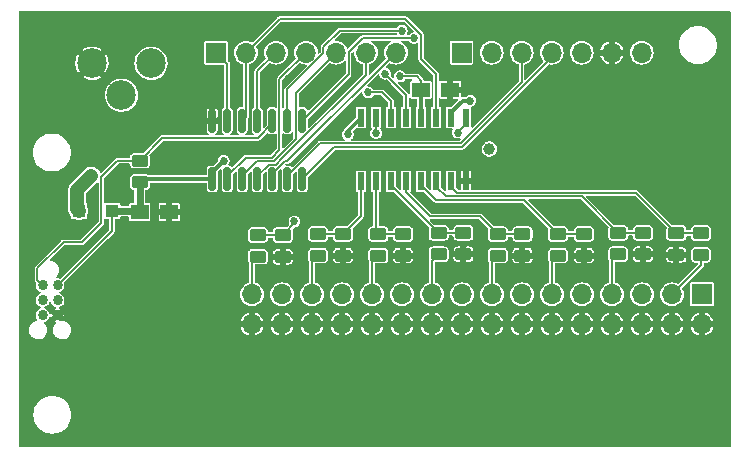
<source format=gtl>
G04 #@! TF.GenerationSoftware,KiCad,Pcbnew,(6.0.2)*
G04 #@! TF.CreationDate,2022-06-23T21:17:50+02:00*
G04 #@! TF.ProjectId,EightChannel,45696768-7443-4686-916e-6e656c2e6b69,rev?*
G04 #@! TF.SameCoordinates,Original*
G04 #@! TF.FileFunction,Copper,L1,Top*
G04 #@! TF.FilePolarity,Positive*
%FSLAX46Y46*%
G04 Gerber Fmt 4.6, Leading zero omitted, Abs format (unit mm)*
G04 Created by KiCad (PCBNEW (6.0.2)) date 2022-06-23 21:17:50*
%MOMM*%
%LPD*%
G01*
G04 APERTURE LIST*
G04 Aperture macros list*
%AMRoundRect*
0 Rectangle with rounded corners*
0 $1 Rounding radius*
0 $2 $3 $4 $5 $6 $7 $8 $9 X,Y pos of 4 corners*
0 Add a 4 corners polygon primitive as box body*
4,1,4,$2,$3,$4,$5,$6,$7,$8,$9,$2,$3,0*
0 Add four circle primitives for the rounded corners*
1,1,$1+$1,$2,$3*
1,1,$1+$1,$4,$5*
1,1,$1+$1,$6,$7*
1,1,$1+$1,$8,$9*
0 Add four rect primitives between the rounded corners*
20,1,$1+$1,$2,$3,$4,$5,0*
20,1,$1+$1,$4,$5,$6,$7,0*
20,1,$1+$1,$6,$7,$8,$9,0*
20,1,$1+$1,$8,$9,$2,$3,0*%
G04 Aperture macros list end*
G04 #@! TA.AperFunction,SMDPad,CuDef*
%ADD10R,1.500000X1.250000*%
G04 #@! TD*
G04 #@! TA.AperFunction,SMDPad,CuDef*
%ADD11R,1.100000X1.100000*%
G04 #@! TD*
G04 #@! TA.AperFunction,ComponentPad*
%ADD12C,0.863600*%
G04 #@! TD*
G04 #@! TA.AperFunction,ComponentPad*
%ADD13C,2.500000*%
G04 #@! TD*
G04 #@! TA.AperFunction,ComponentPad*
%ADD14R,1.700000X1.700000*%
G04 #@! TD*
G04 #@! TA.AperFunction,ComponentPad*
%ADD15O,1.700000X1.700000*%
G04 #@! TD*
G04 #@! TA.AperFunction,SMDPad,CuDef*
%ADD16RoundRect,0.250000X-0.450000X0.262500X-0.450000X-0.262500X0.450000X-0.262500X0.450000X0.262500X0*%
G04 #@! TD*
G04 #@! TA.AperFunction,SMDPad,CuDef*
%ADD17RoundRect,0.250000X0.450000X-0.262500X0.450000X0.262500X-0.450000X0.262500X-0.450000X-0.262500X0*%
G04 #@! TD*
G04 #@! TA.AperFunction,SMDPad,CuDef*
%ADD18R,0.600000X1.500000*%
G04 #@! TD*
G04 #@! TA.AperFunction,SMDPad,CuDef*
%ADD19RoundRect,0.150000X0.150000X-0.825000X0.150000X0.825000X-0.150000X0.825000X-0.150000X-0.825000X0*%
G04 #@! TD*
G04 #@! TA.AperFunction,ComponentPad*
%ADD20C,1.000000*%
G04 #@! TD*
G04 #@! TA.AperFunction,ViaPad*
%ADD21C,0.685800*%
G04 #@! TD*
G04 #@! TA.AperFunction,Conductor*
%ADD22C,0.304800*%
G04 #@! TD*
G04 #@! TA.AperFunction,Conductor*
%ADD23C,0.609600*%
G04 #@! TD*
G04 #@! TA.AperFunction,Conductor*
%ADD24C,0.152400*%
G04 #@! TD*
G04 #@! TA.AperFunction,Conductor*
%ADD25C,1.219200*%
G04 #@! TD*
G04 APERTURE END LIST*
D10*
X121070000Y-60330000D03*
X123570000Y-60330000D03*
X144872000Y-49969600D03*
X147372000Y-49969600D03*
D11*
X118720000Y-60230000D03*
X115920000Y-60230000D03*
D12*
X112834995Y-66510004D03*
X114104995Y-66510004D03*
X112834995Y-67780004D03*
X114104995Y-67780004D03*
X112834995Y-69050004D03*
X114104995Y-69050004D03*
D13*
X122020000Y-47730000D03*
X117020000Y-47730000D03*
X119520000Y-50430000D03*
D14*
X148320000Y-46830000D03*
D15*
X150860000Y-46830000D03*
X153400000Y-46830000D03*
X155940000Y-46830000D03*
X158480000Y-46830000D03*
X161020000Y-46830000D03*
X163560000Y-46830000D03*
D14*
X127520000Y-46830000D03*
D15*
X130060000Y-46830000D03*
X132600000Y-46830000D03*
X135140000Y-46830000D03*
X137680000Y-46830000D03*
X140220000Y-46830000D03*
X142760000Y-46830000D03*
D14*
X168670000Y-67280000D03*
D15*
X168670000Y-69820000D03*
X166130000Y-67280000D03*
X166130000Y-69820000D03*
X163590000Y-67280000D03*
X163590000Y-69820000D03*
X161050000Y-67280000D03*
X161050000Y-69820000D03*
X158510000Y-67280000D03*
X158510000Y-69820000D03*
X155970000Y-67280000D03*
X155970000Y-69820000D03*
X153430000Y-67280000D03*
X153430000Y-69820000D03*
X150890000Y-67280000D03*
X150890000Y-69820000D03*
X148350000Y-67280000D03*
X148350000Y-69820000D03*
X145810000Y-67280000D03*
X145810000Y-69820000D03*
X143270000Y-67280000D03*
X143270000Y-69820000D03*
X140730000Y-67280000D03*
X140730000Y-69820000D03*
X138190000Y-67280000D03*
X138190000Y-69820000D03*
X135650000Y-67280000D03*
X135650000Y-69820000D03*
X133110000Y-67280000D03*
X133110000Y-69820000D03*
X130570000Y-67280000D03*
X130570000Y-69820000D03*
D16*
X121070000Y-55967500D03*
X121070000Y-57792500D03*
D17*
X133170000Y-64102500D03*
X133170000Y-62277500D03*
X138270000Y-64002500D03*
X138270000Y-62177500D03*
X143370000Y-64002500D03*
X143370000Y-62177500D03*
X148470000Y-63902500D03*
X148470000Y-62077500D03*
X153470000Y-64002499D03*
X153470000Y-62177499D03*
D16*
X131070000Y-62267500D03*
X131070000Y-64092500D03*
X136170000Y-62177500D03*
X136170000Y-64002500D03*
X141270000Y-62177500D03*
X141270000Y-64002500D03*
X146370000Y-62077500D03*
X146370000Y-63902500D03*
X151370000Y-62177500D03*
X151370000Y-64002500D03*
D18*
X139805000Y-57720000D03*
X141075000Y-57720000D03*
X142345000Y-57720000D03*
X143615000Y-57720000D03*
X144885000Y-57720000D03*
X146155000Y-57720000D03*
X147425000Y-57720000D03*
X148695000Y-57720000D03*
X148695000Y-52320000D03*
X147425000Y-52320000D03*
X146155000Y-52320000D03*
X144885000Y-52320000D03*
X143615000Y-52320000D03*
X142345000Y-52320000D03*
X141075000Y-52320000D03*
X139805000Y-52320000D03*
D19*
X127199000Y-57524600D03*
X128469000Y-57524600D03*
X129739000Y-57524600D03*
X131009000Y-57524600D03*
X132279000Y-57524600D03*
X133549000Y-57524600D03*
X134819000Y-57524600D03*
X134819000Y-52574600D03*
X133549000Y-52574600D03*
X132279000Y-52574600D03*
X131009000Y-52574600D03*
X129739000Y-52574600D03*
X128469000Y-52574600D03*
X127199000Y-52574600D03*
D16*
X156470000Y-62177500D03*
X156470000Y-64002500D03*
X161570000Y-62077500D03*
X161570000Y-63902500D03*
D17*
X163670000Y-63902500D03*
X163670000Y-62077500D03*
D20*
X150670000Y-54980000D03*
D17*
X158670000Y-64002500D03*
X158670000Y-62177500D03*
D16*
X168599289Y-62103947D03*
X168599289Y-63928947D03*
D17*
X166499290Y-63928947D03*
X166499290Y-62103947D03*
D21*
X143637000Y-49657000D03*
X138684000Y-45593000D03*
X133604000Y-49022000D03*
X137668000Y-56388000D03*
X136652000Y-57404000D03*
X157480000Y-44450000D03*
X122174000Y-59182000D03*
X114808000Y-64262000D03*
X162560000Y-77470000D03*
X127000000Y-44450000D03*
X154940000Y-57150000D03*
X170180000Y-46990000D03*
X152400000Y-59944000D03*
X119380000Y-44450000D03*
X124460000Y-79502000D03*
X167640000Y-74930000D03*
X162560000Y-49530000D03*
X119380000Y-69850000D03*
X114300000Y-62230000D03*
X117094000Y-59690000D03*
X160020000Y-74930000D03*
X139700000Y-64770000D03*
X160020000Y-54610000D03*
X160020000Y-64770000D03*
X162560000Y-57150000D03*
X142240000Y-59690000D03*
X137160000Y-72390000D03*
X124460000Y-52070000D03*
X157480000Y-79502000D03*
X124460000Y-74930000D03*
X121920000Y-77470000D03*
X116840000Y-74930000D03*
X149860000Y-44450000D03*
X144780000Y-79502000D03*
X139700000Y-68580000D03*
X111760000Y-59690000D03*
X116840000Y-54610000D03*
X147320000Y-44323000D03*
X114300000Y-72390000D03*
X165100000Y-52070000D03*
X124460000Y-67310000D03*
X124460000Y-49530000D03*
X164846000Y-68580000D03*
X142240000Y-79502000D03*
X134620000Y-64770000D03*
X124460000Y-64770000D03*
X151739158Y-49594480D03*
X121920000Y-64770000D03*
X165100000Y-62230000D03*
X121920000Y-79502000D03*
X132080000Y-79502000D03*
X121920000Y-74930000D03*
X160020000Y-62230000D03*
X165100000Y-59690000D03*
X119380000Y-74930000D03*
X111760000Y-62230000D03*
X139700000Y-62230000D03*
X124460000Y-72390000D03*
X167487600Y-44145200D03*
X152400000Y-57150000D03*
X137160000Y-59690000D03*
X157480000Y-59690000D03*
X142240000Y-72390000D03*
X147320000Y-65024000D03*
X134620000Y-68580000D03*
X132080000Y-74930000D03*
X131445000Y-44450000D03*
X141986000Y-53898800D03*
X165100000Y-64770000D03*
X165100000Y-49530000D03*
X165100000Y-54610000D03*
X167640000Y-59690000D03*
X154940000Y-77470000D03*
X114300000Y-59690000D03*
X162560000Y-72390000D03*
X129540000Y-74930000D03*
X170180000Y-54610000D03*
X124460000Y-46990000D03*
X124635798Y-56877400D03*
X129540000Y-59690000D03*
X157480000Y-65024000D03*
X165100000Y-44450000D03*
X154686000Y-49530000D03*
X134620000Y-79502000D03*
X116840000Y-77470000D03*
X119380000Y-64770000D03*
X157480000Y-54610000D03*
X157480000Y-68580000D03*
X116840000Y-44450000D03*
X116840000Y-67310000D03*
X137160000Y-77470000D03*
X114300000Y-46990000D03*
X160020000Y-57150000D03*
X144780000Y-74930000D03*
X160020000Y-44450000D03*
X167640000Y-52070000D03*
X167640000Y-49530000D03*
X170180000Y-52070000D03*
X139700000Y-74930000D03*
X139700000Y-72390000D03*
X127000000Y-74930000D03*
X147320000Y-72390000D03*
X162560000Y-52070000D03*
X154940000Y-52070000D03*
X124460000Y-44450000D03*
X127000000Y-72390000D03*
X157480000Y-77470000D03*
X137160000Y-68580000D03*
X137972800Y-52781200D03*
X165100000Y-57150000D03*
X137160000Y-44704000D03*
X170180000Y-72390000D03*
X167335200Y-65074800D03*
X128168400Y-54813200D03*
X129540000Y-79502000D03*
X170180000Y-69850000D03*
X162560000Y-54610000D03*
X134620000Y-72390000D03*
X111760000Y-52070000D03*
X157480000Y-52070000D03*
X152400000Y-65024000D03*
X134620000Y-62230000D03*
X138938000Y-59690000D03*
X149860000Y-64770000D03*
X144780000Y-64770000D03*
X121920000Y-62230000D03*
X160020000Y-72390000D03*
X137160000Y-65024000D03*
X167640000Y-57150000D03*
X142240000Y-74930000D03*
X119380000Y-77470000D03*
X154940000Y-74930000D03*
X167640000Y-79502000D03*
X144780000Y-68580000D03*
X152400000Y-79502000D03*
X144780000Y-62230000D03*
X134620000Y-59690000D03*
X137160000Y-79502000D03*
X154940000Y-44450000D03*
X157480000Y-74930000D03*
X124460000Y-69850000D03*
X119380000Y-57150000D03*
X167386000Y-68580000D03*
X149860000Y-74930000D03*
X170180000Y-59690000D03*
X157480000Y-72390000D03*
X135534400Y-50190400D03*
X111760000Y-57150000D03*
X127000000Y-64770000D03*
X121920000Y-67310000D03*
X119380000Y-46990000D03*
X114300000Y-52070000D03*
X132080000Y-72390000D03*
X154940000Y-59690000D03*
X114300000Y-44450000D03*
X165100000Y-46990000D03*
X147066000Y-53898800D03*
X132080000Y-59690000D03*
X142240000Y-68580000D03*
X124460000Y-77470000D03*
X162560000Y-65024000D03*
X116840000Y-79502000D03*
X111760000Y-79502000D03*
X147320000Y-68580000D03*
X154940000Y-72390000D03*
X134620000Y-77470000D03*
X127457200Y-59690000D03*
X124460000Y-54622200D03*
X152400000Y-68580000D03*
X167640000Y-54610000D03*
X170180000Y-49530000D03*
X127000000Y-67310000D03*
X141478000Y-46228000D03*
X165100000Y-72390000D03*
X149860000Y-77470000D03*
X111760000Y-44450000D03*
X170180000Y-67310000D03*
X144780000Y-77470000D03*
X146659600Y-55829200D03*
X157480000Y-57150000D03*
X116840000Y-64770000D03*
X121920000Y-69850000D03*
X111760000Y-64770000D03*
X147320000Y-79502000D03*
X145542000Y-59690000D03*
X160020000Y-59690000D03*
X111760000Y-46990000D03*
X170180000Y-62230000D03*
X111760000Y-49530000D03*
X167640000Y-72390000D03*
X157480000Y-49530000D03*
X152400000Y-52070000D03*
X116840000Y-69850000D03*
X162560000Y-74930000D03*
X111760000Y-72390000D03*
X154940000Y-64770000D03*
X127000000Y-77470000D03*
X160020000Y-79502000D03*
X119380000Y-62230000D03*
X116840000Y-52070000D03*
X116840000Y-49530000D03*
X152400000Y-74930000D03*
X149860000Y-79502000D03*
X144526000Y-53898800D03*
X119380000Y-72390000D03*
X139446000Y-48209200D03*
X147320000Y-77470000D03*
X142240000Y-65024000D03*
X137160000Y-74930000D03*
X142240000Y-77470000D03*
X129540000Y-61823600D03*
X119380000Y-67310000D03*
X154940000Y-68580000D03*
X152400000Y-72390000D03*
X162560000Y-59690000D03*
X149860000Y-68580000D03*
X134620000Y-74930000D03*
X124460000Y-62230000D03*
X129540000Y-77470000D03*
X160020000Y-77470000D03*
X152400000Y-44450000D03*
X167640000Y-77470000D03*
X119634000Y-58928000D03*
X170180000Y-44450000D03*
X114300000Y-79502000D03*
X154940000Y-79502000D03*
X145034000Y-44323000D03*
X127000000Y-69850000D03*
X111760000Y-74930000D03*
X152400000Y-54610000D03*
X160020000Y-52070000D03*
X131826000Y-68580000D03*
X114300000Y-49530000D03*
X165100000Y-79502000D03*
X111760000Y-67310000D03*
X121920000Y-72390000D03*
X114300000Y-74930000D03*
X132080000Y-77470000D03*
X154940000Y-54610000D03*
X170180000Y-57150000D03*
X111556800Y-77470000D03*
X165100000Y-77470000D03*
X144119600Y-55829200D03*
X162560000Y-44450000D03*
X149860000Y-72390000D03*
X116840000Y-72390000D03*
X141579600Y-55829200D03*
X129540000Y-44450000D03*
X170180000Y-77470000D03*
X149860000Y-59944000D03*
X119380000Y-79502000D03*
X170180000Y-64770000D03*
X139700000Y-79502000D03*
X134620000Y-44704000D03*
X139700000Y-77470000D03*
X133553200Y-54051200D03*
X129032000Y-68580000D03*
X165100000Y-74930000D03*
X162306000Y-68580000D03*
X144780000Y-72390000D03*
X160020000Y-49530000D03*
X127000000Y-79502000D03*
X159766000Y-68580000D03*
X149860000Y-62230000D03*
X129540000Y-72390000D03*
X154940000Y-62230000D03*
X162560000Y-79502000D03*
X170180000Y-79502000D03*
X121920000Y-44450000D03*
X147320000Y-74930000D03*
X152400000Y-77470000D03*
X170180000Y-74930000D03*
X138684000Y-53746400D03*
X128168400Y-55981600D03*
X149070000Y-50880000D03*
X143112100Y-48826600D03*
X143251800Y-44953100D03*
X144293200Y-45588100D03*
X140411200Y-50190400D03*
X141843862Y-48605338D03*
X134162800Y-61112400D03*
X141075000Y-53632600D03*
X116970000Y-57230000D03*
X147982200Y-53592200D03*
D22*
X147425000Y-51870000D02*
X147425000Y-52320000D01*
X127199000Y-56951000D02*
X127199000Y-57524600D01*
D23*
X121070000Y-60330000D02*
X121070000Y-57792500D01*
D22*
X121337900Y-57524600D02*
X121070000Y-57792500D01*
X128168400Y-55981600D02*
X127199000Y-56951000D01*
X148415000Y-50880000D02*
X147425000Y-51870000D01*
X138684000Y-53441000D02*
X139805000Y-52320000D01*
X149070000Y-50880000D02*
X148415000Y-50880000D01*
D23*
X120970000Y-60230000D02*
X121070000Y-60330000D01*
D24*
X114105000Y-66510000D02*
X118720000Y-61895000D01*
D22*
X138684000Y-53746400D02*
X138684000Y-53441000D01*
D23*
X118720000Y-60230000D02*
X120970000Y-60230000D01*
D24*
X118720000Y-61895000D02*
X118720000Y-60230000D01*
D22*
X127199000Y-57524600D02*
X121337900Y-57524600D01*
D24*
X144506400Y-48826600D02*
X144872000Y-49192200D01*
D22*
X144885000Y-52320000D02*
X144885000Y-49982600D01*
X144885000Y-49982600D02*
X144872000Y-49969600D01*
D24*
X143112100Y-48826600D02*
X144506400Y-48826600D01*
X128469000Y-47779000D02*
X127520000Y-46830000D01*
X144872000Y-49192200D02*
X144872000Y-49969600D01*
X128469000Y-52574600D02*
X128469000Y-47779000D01*
X132279000Y-52814342D02*
X131042142Y-54051200D01*
X122986300Y-54051200D02*
X121070000Y-55967500D01*
X117807711Y-57342289D02*
X119182500Y-55967500D01*
X119182500Y-55967500D02*
X121070000Y-55967500D01*
X112403195Y-65091822D02*
X114615017Y-62880000D01*
X116170000Y-62880000D02*
X117807711Y-61242289D01*
X132279000Y-52574600D02*
X132279000Y-52814342D01*
X112403195Y-66078204D02*
X112403195Y-65091822D01*
X112834995Y-66510004D02*
X112403195Y-66078204D01*
X114615017Y-62880000D02*
X116170000Y-62880000D01*
X117807711Y-61242289D02*
X117807711Y-57342289D01*
X131042142Y-54051200D02*
X122986300Y-54051200D01*
X133549000Y-52574600D02*
X133549000Y-49945680D01*
X136601200Y-46893480D02*
X136601200Y-46384120D01*
X133549000Y-49945680D02*
X136601200Y-46893480D01*
X138032220Y-44953100D02*
X143251800Y-44953100D01*
X136601200Y-46384120D02*
X138032220Y-44953100D01*
X138758111Y-46767209D02*
X139937220Y-45588100D01*
X134819000Y-52574600D02*
X138758111Y-48635489D01*
X139937220Y-45588100D02*
X144293200Y-45588100D01*
X138758111Y-48635489D02*
X138758111Y-46767209D01*
X141570000Y-50180000D02*
X142345000Y-50955000D01*
X140411200Y-50190400D02*
X141559600Y-50190400D01*
X131009000Y-52574600D02*
X131009000Y-48421000D01*
X131009000Y-48421000D02*
X132600000Y-46830000D01*
X141559600Y-50190400D02*
X141570000Y-50180000D01*
X142345000Y-50955000D02*
X142345000Y-52320000D01*
X144877402Y-47351072D02*
X146155000Y-48628670D01*
X129739000Y-52574600D02*
X130060000Y-52253600D01*
X143564211Y-43987887D02*
X144877402Y-45301078D01*
X130060000Y-46830000D02*
X132902113Y-43987887D01*
X146155000Y-48628670D02*
X146155000Y-51417600D01*
X130060000Y-52253600D02*
X130060000Y-46830000D01*
X144877402Y-45301078D02*
X144877402Y-47351072D01*
X132902113Y-43987887D02*
X143564211Y-43987887D01*
X146155000Y-51417600D02*
X146155000Y-52320000D01*
X132892800Y-49077200D02*
X132892800Y-55067200D01*
X132247142Y-55712858D02*
X130041000Y-55712858D01*
X141843862Y-48605338D02*
X142506886Y-49309374D01*
X142506886Y-49309374D02*
X143615000Y-50417488D01*
X143615000Y-50417488D02*
X143615000Y-52320000D01*
X132892800Y-55067200D02*
X132247142Y-55712858D01*
X128469000Y-57284858D02*
X128469000Y-57524600D01*
X135140000Y-46830000D02*
X132892800Y-49077200D01*
X130041000Y-55712858D02*
X128469000Y-57284858D01*
X131006689Y-56017169D02*
X129739000Y-57284858D01*
X134290880Y-50219120D02*
X134290880Y-54177120D01*
X132450831Y-56017169D02*
X131006689Y-56017169D01*
X129739000Y-57284858D02*
X129739000Y-57524600D01*
X134290880Y-54177120D02*
X132450831Y-56017169D01*
X137680000Y-46830000D02*
X134290880Y-50219120D01*
X140220000Y-46830000D02*
X140220000Y-48705200D01*
X133147289Y-55777911D02*
X133120449Y-55777911D01*
X132576880Y-56321480D02*
X131972378Y-56321480D01*
X140220000Y-48705200D02*
X133147289Y-55777911D01*
X131009000Y-57284858D02*
X131009000Y-57524600D01*
X131972378Y-56321480D02*
X131009000Y-57284858D01*
X133120449Y-55777911D02*
X132576880Y-56321480D01*
X132279000Y-57076560D02*
X133338391Y-56017169D01*
X133572831Y-56017169D02*
X142760000Y-46830000D01*
X132279000Y-57524600D02*
X132279000Y-57076560D01*
X133338391Y-56017169D02*
X133572831Y-56017169D01*
X130570000Y-64592500D02*
X130570000Y-67280000D01*
X131070000Y-64092500D02*
X130570000Y-64592500D01*
X135650000Y-64522500D02*
X135650000Y-67280000D01*
X136170000Y-64002500D02*
X135650000Y-64522500D01*
X140730000Y-64542500D02*
X140730000Y-67280000D01*
X141270000Y-64002500D02*
X140730000Y-64542500D01*
X146370000Y-63902500D02*
X145810000Y-64462500D01*
X145810000Y-64462500D02*
X145810000Y-67280000D01*
X151370000Y-64002500D02*
X150890000Y-64482500D01*
X150890000Y-64482500D02*
X150890000Y-67280000D01*
X141075000Y-52320000D02*
X141075000Y-53632600D01*
X133160000Y-62267500D02*
X133170000Y-62277500D01*
X131070000Y-62267500D02*
X133160000Y-62267500D01*
X134162800Y-61112400D02*
X134162800Y-61284700D01*
X134162800Y-61284700D02*
X133170000Y-62277500D01*
X139805000Y-57720000D02*
X139805000Y-60642500D01*
X139805000Y-60642500D02*
X138270000Y-62177500D01*
X136170000Y-62177500D02*
X138270000Y-62177500D01*
X141075000Y-57720000D02*
X141075000Y-61982500D01*
X141270000Y-62177500D02*
X143370000Y-62177500D01*
X141075000Y-61982500D02*
X141270000Y-62177500D01*
X142345000Y-58052500D02*
X146370000Y-62077500D01*
X142345000Y-57720000D02*
X142345000Y-58052500D01*
X146370000Y-62077500D02*
X148470000Y-62077500D01*
X145670000Y-60680000D02*
X149872500Y-60680000D01*
X151370000Y-62177500D02*
X153470000Y-62177499D01*
X143615000Y-58625000D02*
X145670000Y-60680000D01*
X143615000Y-57720000D02*
X143615000Y-58625000D01*
X149872500Y-60680000D02*
X151370000Y-62177500D01*
X156470000Y-62177500D02*
X158670000Y-62177500D01*
X146127093Y-59306733D02*
X153599233Y-59306733D01*
X153599233Y-59306733D02*
X156470000Y-62177500D01*
X144885000Y-57720000D02*
X144885000Y-58064640D01*
X144885000Y-58064640D02*
X146127093Y-59306733D01*
X161570000Y-62077500D02*
X163670000Y-62077500D01*
X146155000Y-58170000D02*
X146987422Y-59002422D01*
X146987422Y-59002422D02*
X158494922Y-59002422D01*
X146155000Y-57720000D02*
X146155000Y-58170000D01*
X158494922Y-59002422D02*
X161570000Y-62077500D01*
X166499290Y-62103947D02*
X168599289Y-62103947D01*
X147425000Y-57720000D02*
X147425000Y-58170000D01*
X163093454Y-58698111D02*
X166499290Y-62103947D01*
X147953111Y-58698111D02*
X163093454Y-58698111D01*
X147425000Y-58170000D02*
X147953111Y-58698111D01*
D25*
X115770000Y-58430000D02*
X115770000Y-60080000D01*
X116970000Y-57230000D02*
X115770000Y-58430000D01*
X115770000Y-60080000D02*
X115920000Y-60230000D01*
D24*
X155970000Y-64502500D02*
X155970000Y-67280000D01*
X156470000Y-64002500D02*
X155970000Y-64502500D01*
X161570000Y-63902500D02*
X161050000Y-64422500D01*
X161050000Y-64422500D02*
X161050000Y-67280000D01*
X168599289Y-63928947D02*
X168599289Y-64810711D01*
X168599289Y-64810711D02*
X166130000Y-67280000D01*
X148695000Y-52855000D02*
X147970000Y-53580000D01*
X148695000Y-52320000D02*
X148695000Y-52855000D01*
X133549000Y-57284858D02*
X136325458Y-54508400D01*
X148234400Y-54508400D02*
X153400000Y-49342800D01*
X153400000Y-49342800D02*
X153400000Y-46830000D01*
X133549000Y-57524600D02*
X133549000Y-57284858D01*
X136325458Y-54508400D02*
X148234400Y-54508400D01*
X137530889Y-54812711D02*
X148360449Y-54812711D01*
X134819000Y-57524600D02*
X137530889Y-54812711D01*
X155940000Y-47233160D02*
X155940000Y-46830000D01*
X148360449Y-54812711D02*
X155940000Y-47233160D01*
G04 #@! TA.AperFunction,Conductor*
G36*
X171090738Y-43349993D02*
G01*
X171116458Y-43394542D01*
X171117600Y-43407600D01*
X171117600Y-80152400D01*
X171100007Y-80200738D01*
X171055458Y-80226458D01*
X171042400Y-80227600D01*
X110897600Y-80227600D01*
X110849262Y-80210007D01*
X110823542Y-80165458D01*
X110822400Y-80152400D01*
X110822400Y-77480000D01*
X112064551Y-77480000D01*
X112084317Y-77731148D01*
X112143127Y-77976111D01*
X112239534Y-78208859D01*
X112371164Y-78423659D01*
X112534776Y-78615224D01*
X112726341Y-78778836D01*
X112728864Y-78780382D01*
X112938616Y-78908919D01*
X112938619Y-78908921D01*
X112941141Y-78910466D01*
X113016250Y-78941577D01*
X113171155Y-79005741D01*
X113171160Y-79005743D01*
X113173889Y-79006873D01*
X113176766Y-79007564D01*
X113176770Y-79007565D01*
X113403568Y-79062014D01*
X113418852Y-79065683D01*
X113421796Y-79065915D01*
X113421798Y-79065915D01*
X113605640Y-79080384D01*
X113605648Y-79080384D01*
X113607118Y-79080500D01*
X113732882Y-79080500D01*
X113734352Y-79080384D01*
X113734360Y-79080384D01*
X113918202Y-79065915D01*
X113918204Y-79065915D01*
X113921148Y-79065683D01*
X113936432Y-79062014D01*
X114163230Y-79007565D01*
X114163234Y-79007564D01*
X114166111Y-79006873D01*
X114168840Y-79005743D01*
X114168845Y-79005741D01*
X114323750Y-78941577D01*
X114398859Y-78910466D01*
X114401381Y-78908921D01*
X114401384Y-78908919D01*
X114611136Y-78780382D01*
X114613659Y-78778836D01*
X114805224Y-78615224D01*
X114968836Y-78423659D01*
X115100466Y-78208859D01*
X115196873Y-77976111D01*
X115255683Y-77731148D01*
X115275449Y-77480000D01*
X115255683Y-77228852D01*
X115196873Y-76983889D01*
X115100466Y-76751141D01*
X114968836Y-76536341D01*
X114805224Y-76344776D01*
X114613659Y-76181164D01*
X114561599Y-76149261D01*
X114401384Y-76051081D01*
X114401381Y-76051079D01*
X114398859Y-76049534D01*
X114323750Y-76018423D01*
X114168845Y-75954259D01*
X114168840Y-75954257D01*
X114166111Y-75953127D01*
X114163234Y-75952436D01*
X114163230Y-75952435D01*
X113924022Y-75895007D01*
X113921148Y-75894317D01*
X113918204Y-75894085D01*
X113918202Y-75894085D01*
X113734360Y-75879616D01*
X113734352Y-75879616D01*
X113732882Y-75879500D01*
X113607118Y-75879500D01*
X113605648Y-75879616D01*
X113605640Y-75879616D01*
X113421798Y-75894085D01*
X113421796Y-75894085D01*
X113418852Y-75894317D01*
X113415978Y-75895007D01*
X113176770Y-75952435D01*
X113176766Y-75952436D01*
X113173889Y-75953127D01*
X113171160Y-75954257D01*
X113171155Y-75954259D01*
X113016250Y-76018423D01*
X112941141Y-76049534D01*
X112938619Y-76051079D01*
X112938616Y-76051081D01*
X112778401Y-76149261D01*
X112726341Y-76181164D01*
X112534776Y-76344776D01*
X112371164Y-76536341D01*
X112239534Y-76751141D01*
X112143127Y-76983889D01*
X112084317Y-77228852D01*
X112064551Y-77480000D01*
X110822400Y-77480000D01*
X110822400Y-70314497D01*
X111665154Y-70314497D01*
X111665593Y-70318674D01*
X111665593Y-70318677D01*
X111674498Y-70403397D01*
X111683537Y-70489400D01*
X111684893Y-70493382D01*
X111684893Y-70493384D01*
X111694660Y-70522074D01*
X111740213Y-70655884D01*
X111742414Y-70659461D01*
X111742416Y-70659466D01*
X111820730Y-70786763D01*
X111832365Y-70805675D01*
X111955412Y-70931327D01*
X112103240Y-71026595D01*
X112268501Y-71086745D01*
X112404328Y-71103904D01*
X112498214Y-71103904D01*
X112500305Y-71103669D01*
X112500313Y-71103669D01*
X112624589Y-71089729D01*
X112624593Y-71089728D01*
X112628766Y-71089260D01*
X112635989Y-71086745D01*
X112790881Y-71032806D01*
X112794850Y-71031424D01*
X112798410Y-71029199D01*
X112798415Y-71029197D01*
X112940428Y-70940457D01*
X112940432Y-70940454D01*
X112943994Y-70938228D01*
X112948649Y-70933606D01*
X113065801Y-70817269D01*
X113068784Y-70814307D01*
X113163018Y-70665817D01*
X113164427Y-70661860D01*
X113164429Y-70661856D01*
X113220603Y-70504097D01*
X113222012Y-70500141D01*
X113242836Y-70325511D01*
X113241679Y-70314497D01*
X113697154Y-70314497D01*
X113697593Y-70318674D01*
X113697593Y-70318677D01*
X113706498Y-70403397D01*
X113715537Y-70489400D01*
X113716893Y-70493382D01*
X113716893Y-70493384D01*
X113726660Y-70522074D01*
X113772213Y-70655884D01*
X113774414Y-70659461D01*
X113774416Y-70659466D01*
X113852730Y-70786763D01*
X113864365Y-70805675D01*
X113987412Y-70931327D01*
X114135240Y-71026595D01*
X114300501Y-71086745D01*
X114436328Y-71103904D01*
X114530214Y-71103904D01*
X114532305Y-71103669D01*
X114532313Y-71103669D01*
X114656589Y-71089729D01*
X114656593Y-71089728D01*
X114660766Y-71089260D01*
X114667989Y-71086745D01*
X114822881Y-71032806D01*
X114826850Y-71031424D01*
X114830410Y-71029199D01*
X114830415Y-71029197D01*
X114972428Y-70940457D01*
X114972432Y-70940454D01*
X114975994Y-70938228D01*
X114980649Y-70933606D01*
X115097801Y-70817269D01*
X115100784Y-70814307D01*
X115195018Y-70665817D01*
X115196427Y-70661860D01*
X115196429Y-70661856D01*
X115252603Y-70504097D01*
X115254012Y-70500141D01*
X115274836Y-70325511D01*
X115273679Y-70314497D01*
X115256893Y-70154793D01*
X115256893Y-70154792D01*
X115256453Y-70150608D01*
X115254217Y-70144038D01*
X115232161Y-70079250D01*
X129602198Y-70079250D01*
X129602354Y-70082235D01*
X129632470Y-70187261D01*
X129635164Y-70194063D01*
X129721657Y-70362363D01*
X129725623Y-70368518D01*
X129843164Y-70516817D01*
X129848240Y-70522074D01*
X129992355Y-70644725D01*
X129998353Y-70648894D01*
X130163537Y-70741211D01*
X130170250Y-70744144D01*
X130303389Y-70787403D01*
X130314192Y-70787026D01*
X130314994Y-70786304D01*
X130316000Y-70782269D01*
X130316000Y-70776606D01*
X130824000Y-70776606D01*
X130827697Y-70786763D01*
X130829374Y-70787732D01*
X130832122Y-70787597D01*
X130930701Y-70760073D01*
X130937534Y-70757422D01*
X131106428Y-70672108D01*
X131112611Y-70668184D01*
X131261720Y-70551687D01*
X131267023Y-70546637D01*
X131390664Y-70403397D01*
X131394886Y-70397412D01*
X131488354Y-70232880D01*
X131491328Y-70226200D01*
X131537773Y-70086582D01*
X131537568Y-70079250D01*
X132142198Y-70079250D01*
X132142354Y-70082235D01*
X132172470Y-70187261D01*
X132175164Y-70194063D01*
X132261657Y-70362363D01*
X132265623Y-70368518D01*
X132383164Y-70516817D01*
X132388240Y-70522074D01*
X132532355Y-70644725D01*
X132538353Y-70648894D01*
X132703537Y-70741211D01*
X132710250Y-70744144D01*
X132843389Y-70787403D01*
X132854192Y-70787026D01*
X132854994Y-70786304D01*
X132856000Y-70782269D01*
X132856000Y-70776606D01*
X133364000Y-70776606D01*
X133367697Y-70786763D01*
X133369374Y-70787732D01*
X133372122Y-70787597D01*
X133470701Y-70760073D01*
X133477534Y-70757422D01*
X133646428Y-70672108D01*
X133652611Y-70668184D01*
X133801720Y-70551687D01*
X133807023Y-70546637D01*
X133930664Y-70403397D01*
X133934886Y-70397412D01*
X134028354Y-70232880D01*
X134031328Y-70226200D01*
X134077773Y-70086582D01*
X134077568Y-70079250D01*
X134682198Y-70079250D01*
X134682354Y-70082235D01*
X134712470Y-70187261D01*
X134715164Y-70194063D01*
X134801657Y-70362363D01*
X134805623Y-70368518D01*
X134923164Y-70516817D01*
X134928240Y-70522074D01*
X135072355Y-70644725D01*
X135078353Y-70648894D01*
X135243537Y-70741211D01*
X135250250Y-70744144D01*
X135383389Y-70787403D01*
X135394192Y-70787026D01*
X135394994Y-70786304D01*
X135396000Y-70782269D01*
X135396000Y-70776606D01*
X135904000Y-70776606D01*
X135907697Y-70786763D01*
X135909374Y-70787732D01*
X135912122Y-70787597D01*
X136010701Y-70760073D01*
X136017534Y-70757422D01*
X136186428Y-70672108D01*
X136192611Y-70668184D01*
X136341720Y-70551687D01*
X136347023Y-70546637D01*
X136470664Y-70403397D01*
X136474886Y-70397412D01*
X136568354Y-70232880D01*
X136571328Y-70226200D01*
X136617773Y-70086582D01*
X136617568Y-70079250D01*
X137222198Y-70079250D01*
X137222354Y-70082235D01*
X137252470Y-70187261D01*
X137255164Y-70194063D01*
X137341657Y-70362363D01*
X137345623Y-70368518D01*
X137463164Y-70516817D01*
X137468240Y-70522074D01*
X137612355Y-70644725D01*
X137618353Y-70648894D01*
X137783537Y-70741211D01*
X137790250Y-70744144D01*
X137923389Y-70787403D01*
X137934192Y-70787026D01*
X137934994Y-70786304D01*
X137936000Y-70782269D01*
X137936000Y-70776606D01*
X138444000Y-70776606D01*
X138447697Y-70786763D01*
X138449374Y-70787732D01*
X138452122Y-70787597D01*
X138550701Y-70760073D01*
X138557534Y-70757422D01*
X138726428Y-70672108D01*
X138732611Y-70668184D01*
X138881720Y-70551687D01*
X138887023Y-70546637D01*
X139010664Y-70403397D01*
X139014886Y-70397412D01*
X139108354Y-70232880D01*
X139111328Y-70226200D01*
X139157773Y-70086582D01*
X139157568Y-70079250D01*
X139762198Y-70079250D01*
X139762354Y-70082235D01*
X139792470Y-70187261D01*
X139795164Y-70194063D01*
X139881657Y-70362363D01*
X139885623Y-70368518D01*
X140003164Y-70516817D01*
X140008240Y-70522074D01*
X140152355Y-70644725D01*
X140158353Y-70648894D01*
X140323537Y-70741211D01*
X140330250Y-70744144D01*
X140463389Y-70787403D01*
X140474192Y-70787026D01*
X140474994Y-70786304D01*
X140476000Y-70782269D01*
X140476000Y-70776606D01*
X140984000Y-70776606D01*
X140987697Y-70786763D01*
X140989374Y-70787732D01*
X140992122Y-70787597D01*
X141090701Y-70760073D01*
X141097534Y-70757422D01*
X141266428Y-70672108D01*
X141272611Y-70668184D01*
X141421720Y-70551687D01*
X141427023Y-70546637D01*
X141550664Y-70403397D01*
X141554886Y-70397412D01*
X141648354Y-70232880D01*
X141651328Y-70226200D01*
X141697773Y-70086582D01*
X141697568Y-70079250D01*
X142302198Y-70079250D01*
X142302354Y-70082235D01*
X142332470Y-70187261D01*
X142335164Y-70194063D01*
X142421657Y-70362363D01*
X142425623Y-70368518D01*
X142543164Y-70516817D01*
X142548240Y-70522074D01*
X142692355Y-70644725D01*
X142698353Y-70648894D01*
X142863537Y-70741211D01*
X142870250Y-70744144D01*
X143003389Y-70787403D01*
X143014192Y-70787026D01*
X143014994Y-70786304D01*
X143016000Y-70782269D01*
X143016000Y-70776606D01*
X143524000Y-70776606D01*
X143527697Y-70786763D01*
X143529374Y-70787732D01*
X143532122Y-70787597D01*
X143630701Y-70760073D01*
X143637534Y-70757422D01*
X143806428Y-70672108D01*
X143812611Y-70668184D01*
X143961720Y-70551687D01*
X143967023Y-70546637D01*
X144090664Y-70403397D01*
X144094886Y-70397412D01*
X144188354Y-70232880D01*
X144191328Y-70226200D01*
X144237773Y-70086582D01*
X144237568Y-70079250D01*
X144842198Y-70079250D01*
X144842354Y-70082235D01*
X144872470Y-70187261D01*
X144875164Y-70194063D01*
X144961657Y-70362363D01*
X144965623Y-70368518D01*
X145083164Y-70516817D01*
X145088240Y-70522074D01*
X145232355Y-70644725D01*
X145238353Y-70648894D01*
X145403537Y-70741211D01*
X145410250Y-70744144D01*
X145543389Y-70787403D01*
X145554192Y-70787026D01*
X145554994Y-70786304D01*
X145556000Y-70782269D01*
X145556000Y-70776606D01*
X146064000Y-70776606D01*
X146067697Y-70786763D01*
X146069374Y-70787732D01*
X146072122Y-70787597D01*
X146170701Y-70760073D01*
X146177534Y-70757422D01*
X146346428Y-70672108D01*
X146352611Y-70668184D01*
X146501720Y-70551687D01*
X146507023Y-70546637D01*
X146630664Y-70403397D01*
X146634886Y-70397412D01*
X146728354Y-70232880D01*
X146731328Y-70226200D01*
X146777773Y-70086582D01*
X146777568Y-70079250D01*
X147382198Y-70079250D01*
X147382354Y-70082235D01*
X147412470Y-70187261D01*
X147415164Y-70194063D01*
X147501657Y-70362363D01*
X147505623Y-70368518D01*
X147623164Y-70516817D01*
X147628240Y-70522074D01*
X147772355Y-70644725D01*
X147778353Y-70648894D01*
X147943537Y-70741211D01*
X147950250Y-70744144D01*
X148083389Y-70787403D01*
X148094192Y-70787026D01*
X148094994Y-70786304D01*
X148096000Y-70782269D01*
X148096000Y-70776606D01*
X148604000Y-70776606D01*
X148607697Y-70786763D01*
X148609374Y-70787732D01*
X148612122Y-70787597D01*
X148710701Y-70760073D01*
X148717534Y-70757422D01*
X148886428Y-70672108D01*
X148892611Y-70668184D01*
X149041720Y-70551687D01*
X149047023Y-70546637D01*
X149170664Y-70403397D01*
X149174886Y-70397412D01*
X149268354Y-70232880D01*
X149271328Y-70226200D01*
X149317773Y-70086582D01*
X149317568Y-70079250D01*
X149922198Y-70079250D01*
X149922354Y-70082235D01*
X149952470Y-70187261D01*
X149955164Y-70194063D01*
X150041657Y-70362363D01*
X150045623Y-70368518D01*
X150163164Y-70516817D01*
X150168240Y-70522074D01*
X150312355Y-70644725D01*
X150318353Y-70648894D01*
X150483537Y-70741211D01*
X150490250Y-70744144D01*
X150623389Y-70787403D01*
X150634192Y-70787026D01*
X150634994Y-70786304D01*
X150636000Y-70782269D01*
X150636000Y-70776606D01*
X151144000Y-70776606D01*
X151147697Y-70786763D01*
X151149374Y-70787732D01*
X151152122Y-70787597D01*
X151250701Y-70760073D01*
X151257534Y-70757422D01*
X151426428Y-70672108D01*
X151432611Y-70668184D01*
X151581720Y-70551687D01*
X151587023Y-70546637D01*
X151710664Y-70403397D01*
X151714886Y-70397412D01*
X151808354Y-70232880D01*
X151811328Y-70226200D01*
X151857773Y-70086582D01*
X151857568Y-70079250D01*
X152462198Y-70079250D01*
X152462354Y-70082235D01*
X152492470Y-70187261D01*
X152495164Y-70194063D01*
X152581657Y-70362363D01*
X152585623Y-70368518D01*
X152703164Y-70516817D01*
X152708240Y-70522074D01*
X152852355Y-70644725D01*
X152858353Y-70648894D01*
X153023537Y-70741211D01*
X153030250Y-70744144D01*
X153163389Y-70787403D01*
X153174192Y-70787026D01*
X153174994Y-70786304D01*
X153176000Y-70782269D01*
X153176000Y-70776606D01*
X153684000Y-70776606D01*
X153687697Y-70786763D01*
X153689374Y-70787732D01*
X153692122Y-70787597D01*
X153790701Y-70760073D01*
X153797534Y-70757422D01*
X153966428Y-70672108D01*
X153972611Y-70668184D01*
X154121720Y-70551687D01*
X154127023Y-70546637D01*
X154250664Y-70403397D01*
X154254886Y-70397412D01*
X154348354Y-70232880D01*
X154351328Y-70226200D01*
X154397773Y-70086582D01*
X154397568Y-70079250D01*
X155002198Y-70079250D01*
X155002354Y-70082235D01*
X155032470Y-70187261D01*
X155035164Y-70194063D01*
X155121657Y-70362363D01*
X155125623Y-70368518D01*
X155243164Y-70516817D01*
X155248240Y-70522074D01*
X155392355Y-70644725D01*
X155398353Y-70648894D01*
X155563537Y-70741211D01*
X155570250Y-70744144D01*
X155703389Y-70787403D01*
X155714192Y-70787026D01*
X155714994Y-70786304D01*
X155716000Y-70782269D01*
X155716000Y-70776606D01*
X156224000Y-70776606D01*
X156227697Y-70786763D01*
X156229374Y-70787732D01*
X156232122Y-70787597D01*
X156330701Y-70760073D01*
X156337534Y-70757422D01*
X156506428Y-70672108D01*
X156512611Y-70668184D01*
X156661720Y-70551687D01*
X156667023Y-70546637D01*
X156790664Y-70403397D01*
X156794886Y-70397412D01*
X156888354Y-70232880D01*
X156891328Y-70226200D01*
X156937773Y-70086582D01*
X156937568Y-70079250D01*
X157542198Y-70079250D01*
X157542354Y-70082235D01*
X157572470Y-70187261D01*
X157575164Y-70194063D01*
X157661657Y-70362363D01*
X157665623Y-70368518D01*
X157783164Y-70516817D01*
X157788240Y-70522074D01*
X157932355Y-70644725D01*
X157938353Y-70648894D01*
X158103537Y-70741211D01*
X158110250Y-70744144D01*
X158243389Y-70787403D01*
X158254192Y-70787026D01*
X158254994Y-70786304D01*
X158256000Y-70782269D01*
X158256000Y-70776606D01*
X158764000Y-70776606D01*
X158767697Y-70786763D01*
X158769374Y-70787732D01*
X158772122Y-70787597D01*
X158870701Y-70760073D01*
X158877534Y-70757422D01*
X159046428Y-70672108D01*
X159052611Y-70668184D01*
X159201720Y-70551687D01*
X159207023Y-70546637D01*
X159330664Y-70403397D01*
X159334886Y-70397412D01*
X159428354Y-70232880D01*
X159431328Y-70226200D01*
X159477773Y-70086582D01*
X159477568Y-70079250D01*
X160082198Y-70079250D01*
X160082354Y-70082235D01*
X160112470Y-70187261D01*
X160115164Y-70194063D01*
X160201657Y-70362363D01*
X160205623Y-70368518D01*
X160323164Y-70516817D01*
X160328240Y-70522074D01*
X160472355Y-70644725D01*
X160478353Y-70648894D01*
X160643537Y-70741211D01*
X160650250Y-70744144D01*
X160783389Y-70787403D01*
X160794192Y-70787026D01*
X160794994Y-70786304D01*
X160796000Y-70782269D01*
X160796000Y-70776606D01*
X161304000Y-70776606D01*
X161307697Y-70786763D01*
X161309374Y-70787732D01*
X161312122Y-70787597D01*
X161410701Y-70760073D01*
X161417534Y-70757422D01*
X161586428Y-70672108D01*
X161592611Y-70668184D01*
X161741720Y-70551687D01*
X161747023Y-70546637D01*
X161870664Y-70403397D01*
X161874886Y-70397412D01*
X161968354Y-70232880D01*
X161971328Y-70226200D01*
X162017773Y-70086582D01*
X162017568Y-70079250D01*
X162622198Y-70079250D01*
X162622354Y-70082235D01*
X162652470Y-70187261D01*
X162655164Y-70194063D01*
X162741657Y-70362363D01*
X162745623Y-70368518D01*
X162863164Y-70516817D01*
X162868240Y-70522074D01*
X163012355Y-70644725D01*
X163018353Y-70648894D01*
X163183537Y-70741211D01*
X163190250Y-70744144D01*
X163323389Y-70787403D01*
X163334192Y-70787026D01*
X163334994Y-70786304D01*
X163336000Y-70782269D01*
X163336000Y-70776606D01*
X163844000Y-70776606D01*
X163847697Y-70786763D01*
X163849374Y-70787732D01*
X163852122Y-70787597D01*
X163950701Y-70760073D01*
X163957534Y-70757422D01*
X164126428Y-70672108D01*
X164132611Y-70668184D01*
X164281720Y-70551687D01*
X164287023Y-70546637D01*
X164410664Y-70403397D01*
X164414886Y-70397412D01*
X164508354Y-70232880D01*
X164511328Y-70226200D01*
X164557773Y-70086582D01*
X164557568Y-70079250D01*
X165162198Y-70079250D01*
X165162354Y-70082235D01*
X165192470Y-70187261D01*
X165195164Y-70194063D01*
X165281657Y-70362363D01*
X165285623Y-70368518D01*
X165403164Y-70516817D01*
X165408240Y-70522074D01*
X165552355Y-70644725D01*
X165558353Y-70648894D01*
X165723537Y-70741211D01*
X165730250Y-70744144D01*
X165863389Y-70787403D01*
X165874192Y-70787026D01*
X165874994Y-70786304D01*
X165876000Y-70782269D01*
X165876000Y-70776606D01*
X166384000Y-70776606D01*
X166387697Y-70786763D01*
X166389374Y-70787732D01*
X166392122Y-70787597D01*
X166490701Y-70760073D01*
X166497534Y-70757422D01*
X166666428Y-70672108D01*
X166672611Y-70668184D01*
X166821720Y-70551687D01*
X166827023Y-70546637D01*
X166950664Y-70403397D01*
X166954886Y-70397412D01*
X167048354Y-70232880D01*
X167051328Y-70226200D01*
X167097773Y-70086582D01*
X167097568Y-70079250D01*
X167702198Y-70079250D01*
X167702354Y-70082235D01*
X167732470Y-70187261D01*
X167735164Y-70194063D01*
X167821657Y-70362363D01*
X167825623Y-70368518D01*
X167943164Y-70516817D01*
X167948240Y-70522074D01*
X168092355Y-70644725D01*
X168098353Y-70648894D01*
X168263537Y-70741211D01*
X168270250Y-70744144D01*
X168403389Y-70787403D01*
X168414192Y-70787026D01*
X168414994Y-70786304D01*
X168416000Y-70782269D01*
X168416000Y-70776606D01*
X168924000Y-70776606D01*
X168927697Y-70786763D01*
X168929374Y-70787732D01*
X168932122Y-70787597D01*
X169030701Y-70760073D01*
X169037534Y-70757422D01*
X169206428Y-70672108D01*
X169212611Y-70668184D01*
X169361720Y-70551687D01*
X169367023Y-70546637D01*
X169490664Y-70403397D01*
X169494886Y-70397412D01*
X169588354Y-70232880D01*
X169591328Y-70226200D01*
X169637773Y-70086582D01*
X169637471Y-70075777D01*
X169636850Y-70075078D01*
X169632590Y-70074000D01*
X168937259Y-70074000D01*
X168927102Y-70077697D01*
X168924000Y-70083069D01*
X168924000Y-70776606D01*
X168416000Y-70776606D01*
X168416000Y-70087259D01*
X168412303Y-70077102D01*
X168406931Y-70074000D01*
X167713252Y-70074000D01*
X167703095Y-70077697D01*
X167702198Y-70079250D01*
X167097568Y-70079250D01*
X167097471Y-70075777D01*
X167096850Y-70075078D01*
X167092590Y-70074000D01*
X166397259Y-70074000D01*
X166387102Y-70077697D01*
X166384000Y-70083069D01*
X166384000Y-70776606D01*
X165876000Y-70776606D01*
X165876000Y-70087259D01*
X165872303Y-70077102D01*
X165866931Y-70074000D01*
X165173252Y-70074000D01*
X165163095Y-70077697D01*
X165162198Y-70079250D01*
X164557568Y-70079250D01*
X164557471Y-70075777D01*
X164556850Y-70075078D01*
X164552590Y-70074000D01*
X163857259Y-70074000D01*
X163847102Y-70077697D01*
X163844000Y-70083069D01*
X163844000Y-70776606D01*
X163336000Y-70776606D01*
X163336000Y-70087259D01*
X163332303Y-70077102D01*
X163326931Y-70074000D01*
X162633252Y-70074000D01*
X162623095Y-70077697D01*
X162622198Y-70079250D01*
X162017568Y-70079250D01*
X162017471Y-70075777D01*
X162016850Y-70075078D01*
X162012590Y-70074000D01*
X161317259Y-70074000D01*
X161307102Y-70077697D01*
X161304000Y-70083069D01*
X161304000Y-70776606D01*
X160796000Y-70776606D01*
X160796000Y-70087259D01*
X160792303Y-70077102D01*
X160786931Y-70074000D01*
X160093252Y-70074000D01*
X160083095Y-70077697D01*
X160082198Y-70079250D01*
X159477568Y-70079250D01*
X159477471Y-70075777D01*
X159476850Y-70075078D01*
X159472590Y-70074000D01*
X158777259Y-70074000D01*
X158767102Y-70077697D01*
X158764000Y-70083069D01*
X158764000Y-70776606D01*
X158256000Y-70776606D01*
X158256000Y-70087259D01*
X158252303Y-70077102D01*
X158246931Y-70074000D01*
X157553252Y-70074000D01*
X157543095Y-70077697D01*
X157542198Y-70079250D01*
X156937568Y-70079250D01*
X156937471Y-70075777D01*
X156936850Y-70075078D01*
X156932590Y-70074000D01*
X156237259Y-70074000D01*
X156227102Y-70077697D01*
X156224000Y-70083069D01*
X156224000Y-70776606D01*
X155716000Y-70776606D01*
X155716000Y-70087259D01*
X155712303Y-70077102D01*
X155706931Y-70074000D01*
X155013252Y-70074000D01*
X155003095Y-70077697D01*
X155002198Y-70079250D01*
X154397568Y-70079250D01*
X154397471Y-70075777D01*
X154396850Y-70075078D01*
X154392590Y-70074000D01*
X153697259Y-70074000D01*
X153687102Y-70077697D01*
X153684000Y-70083069D01*
X153684000Y-70776606D01*
X153176000Y-70776606D01*
X153176000Y-70087259D01*
X153172303Y-70077102D01*
X153166931Y-70074000D01*
X152473252Y-70074000D01*
X152463095Y-70077697D01*
X152462198Y-70079250D01*
X151857568Y-70079250D01*
X151857471Y-70075777D01*
X151856850Y-70075078D01*
X151852590Y-70074000D01*
X151157259Y-70074000D01*
X151147102Y-70077697D01*
X151144000Y-70083069D01*
X151144000Y-70776606D01*
X150636000Y-70776606D01*
X150636000Y-70087259D01*
X150632303Y-70077102D01*
X150626931Y-70074000D01*
X149933252Y-70074000D01*
X149923095Y-70077697D01*
X149922198Y-70079250D01*
X149317568Y-70079250D01*
X149317471Y-70075777D01*
X149316850Y-70075078D01*
X149312590Y-70074000D01*
X148617259Y-70074000D01*
X148607102Y-70077697D01*
X148604000Y-70083069D01*
X148604000Y-70776606D01*
X148096000Y-70776606D01*
X148096000Y-70087259D01*
X148092303Y-70077102D01*
X148086931Y-70074000D01*
X147393252Y-70074000D01*
X147383095Y-70077697D01*
X147382198Y-70079250D01*
X146777568Y-70079250D01*
X146777471Y-70075777D01*
X146776850Y-70075078D01*
X146772590Y-70074000D01*
X146077259Y-70074000D01*
X146067102Y-70077697D01*
X146064000Y-70083069D01*
X146064000Y-70776606D01*
X145556000Y-70776606D01*
X145556000Y-70087259D01*
X145552303Y-70077102D01*
X145546931Y-70074000D01*
X144853252Y-70074000D01*
X144843095Y-70077697D01*
X144842198Y-70079250D01*
X144237568Y-70079250D01*
X144237471Y-70075777D01*
X144236850Y-70075078D01*
X144232590Y-70074000D01*
X143537259Y-70074000D01*
X143527102Y-70077697D01*
X143524000Y-70083069D01*
X143524000Y-70776606D01*
X143016000Y-70776606D01*
X143016000Y-70087259D01*
X143012303Y-70077102D01*
X143006931Y-70074000D01*
X142313252Y-70074000D01*
X142303095Y-70077697D01*
X142302198Y-70079250D01*
X141697568Y-70079250D01*
X141697471Y-70075777D01*
X141696850Y-70075078D01*
X141692590Y-70074000D01*
X140997259Y-70074000D01*
X140987102Y-70077697D01*
X140984000Y-70083069D01*
X140984000Y-70776606D01*
X140476000Y-70776606D01*
X140476000Y-70087259D01*
X140472303Y-70077102D01*
X140466931Y-70074000D01*
X139773252Y-70074000D01*
X139763095Y-70077697D01*
X139762198Y-70079250D01*
X139157568Y-70079250D01*
X139157471Y-70075777D01*
X139156850Y-70075078D01*
X139152590Y-70074000D01*
X138457259Y-70074000D01*
X138447102Y-70077697D01*
X138444000Y-70083069D01*
X138444000Y-70776606D01*
X137936000Y-70776606D01*
X137936000Y-70087259D01*
X137932303Y-70077102D01*
X137926931Y-70074000D01*
X137233252Y-70074000D01*
X137223095Y-70077697D01*
X137222198Y-70079250D01*
X136617568Y-70079250D01*
X136617471Y-70075777D01*
X136616850Y-70075078D01*
X136612590Y-70074000D01*
X135917259Y-70074000D01*
X135907102Y-70077697D01*
X135904000Y-70083069D01*
X135904000Y-70776606D01*
X135396000Y-70776606D01*
X135396000Y-70087259D01*
X135392303Y-70077102D01*
X135386931Y-70074000D01*
X134693252Y-70074000D01*
X134683095Y-70077697D01*
X134682198Y-70079250D01*
X134077568Y-70079250D01*
X134077471Y-70075777D01*
X134076850Y-70075078D01*
X134072590Y-70074000D01*
X133377259Y-70074000D01*
X133367102Y-70077697D01*
X133364000Y-70083069D01*
X133364000Y-70776606D01*
X132856000Y-70776606D01*
X132856000Y-70087259D01*
X132852303Y-70077102D01*
X132846931Y-70074000D01*
X132153252Y-70074000D01*
X132143095Y-70077697D01*
X132142198Y-70079250D01*
X131537568Y-70079250D01*
X131537471Y-70075777D01*
X131536850Y-70075078D01*
X131532590Y-70074000D01*
X130837259Y-70074000D01*
X130827102Y-70077697D01*
X130824000Y-70083069D01*
X130824000Y-70776606D01*
X130316000Y-70776606D01*
X130316000Y-70087259D01*
X130312303Y-70077102D01*
X130306931Y-70074000D01*
X129613252Y-70074000D01*
X129603095Y-70077697D01*
X129602198Y-70079250D01*
X115232161Y-70079250D01*
X115201133Y-69988107D01*
X115201133Y-69988106D01*
X115199777Y-69984124D01*
X115197576Y-69980547D01*
X115197574Y-69980542D01*
X115109826Y-69837910D01*
X115109824Y-69837907D01*
X115107625Y-69834333D01*
X114984578Y-69708681D01*
X114836750Y-69613413D01*
X114671758Y-69553361D01*
X129602912Y-69553361D01*
X129603365Y-69564161D01*
X129604188Y-69565063D01*
X129608005Y-69566000D01*
X130302741Y-69566000D01*
X130312898Y-69562303D01*
X130316000Y-69556931D01*
X130316000Y-69552741D01*
X130824000Y-69552741D01*
X130827697Y-69562898D01*
X130833069Y-69566000D01*
X131527189Y-69566000D01*
X131537346Y-69562303D01*
X131538099Y-69560999D01*
X131537894Y-69557540D01*
X131536632Y-69553361D01*
X132142912Y-69553361D01*
X132143365Y-69564161D01*
X132144188Y-69565063D01*
X132148005Y-69566000D01*
X132842741Y-69566000D01*
X132852898Y-69562303D01*
X132856000Y-69556931D01*
X132856000Y-69552741D01*
X133364000Y-69552741D01*
X133367697Y-69562898D01*
X133373069Y-69566000D01*
X134067189Y-69566000D01*
X134077346Y-69562303D01*
X134078099Y-69560999D01*
X134077894Y-69557540D01*
X134076632Y-69553361D01*
X134682912Y-69553361D01*
X134683365Y-69564161D01*
X134684188Y-69565063D01*
X134688005Y-69566000D01*
X135382741Y-69566000D01*
X135392898Y-69562303D01*
X135396000Y-69556931D01*
X135396000Y-69552741D01*
X135904000Y-69552741D01*
X135907697Y-69562898D01*
X135913069Y-69566000D01*
X136607189Y-69566000D01*
X136617346Y-69562303D01*
X136618099Y-69560999D01*
X136617894Y-69557540D01*
X136616632Y-69553361D01*
X137222912Y-69553361D01*
X137223365Y-69564161D01*
X137224188Y-69565063D01*
X137228005Y-69566000D01*
X137922741Y-69566000D01*
X137932898Y-69562303D01*
X137936000Y-69556931D01*
X137936000Y-69552741D01*
X138444000Y-69552741D01*
X138447697Y-69562898D01*
X138453069Y-69566000D01*
X139147189Y-69566000D01*
X139157346Y-69562303D01*
X139158099Y-69560999D01*
X139157894Y-69557540D01*
X139156632Y-69553361D01*
X139762912Y-69553361D01*
X139763365Y-69564161D01*
X139764188Y-69565063D01*
X139768005Y-69566000D01*
X140462741Y-69566000D01*
X140472898Y-69562303D01*
X140476000Y-69556931D01*
X140476000Y-69552741D01*
X140984000Y-69552741D01*
X140987697Y-69562898D01*
X140993069Y-69566000D01*
X141687189Y-69566000D01*
X141697346Y-69562303D01*
X141698099Y-69560999D01*
X141697894Y-69557540D01*
X141696632Y-69553361D01*
X142302912Y-69553361D01*
X142303365Y-69564161D01*
X142304188Y-69565063D01*
X142308005Y-69566000D01*
X143002741Y-69566000D01*
X143012898Y-69562303D01*
X143016000Y-69556931D01*
X143016000Y-69552741D01*
X143524000Y-69552741D01*
X143527697Y-69562898D01*
X143533069Y-69566000D01*
X144227189Y-69566000D01*
X144237346Y-69562303D01*
X144238099Y-69560999D01*
X144237894Y-69557540D01*
X144236632Y-69553361D01*
X144842912Y-69553361D01*
X144843365Y-69564161D01*
X144844188Y-69565063D01*
X144848005Y-69566000D01*
X145542741Y-69566000D01*
X145552898Y-69562303D01*
X145556000Y-69556931D01*
X145556000Y-69552741D01*
X146064000Y-69552741D01*
X146067697Y-69562898D01*
X146073069Y-69566000D01*
X146767189Y-69566000D01*
X146777346Y-69562303D01*
X146778099Y-69560999D01*
X146777894Y-69557540D01*
X146776632Y-69553361D01*
X147382912Y-69553361D01*
X147383365Y-69564161D01*
X147384188Y-69565063D01*
X147388005Y-69566000D01*
X148082741Y-69566000D01*
X148092898Y-69562303D01*
X148096000Y-69556931D01*
X148096000Y-69552741D01*
X148604000Y-69552741D01*
X148607697Y-69562898D01*
X148613069Y-69566000D01*
X149307189Y-69566000D01*
X149317346Y-69562303D01*
X149318099Y-69560999D01*
X149317894Y-69557540D01*
X149316632Y-69553361D01*
X149922912Y-69553361D01*
X149923365Y-69564161D01*
X149924188Y-69565063D01*
X149928005Y-69566000D01*
X150622741Y-69566000D01*
X150632898Y-69562303D01*
X150636000Y-69556931D01*
X150636000Y-69552741D01*
X151144000Y-69552741D01*
X151147697Y-69562898D01*
X151153069Y-69566000D01*
X151847189Y-69566000D01*
X151857346Y-69562303D01*
X151858099Y-69560999D01*
X151857894Y-69557540D01*
X151856632Y-69553361D01*
X152462912Y-69553361D01*
X152463365Y-69564161D01*
X152464188Y-69565063D01*
X152468005Y-69566000D01*
X153162741Y-69566000D01*
X153172898Y-69562303D01*
X153176000Y-69556931D01*
X153176000Y-69552741D01*
X153684000Y-69552741D01*
X153687697Y-69562898D01*
X153693069Y-69566000D01*
X154387189Y-69566000D01*
X154397346Y-69562303D01*
X154398099Y-69560999D01*
X154397894Y-69557540D01*
X154396632Y-69553361D01*
X155002912Y-69553361D01*
X155003365Y-69564161D01*
X155004188Y-69565063D01*
X155008005Y-69566000D01*
X155702741Y-69566000D01*
X155712898Y-69562303D01*
X155716000Y-69556931D01*
X155716000Y-69552741D01*
X156224000Y-69552741D01*
X156227697Y-69562898D01*
X156233069Y-69566000D01*
X156927189Y-69566000D01*
X156937346Y-69562303D01*
X156938099Y-69560999D01*
X156937894Y-69557540D01*
X156936632Y-69553361D01*
X157542912Y-69553361D01*
X157543365Y-69564161D01*
X157544188Y-69565063D01*
X157548005Y-69566000D01*
X158242741Y-69566000D01*
X158252898Y-69562303D01*
X158256000Y-69556931D01*
X158256000Y-69552741D01*
X158764000Y-69552741D01*
X158767697Y-69562898D01*
X158773069Y-69566000D01*
X159467189Y-69566000D01*
X159477346Y-69562303D01*
X159478099Y-69560999D01*
X159477894Y-69557540D01*
X159476632Y-69553361D01*
X160082912Y-69553361D01*
X160083365Y-69564161D01*
X160084188Y-69565063D01*
X160088005Y-69566000D01*
X160782741Y-69566000D01*
X160792898Y-69562303D01*
X160796000Y-69556931D01*
X160796000Y-69552741D01*
X161304000Y-69552741D01*
X161307697Y-69562898D01*
X161313069Y-69566000D01*
X162007189Y-69566000D01*
X162017346Y-69562303D01*
X162018099Y-69560999D01*
X162017894Y-69557540D01*
X162016632Y-69553361D01*
X162622912Y-69553361D01*
X162623365Y-69564161D01*
X162624188Y-69565063D01*
X162628005Y-69566000D01*
X163322741Y-69566000D01*
X163332898Y-69562303D01*
X163336000Y-69556931D01*
X163336000Y-69552741D01*
X163844000Y-69552741D01*
X163847697Y-69562898D01*
X163853069Y-69566000D01*
X164547189Y-69566000D01*
X164557346Y-69562303D01*
X164558099Y-69560999D01*
X164557894Y-69557540D01*
X164556632Y-69553361D01*
X165162912Y-69553361D01*
X165163365Y-69564161D01*
X165164188Y-69565063D01*
X165168005Y-69566000D01*
X165862741Y-69566000D01*
X165872898Y-69562303D01*
X165876000Y-69556931D01*
X165876000Y-69552741D01*
X166384000Y-69552741D01*
X166387697Y-69562898D01*
X166393069Y-69566000D01*
X167087189Y-69566000D01*
X167097346Y-69562303D01*
X167098099Y-69560999D01*
X167097894Y-69557540D01*
X167096632Y-69553361D01*
X167702912Y-69553361D01*
X167703365Y-69564161D01*
X167704188Y-69565063D01*
X167708005Y-69566000D01*
X168402741Y-69566000D01*
X168412898Y-69562303D01*
X168416000Y-69556931D01*
X168416000Y-69552741D01*
X168924000Y-69552741D01*
X168927697Y-69562898D01*
X168933069Y-69566000D01*
X169627189Y-69566000D01*
X169637346Y-69562303D01*
X169638099Y-69560999D01*
X169637894Y-69557540D01*
X169602312Y-69439688D01*
X169599524Y-69432922D01*
X169510684Y-69265839D01*
X169506639Y-69259751D01*
X169387041Y-69113109D01*
X169381878Y-69107910D01*
X169236078Y-68987294D01*
X169230016Y-68983205D01*
X169063557Y-68893201D01*
X169056813Y-68890366D01*
X168936666Y-68853175D01*
X168925871Y-68853703D01*
X168924868Y-68854631D01*
X168924000Y-68858220D01*
X168924000Y-69552741D01*
X168416000Y-69552741D01*
X168416000Y-68863057D01*
X168412303Y-68852900D01*
X168410875Y-68852075D01*
X168407651Y-68852255D01*
X168296208Y-68885055D01*
X168289421Y-68887797D01*
X168121721Y-68975468D01*
X168115603Y-68979472D01*
X167968128Y-69098044D01*
X167962903Y-69103161D01*
X167841266Y-69248122D01*
X167837132Y-69254160D01*
X167745975Y-69419975D01*
X167743088Y-69426711D01*
X167702912Y-69553361D01*
X167096632Y-69553361D01*
X167062312Y-69439688D01*
X167059524Y-69432922D01*
X166970684Y-69265839D01*
X166966639Y-69259751D01*
X166847041Y-69113109D01*
X166841878Y-69107910D01*
X166696078Y-68987294D01*
X166690016Y-68983205D01*
X166523557Y-68893201D01*
X166516813Y-68890366D01*
X166396666Y-68853175D01*
X166385871Y-68853703D01*
X166384868Y-68854631D01*
X166384000Y-68858220D01*
X166384000Y-69552741D01*
X165876000Y-69552741D01*
X165876000Y-68863057D01*
X165872303Y-68852900D01*
X165870875Y-68852075D01*
X165867651Y-68852255D01*
X165756208Y-68885055D01*
X165749421Y-68887797D01*
X165581721Y-68975468D01*
X165575603Y-68979472D01*
X165428128Y-69098044D01*
X165422903Y-69103161D01*
X165301266Y-69248122D01*
X165297132Y-69254160D01*
X165205975Y-69419975D01*
X165203088Y-69426711D01*
X165162912Y-69553361D01*
X164556632Y-69553361D01*
X164522312Y-69439688D01*
X164519524Y-69432922D01*
X164430684Y-69265839D01*
X164426639Y-69259751D01*
X164307041Y-69113109D01*
X164301878Y-69107910D01*
X164156078Y-68987294D01*
X164150016Y-68983205D01*
X163983557Y-68893201D01*
X163976813Y-68890366D01*
X163856666Y-68853175D01*
X163845871Y-68853703D01*
X163844868Y-68854631D01*
X163844000Y-68858220D01*
X163844000Y-69552741D01*
X163336000Y-69552741D01*
X163336000Y-68863057D01*
X163332303Y-68852900D01*
X163330875Y-68852075D01*
X163327651Y-68852255D01*
X163216208Y-68885055D01*
X163209421Y-68887797D01*
X163041721Y-68975468D01*
X163035603Y-68979472D01*
X162888128Y-69098044D01*
X162882903Y-69103161D01*
X162761266Y-69248122D01*
X162757132Y-69254160D01*
X162665975Y-69419975D01*
X162663088Y-69426711D01*
X162622912Y-69553361D01*
X162016632Y-69553361D01*
X161982312Y-69439688D01*
X161979524Y-69432922D01*
X161890684Y-69265839D01*
X161886639Y-69259751D01*
X161767041Y-69113109D01*
X161761878Y-69107910D01*
X161616078Y-68987294D01*
X161610016Y-68983205D01*
X161443557Y-68893201D01*
X161436813Y-68890366D01*
X161316666Y-68853175D01*
X161305871Y-68853703D01*
X161304868Y-68854631D01*
X161304000Y-68858220D01*
X161304000Y-69552741D01*
X160796000Y-69552741D01*
X160796000Y-68863057D01*
X160792303Y-68852900D01*
X160790875Y-68852075D01*
X160787651Y-68852255D01*
X160676208Y-68885055D01*
X160669421Y-68887797D01*
X160501721Y-68975468D01*
X160495603Y-68979472D01*
X160348128Y-69098044D01*
X160342903Y-69103161D01*
X160221266Y-69248122D01*
X160217132Y-69254160D01*
X160125975Y-69419975D01*
X160123088Y-69426711D01*
X160082912Y-69553361D01*
X159476632Y-69553361D01*
X159442312Y-69439688D01*
X159439524Y-69432922D01*
X159350684Y-69265839D01*
X159346639Y-69259751D01*
X159227041Y-69113109D01*
X159221878Y-69107910D01*
X159076078Y-68987294D01*
X159070016Y-68983205D01*
X158903557Y-68893201D01*
X158896813Y-68890366D01*
X158776666Y-68853175D01*
X158765871Y-68853703D01*
X158764868Y-68854631D01*
X158764000Y-68858220D01*
X158764000Y-69552741D01*
X158256000Y-69552741D01*
X158256000Y-68863057D01*
X158252303Y-68852900D01*
X158250875Y-68852075D01*
X158247651Y-68852255D01*
X158136208Y-68885055D01*
X158129421Y-68887797D01*
X157961721Y-68975468D01*
X157955603Y-68979472D01*
X157808128Y-69098044D01*
X157802903Y-69103161D01*
X157681266Y-69248122D01*
X157677132Y-69254160D01*
X157585975Y-69419975D01*
X157583088Y-69426711D01*
X157542912Y-69553361D01*
X156936632Y-69553361D01*
X156902312Y-69439688D01*
X156899524Y-69432922D01*
X156810684Y-69265839D01*
X156806639Y-69259751D01*
X156687041Y-69113109D01*
X156681878Y-69107910D01*
X156536078Y-68987294D01*
X156530016Y-68983205D01*
X156363557Y-68893201D01*
X156356813Y-68890366D01*
X156236666Y-68853175D01*
X156225871Y-68853703D01*
X156224868Y-68854631D01*
X156224000Y-68858220D01*
X156224000Y-69552741D01*
X155716000Y-69552741D01*
X155716000Y-68863057D01*
X155712303Y-68852900D01*
X155710875Y-68852075D01*
X155707651Y-68852255D01*
X155596208Y-68885055D01*
X155589421Y-68887797D01*
X155421721Y-68975468D01*
X155415603Y-68979472D01*
X155268128Y-69098044D01*
X155262903Y-69103161D01*
X155141266Y-69248122D01*
X155137132Y-69254160D01*
X155045975Y-69419975D01*
X155043088Y-69426711D01*
X155002912Y-69553361D01*
X154396632Y-69553361D01*
X154362312Y-69439688D01*
X154359524Y-69432922D01*
X154270684Y-69265839D01*
X154266639Y-69259751D01*
X154147041Y-69113109D01*
X154141878Y-69107910D01*
X153996078Y-68987294D01*
X153990016Y-68983205D01*
X153823557Y-68893201D01*
X153816813Y-68890366D01*
X153696666Y-68853175D01*
X153685871Y-68853703D01*
X153684868Y-68854631D01*
X153684000Y-68858220D01*
X153684000Y-69552741D01*
X153176000Y-69552741D01*
X153176000Y-68863057D01*
X153172303Y-68852900D01*
X153170875Y-68852075D01*
X153167651Y-68852255D01*
X153056208Y-68885055D01*
X153049421Y-68887797D01*
X152881721Y-68975468D01*
X152875603Y-68979472D01*
X152728128Y-69098044D01*
X152722903Y-69103161D01*
X152601266Y-69248122D01*
X152597132Y-69254160D01*
X152505975Y-69419975D01*
X152503088Y-69426711D01*
X152462912Y-69553361D01*
X151856632Y-69553361D01*
X151822312Y-69439688D01*
X151819524Y-69432922D01*
X151730684Y-69265839D01*
X151726639Y-69259751D01*
X151607041Y-69113109D01*
X151601878Y-69107910D01*
X151456078Y-68987294D01*
X151450016Y-68983205D01*
X151283557Y-68893201D01*
X151276813Y-68890366D01*
X151156666Y-68853175D01*
X151145871Y-68853703D01*
X151144868Y-68854631D01*
X151144000Y-68858220D01*
X151144000Y-69552741D01*
X150636000Y-69552741D01*
X150636000Y-68863057D01*
X150632303Y-68852900D01*
X150630875Y-68852075D01*
X150627651Y-68852255D01*
X150516208Y-68885055D01*
X150509421Y-68887797D01*
X150341721Y-68975468D01*
X150335603Y-68979472D01*
X150188128Y-69098044D01*
X150182903Y-69103161D01*
X150061266Y-69248122D01*
X150057132Y-69254160D01*
X149965975Y-69419975D01*
X149963088Y-69426711D01*
X149922912Y-69553361D01*
X149316632Y-69553361D01*
X149282312Y-69439688D01*
X149279524Y-69432922D01*
X149190684Y-69265839D01*
X149186639Y-69259751D01*
X149067041Y-69113109D01*
X149061878Y-69107910D01*
X148916078Y-68987294D01*
X148910016Y-68983205D01*
X148743557Y-68893201D01*
X148736813Y-68890366D01*
X148616666Y-68853175D01*
X148605871Y-68853703D01*
X148604868Y-68854631D01*
X148604000Y-68858220D01*
X148604000Y-69552741D01*
X148096000Y-69552741D01*
X148096000Y-68863057D01*
X148092303Y-68852900D01*
X148090875Y-68852075D01*
X148087651Y-68852255D01*
X147976208Y-68885055D01*
X147969421Y-68887797D01*
X147801721Y-68975468D01*
X147795603Y-68979472D01*
X147648128Y-69098044D01*
X147642903Y-69103161D01*
X147521266Y-69248122D01*
X147517132Y-69254160D01*
X147425975Y-69419975D01*
X147423088Y-69426711D01*
X147382912Y-69553361D01*
X146776632Y-69553361D01*
X146742312Y-69439688D01*
X146739524Y-69432922D01*
X146650684Y-69265839D01*
X146646639Y-69259751D01*
X146527041Y-69113109D01*
X146521878Y-69107910D01*
X146376078Y-68987294D01*
X146370016Y-68983205D01*
X146203557Y-68893201D01*
X146196813Y-68890366D01*
X146076666Y-68853175D01*
X146065871Y-68853703D01*
X146064868Y-68854631D01*
X146064000Y-68858220D01*
X146064000Y-69552741D01*
X145556000Y-69552741D01*
X145556000Y-68863057D01*
X145552303Y-68852900D01*
X145550875Y-68852075D01*
X145547651Y-68852255D01*
X145436208Y-68885055D01*
X145429421Y-68887797D01*
X145261721Y-68975468D01*
X145255603Y-68979472D01*
X145108128Y-69098044D01*
X145102903Y-69103161D01*
X144981266Y-69248122D01*
X144977132Y-69254160D01*
X144885975Y-69419975D01*
X144883088Y-69426711D01*
X144842912Y-69553361D01*
X144236632Y-69553361D01*
X144202312Y-69439688D01*
X144199524Y-69432922D01*
X144110684Y-69265839D01*
X144106639Y-69259751D01*
X143987041Y-69113109D01*
X143981878Y-69107910D01*
X143836078Y-68987294D01*
X143830016Y-68983205D01*
X143663557Y-68893201D01*
X143656813Y-68890366D01*
X143536666Y-68853175D01*
X143525871Y-68853703D01*
X143524868Y-68854631D01*
X143524000Y-68858220D01*
X143524000Y-69552741D01*
X143016000Y-69552741D01*
X143016000Y-68863057D01*
X143012303Y-68852900D01*
X143010875Y-68852075D01*
X143007651Y-68852255D01*
X142896208Y-68885055D01*
X142889421Y-68887797D01*
X142721721Y-68975468D01*
X142715603Y-68979472D01*
X142568128Y-69098044D01*
X142562903Y-69103161D01*
X142441266Y-69248122D01*
X142437132Y-69254160D01*
X142345975Y-69419975D01*
X142343088Y-69426711D01*
X142302912Y-69553361D01*
X141696632Y-69553361D01*
X141662312Y-69439688D01*
X141659524Y-69432922D01*
X141570684Y-69265839D01*
X141566639Y-69259751D01*
X141447041Y-69113109D01*
X141441878Y-69107910D01*
X141296078Y-68987294D01*
X141290016Y-68983205D01*
X141123557Y-68893201D01*
X141116813Y-68890366D01*
X140996666Y-68853175D01*
X140985871Y-68853703D01*
X140984868Y-68854631D01*
X140984000Y-68858220D01*
X140984000Y-69552741D01*
X140476000Y-69552741D01*
X140476000Y-68863057D01*
X140472303Y-68852900D01*
X140470875Y-68852075D01*
X140467651Y-68852255D01*
X140356208Y-68885055D01*
X140349421Y-68887797D01*
X140181721Y-68975468D01*
X140175603Y-68979472D01*
X140028128Y-69098044D01*
X140022903Y-69103161D01*
X139901266Y-69248122D01*
X139897132Y-69254160D01*
X139805975Y-69419975D01*
X139803088Y-69426711D01*
X139762912Y-69553361D01*
X139156632Y-69553361D01*
X139122312Y-69439688D01*
X139119524Y-69432922D01*
X139030684Y-69265839D01*
X139026639Y-69259751D01*
X138907041Y-69113109D01*
X138901878Y-69107910D01*
X138756078Y-68987294D01*
X138750016Y-68983205D01*
X138583557Y-68893201D01*
X138576813Y-68890366D01*
X138456666Y-68853175D01*
X138445871Y-68853703D01*
X138444868Y-68854631D01*
X138444000Y-68858220D01*
X138444000Y-69552741D01*
X137936000Y-69552741D01*
X137936000Y-68863057D01*
X137932303Y-68852900D01*
X137930875Y-68852075D01*
X137927651Y-68852255D01*
X137816208Y-68885055D01*
X137809421Y-68887797D01*
X137641721Y-68975468D01*
X137635603Y-68979472D01*
X137488128Y-69098044D01*
X137482903Y-69103161D01*
X137361266Y-69248122D01*
X137357132Y-69254160D01*
X137265975Y-69419975D01*
X137263088Y-69426711D01*
X137222912Y-69553361D01*
X136616632Y-69553361D01*
X136582312Y-69439688D01*
X136579524Y-69432922D01*
X136490684Y-69265839D01*
X136486639Y-69259751D01*
X136367041Y-69113109D01*
X136361878Y-69107910D01*
X136216078Y-68987294D01*
X136210016Y-68983205D01*
X136043557Y-68893201D01*
X136036813Y-68890366D01*
X135916666Y-68853175D01*
X135905871Y-68853703D01*
X135904868Y-68854631D01*
X135904000Y-68858220D01*
X135904000Y-69552741D01*
X135396000Y-69552741D01*
X135396000Y-68863057D01*
X135392303Y-68852900D01*
X135390875Y-68852075D01*
X135387651Y-68852255D01*
X135276208Y-68885055D01*
X135269421Y-68887797D01*
X135101721Y-68975468D01*
X135095603Y-68979472D01*
X134948128Y-69098044D01*
X134942903Y-69103161D01*
X134821266Y-69248122D01*
X134817132Y-69254160D01*
X134725975Y-69419975D01*
X134723088Y-69426711D01*
X134682912Y-69553361D01*
X134076632Y-69553361D01*
X134042312Y-69439688D01*
X134039524Y-69432922D01*
X133950684Y-69265839D01*
X133946639Y-69259751D01*
X133827041Y-69113109D01*
X133821878Y-69107910D01*
X133676078Y-68987294D01*
X133670016Y-68983205D01*
X133503557Y-68893201D01*
X133496813Y-68890366D01*
X133376666Y-68853175D01*
X133365871Y-68853703D01*
X133364868Y-68854631D01*
X133364000Y-68858220D01*
X133364000Y-69552741D01*
X132856000Y-69552741D01*
X132856000Y-68863057D01*
X132852303Y-68852900D01*
X132850875Y-68852075D01*
X132847651Y-68852255D01*
X132736208Y-68885055D01*
X132729421Y-68887797D01*
X132561721Y-68975468D01*
X132555603Y-68979472D01*
X132408128Y-69098044D01*
X132402903Y-69103161D01*
X132281266Y-69248122D01*
X132277132Y-69254160D01*
X132185975Y-69419975D01*
X132183088Y-69426711D01*
X132142912Y-69553361D01*
X131536632Y-69553361D01*
X131502312Y-69439688D01*
X131499524Y-69432922D01*
X131410684Y-69265839D01*
X131406639Y-69259751D01*
X131287041Y-69113109D01*
X131281878Y-69107910D01*
X131136078Y-68987294D01*
X131130016Y-68983205D01*
X130963557Y-68893201D01*
X130956813Y-68890366D01*
X130836666Y-68853175D01*
X130825871Y-68853703D01*
X130824868Y-68854631D01*
X130824000Y-68858220D01*
X130824000Y-69552741D01*
X130316000Y-69552741D01*
X130316000Y-68863057D01*
X130312303Y-68852900D01*
X130310875Y-68852075D01*
X130307651Y-68852255D01*
X130196208Y-68885055D01*
X130189421Y-68887797D01*
X130021721Y-68975468D01*
X130015603Y-68979472D01*
X129868128Y-69098044D01*
X129862903Y-69103161D01*
X129741266Y-69248122D01*
X129737132Y-69254160D01*
X129645975Y-69419975D01*
X129643088Y-69426711D01*
X129602912Y-69553361D01*
X114671758Y-69553361D01*
X114671489Y-69553263D01*
X114535662Y-69536104D01*
X114441776Y-69536104D01*
X114439685Y-69536339D01*
X114439677Y-69536339D01*
X114315401Y-69550279D01*
X114315397Y-69550280D01*
X114311224Y-69550748D01*
X114307257Y-69552130D01*
X114303153Y-69553062D01*
X114302883Y-69551874D01*
X114256361Y-69551230D01*
X114229883Y-69534102D01*
X114114372Y-69418591D01*
X114104573Y-69414022D01*
X114098582Y-69415627D01*
X113921244Y-69592965D01*
X113916816Y-69602461D01*
X113921788Y-69606452D01*
X113937521Y-69612968D01*
X113975447Y-69647719D01*
X113982163Y-69698719D01*
X113961733Y-69735804D01*
X113874189Y-69822738D01*
X113874186Y-69822742D01*
X113871206Y-69825701D01*
X113776972Y-69974191D01*
X113775563Y-69978148D01*
X113775561Y-69978152D01*
X113741432Y-70074000D01*
X113717978Y-70139867D01*
X113697154Y-70314497D01*
X113241679Y-70314497D01*
X113224893Y-70154793D01*
X113224893Y-70154792D01*
X113224453Y-70150608D01*
X113222217Y-70144038D01*
X113169133Y-69988107D01*
X113169133Y-69988106D01*
X113167777Y-69984124D01*
X113165576Y-69980547D01*
X113165574Y-69980542D01*
X113077826Y-69837910D01*
X113077824Y-69837907D01*
X113075625Y-69834333D01*
X113072689Y-69831335D01*
X113072686Y-69831331D01*
X112978528Y-69735180D01*
X112957279Y-69688335D01*
X112971112Y-69638790D01*
X113003479Y-69613090D01*
X113117164Y-69566000D01*
X113129868Y-69560738D01*
X113252008Y-69467017D01*
X113289166Y-69418591D01*
X113342731Y-69348784D01*
X113342733Y-69348780D01*
X113345729Y-69344876D01*
X113400790Y-69211948D01*
X113435543Y-69174023D01*
X113486542Y-69167309D01*
X113529926Y-69194947D01*
X113539742Y-69211948D01*
X113547585Y-69230883D01*
X113554661Y-69238605D01*
X113560250Y-69235539D01*
X113736408Y-69059381D01*
X113740583Y-69050426D01*
X114469013Y-69050426D01*
X114470618Y-69056417D01*
X114647955Y-69233754D01*
X114657452Y-69238182D01*
X114661441Y-69233212D01*
X114672271Y-69207066D01*
X114674801Y-69197625D01*
X114693593Y-69054888D01*
X114693593Y-69045120D01*
X114674801Y-68902383D01*
X114672271Y-68892942D01*
X114662406Y-68869126D01*
X114655329Y-68861403D01*
X114649740Y-68864469D01*
X114473582Y-69040627D01*
X114469013Y-69050426D01*
X113740583Y-69050426D01*
X113740977Y-69049582D01*
X113739372Y-69043591D01*
X113562035Y-68866254D01*
X113552538Y-68861826D01*
X113548551Y-68866794D01*
X113539742Y-68888060D01*
X113504989Y-68925985D01*
X113453989Y-68932699D01*
X113410606Y-68905061D01*
X113400790Y-68888060D01*
X113347613Y-68759681D01*
X113345729Y-68755132D01*
X113342733Y-68751228D01*
X113342731Y-68751224D01*
X113255006Y-68636898D01*
X113252008Y-68632991D01*
X113129868Y-68539270D01*
X112997593Y-68484480D01*
X112959668Y-68449728D01*
X112952954Y-68398728D01*
X112980592Y-68355344D01*
X112997593Y-68345528D01*
X113129868Y-68290738D01*
X113243602Y-68203467D01*
X113248101Y-68200015D01*
X113252008Y-68197017D01*
X113257655Y-68189658D01*
X113342731Y-68078784D01*
X113342733Y-68078780D01*
X113345729Y-68074876D01*
X113400519Y-67942602D01*
X113435272Y-67904677D01*
X113486271Y-67897963D01*
X113529655Y-67925601D01*
X113539471Y-67942602D01*
X113594261Y-68074876D01*
X113597257Y-68078780D01*
X113597259Y-68078784D01*
X113682335Y-68189658D01*
X113687982Y-68197017D01*
X113691889Y-68200015D01*
X113696388Y-68203467D01*
X113810122Y-68290738D01*
X113912278Y-68333052D01*
X113943051Y-68345799D01*
X113980976Y-68380552D01*
X113987690Y-68431551D01*
X113960052Y-68474935D01*
X113943051Y-68484751D01*
X113924116Y-68492594D01*
X113916394Y-68499670D01*
X113919460Y-68505259D01*
X114095618Y-68681417D01*
X114105417Y-68685986D01*
X114111408Y-68684381D01*
X114288746Y-68507043D01*
X114293174Y-68497547D01*
X114288205Y-68493559D01*
X114266942Y-68484752D01*
X114229016Y-68450000D01*
X114222300Y-68399001D01*
X114249937Y-68355616D01*
X114266940Y-68345799D01*
X114351654Y-68310709D01*
X114399868Y-68290738D01*
X114513602Y-68203467D01*
X114518101Y-68200015D01*
X114522008Y-68197017D01*
X114527655Y-68189658D01*
X114612731Y-68078784D01*
X114612733Y-68078780D01*
X114615729Y-68074876D01*
X114674645Y-67932641D01*
X114679211Y-67897963D01*
X114694097Y-67784888D01*
X114694740Y-67780004D01*
X114683298Y-67693091D01*
X114675288Y-67632248D01*
X114675287Y-67632245D01*
X114674645Y-67627367D01*
X114615729Y-67485132D01*
X114612733Y-67481228D01*
X114612731Y-67481224D01*
X114525006Y-67366898D01*
X114522008Y-67362991D01*
X114399868Y-67269270D01*
X114391805Y-67265930D01*
X129562345Y-67265930D01*
X129562653Y-67269598D01*
X129562653Y-67269601D01*
X129570824Y-67366898D01*
X129578803Y-67461919D01*
X129633015Y-67650979D01*
X129722916Y-67825908D01*
X129845083Y-67980044D01*
X129847877Y-67982422D01*
X129847878Y-67982423D01*
X129882691Y-68012051D01*
X129994862Y-68107516D01*
X129998063Y-68109305D01*
X129998066Y-68109307D01*
X130036656Y-68130874D01*
X130166547Y-68203467D01*
X130170044Y-68204603D01*
X130170048Y-68204605D01*
X130260755Y-68234077D01*
X130353600Y-68264244D01*
X130460984Y-68277049D01*
X130545237Y-68287096D01*
X130545239Y-68287096D01*
X130548895Y-68287532D01*
X130744994Y-68272443D01*
X130860354Y-68240234D01*
X130930883Y-68220542D01*
X130930885Y-68220541D01*
X130934428Y-68219552D01*
X131074727Y-68148682D01*
X131106697Y-68132533D01*
X131106698Y-68132532D01*
X131109981Y-68130874D01*
X131264966Y-68009786D01*
X131393480Y-67860901D01*
X131415218Y-67822636D01*
X131488810Y-67693091D01*
X131488812Y-67693088D01*
X131490628Y-67689890D01*
X131552710Y-67503266D01*
X131577360Y-67308138D01*
X131577753Y-67280000D01*
X131576995Y-67272268D01*
X131576374Y-67265930D01*
X132102345Y-67265930D01*
X132102653Y-67269598D01*
X132102653Y-67269601D01*
X132110824Y-67366898D01*
X132118803Y-67461919D01*
X132173015Y-67650979D01*
X132262916Y-67825908D01*
X132385083Y-67980044D01*
X132387877Y-67982422D01*
X132387878Y-67982423D01*
X132422691Y-68012051D01*
X132534862Y-68107516D01*
X132538063Y-68109305D01*
X132538066Y-68109307D01*
X132576656Y-68130874D01*
X132706547Y-68203467D01*
X132710044Y-68204603D01*
X132710048Y-68204605D01*
X132800755Y-68234077D01*
X132893600Y-68264244D01*
X133000984Y-68277049D01*
X133085237Y-68287096D01*
X133085239Y-68287096D01*
X133088895Y-68287532D01*
X133284994Y-68272443D01*
X133400354Y-68240234D01*
X133470883Y-68220542D01*
X133470885Y-68220541D01*
X133474428Y-68219552D01*
X133614727Y-68148682D01*
X133646697Y-68132533D01*
X133646698Y-68132532D01*
X133649981Y-68130874D01*
X133804966Y-68009786D01*
X133933480Y-67860901D01*
X133955218Y-67822636D01*
X134028810Y-67693091D01*
X134028812Y-67693088D01*
X134030628Y-67689890D01*
X134092710Y-67503266D01*
X134117360Y-67308138D01*
X134117753Y-67280000D01*
X134116995Y-67272268D01*
X134116374Y-67265930D01*
X134642345Y-67265930D01*
X134642653Y-67269598D01*
X134642653Y-67269601D01*
X134650824Y-67366898D01*
X134658803Y-67461919D01*
X134713015Y-67650979D01*
X134802916Y-67825908D01*
X134925083Y-67980044D01*
X134927877Y-67982422D01*
X134927878Y-67982423D01*
X134962691Y-68012051D01*
X135074862Y-68107516D01*
X135078063Y-68109305D01*
X135078066Y-68109307D01*
X135116656Y-68130874D01*
X135246547Y-68203467D01*
X135250044Y-68204603D01*
X135250048Y-68204605D01*
X135340755Y-68234077D01*
X135433600Y-68264244D01*
X135540984Y-68277049D01*
X135625237Y-68287096D01*
X135625239Y-68287096D01*
X135628895Y-68287532D01*
X135824994Y-68272443D01*
X135940354Y-68240234D01*
X136010883Y-68220542D01*
X136010885Y-68220541D01*
X136014428Y-68219552D01*
X136154727Y-68148682D01*
X136186697Y-68132533D01*
X136186698Y-68132532D01*
X136189981Y-68130874D01*
X136344966Y-68009786D01*
X136473480Y-67860901D01*
X136495218Y-67822636D01*
X136568810Y-67693091D01*
X136568812Y-67693088D01*
X136570628Y-67689890D01*
X136632710Y-67503266D01*
X136657360Y-67308138D01*
X136657753Y-67280000D01*
X136656995Y-67272268D01*
X136656374Y-67265930D01*
X137182345Y-67265930D01*
X137182653Y-67269598D01*
X137182653Y-67269601D01*
X137190824Y-67366898D01*
X137198803Y-67461919D01*
X137253015Y-67650979D01*
X137342916Y-67825908D01*
X137465083Y-67980044D01*
X137467877Y-67982422D01*
X137467878Y-67982423D01*
X137502691Y-68012051D01*
X137614862Y-68107516D01*
X137618063Y-68109305D01*
X137618066Y-68109307D01*
X137656656Y-68130874D01*
X137786547Y-68203467D01*
X137790044Y-68204603D01*
X137790048Y-68204605D01*
X137880755Y-68234077D01*
X137973600Y-68264244D01*
X138080984Y-68277049D01*
X138165237Y-68287096D01*
X138165239Y-68287096D01*
X138168895Y-68287532D01*
X138364994Y-68272443D01*
X138480354Y-68240234D01*
X138550883Y-68220542D01*
X138550885Y-68220541D01*
X138554428Y-68219552D01*
X138694727Y-68148682D01*
X138726697Y-68132533D01*
X138726698Y-68132532D01*
X138729981Y-68130874D01*
X138884966Y-68009786D01*
X139013480Y-67860901D01*
X139035218Y-67822636D01*
X139108810Y-67693091D01*
X139108812Y-67693088D01*
X139110628Y-67689890D01*
X139172710Y-67503266D01*
X139197360Y-67308138D01*
X139197753Y-67280000D01*
X139196995Y-67272268D01*
X139196374Y-67265930D01*
X139722345Y-67265930D01*
X139722653Y-67269598D01*
X139722653Y-67269601D01*
X139730824Y-67366898D01*
X139738803Y-67461919D01*
X139793015Y-67650979D01*
X139882916Y-67825908D01*
X140005083Y-67980044D01*
X140007877Y-67982422D01*
X140007878Y-67982423D01*
X140042691Y-68012051D01*
X140154862Y-68107516D01*
X140158063Y-68109305D01*
X140158066Y-68109307D01*
X140196656Y-68130874D01*
X140326547Y-68203467D01*
X140330044Y-68204603D01*
X140330048Y-68204605D01*
X140420755Y-68234077D01*
X140513600Y-68264244D01*
X140620984Y-68277049D01*
X140705237Y-68287096D01*
X140705239Y-68287096D01*
X140708895Y-68287532D01*
X140904994Y-68272443D01*
X141020354Y-68240234D01*
X141090883Y-68220542D01*
X141090885Y-68220541D01*
X141094428Y-68219552D01*
X141234727Y-68148682D01*
X141266697Y-68132533D01*
X141266698Y-68132532D01*
X141269981Y-68130874D01*
X141424966Y-68009786D01*
X141553480Y-67860901D01*
X141575218Y-67822636D01*
X141648810Y-67693091D01*
X141648812Y-67693088D01*
X141650628Y-67689890D01*
X141712710Y-67503266D01*
X141737360Y-67308138D01*
X141737753Y-67280000D01*
X141736995Y-67272268D01*
X141736374Y-67265930D01*
X142262345Y-67265930D01*
X142262653Y-67269598D01*
X142262653Y-67269601D01*
X142270824Y-67366898D01*
X142278803Y-67461919D01*
X142333015Y-67650979D01*
X142422916Y-67825908D01*
X142545083Y-67980044D01*
X142547877Y-67982422D01*
X142547878Y-67982423D01*
X142582691Y-68012051D01*
X142694862Y-68107516D01*
X142698063Y-68109305D01*
X142698066Y-68109307D01*
X142736656Y-68130874D01*
X142866547Y-68203467D01*
X142870044Y-68204603D01*
X142870048Y-68204605D01*
X142960755Y-68234077D01*
X143053600Y-68264244D01*
X143160984Y-68277049D01*
X143245237Y-68287096D01*
X143245239Y-68287096D01*
X143248895Y-68287532D01*
X143444994Y-68272443D01*
X143560354Y-68240234D01*
X143630883Y-68220542D01*
X143630885Y-68220541D01*
X143634428Y-68219552D01*
X143774727Y-68148682D01*
X143806697Y-68132533D01*
X143806698Y-68132532D01*
X143809981Y-68130874D01*
X143964966Y-68009786D01*
X144093480Y-67860901D01*
X144115218Y-67822636D01*
X144188810Y-67693091D01*
X144188812Y-67693088D01*
X144190628Y-67689890D01*
X144252710Y-67503266D01*
X144277360Y-67308138D01*
X144277753Y-67280000D01*
X144276995Y-67272268D01*
X144276374Y-67265930D01*
X144802345Y-67265930D01*
X144802653Y-67269598D01*
X144802653Y-67269601D01*
X144810824Y-67366898D01*
X144818803Y-67461919D01*
X144873015Y-67650979D01*
X144962916Y-67825908D01*
X145085083Y-67980044D01*
X145087877Y-67982422D01*
X145087878Y-67982423D01*
X145122691Y-68012051D01*
X145234862Y-68107516D01*
X145238063Y-68109305D01*
X145238066Y-68109307D01*
X145276656Y-68130874D01*
X145406547Y-68203467D01*
X145410044Y-68204603D01*
X145410048Y-68204605D01*
X145500755Y-68234077D01*
X145593600Y-68264244D01*
X145700984Y-68277049D01*
X145785237Y-68287096D01*
X145785239Y-68287096D01*
X145788895Y-68287532D01*
X145984994Y-68272443D01*
X146100354Y-68240234D01*
X146170883Y-68220542D01*
X146170885Y-68220541D01*
X146174428Y-68219552D01*
X146314727Y-68148682D01*
X146346697Y-68132533D01*
X146346698Y-68132532D01*
X146349981Y-68130874D01*
X146504966Y-68009786D01*
X146633480Y-67860901D01*
X146655218Y-67822636D01*
X146728810Y-67693091D01*
X146728812Y-67693088D01*
X146730628Y-67689890D01*
X146792710Y-67503266D01*
X146817360Y-67308138D01*
X146817753Y-67280000D01*
X146816995Y-67272268D01*
X146816374Y-67265930D01*
X147342345Y-67265930D01*
X147342653Y-67269598D01*
X147342653Y-67269601D01*
X147350824Y-67366898D01*
X147358803Y-67461919D01*
X147413015Y-67650979D01*
X147502916Y-67825908D01*
X147625083Y-67980044D01*
X147627877Y-67982422D01*
X147627878Y-67982423D01*
X147662691Y-68012051D01*
X147774862Y-68107516D01*
X147778063Y-68109305D01*
X147778066Y-68109307D01*
X147816656Y-68130874D01*
X147946547Y-68203467D01*
X147950044Y-68204603D01*
X147950048Y-68204605D01*
X148040755Y-68234077D01*
X148133600Y-68264244D01*
X148240984Y-68277049D01*
X148325237Y-68287096D01*
X148325239Y-68287096D01*
X148328895Y-68287532D01*
X148524994Y-68272443D01*
X148640354Y-68240234D01*
X148710883Y-68220542D01*
X148710885Y-68220541D01*
X148714428Y-68219552D01*
X148854727Y-68148682D01*
X148886697Y-68132533D01*
X148886698Y-68132532D01*
X148889981Y-68130874D01*
X149044966Y-68009786D01*
X149173480Y-67860901D01*
X149195218Y-67822636D01*
X149268810Y-67693091D01*
X149268812Y-67693088D01*
X149270628Y-67689890D01*
X149332710Y-67503266D01*
X149357360Y-67308138D01*
X149357753Y-67280000D01*
X149356995Y-67272268D01*
X149356374Y-67265930D01*
X149882345Y-67265930D01*
X149882653Y-67269598D01*
X149882653Y-67269601D01*
X149890824Y-67366898D01*
X149898803Y-67461919D01*
X149953015Y-67650979D01*
X150042916Y-67825908D01*
X150165083Y-67980044D01*
X150167877Y-67982422D01*
X150167878Y-67982423D01*
X150202691Y-68012051D01*
X150314862Y-68107516D01*
X150318063Y-68109305D01*
X150318066Y-68109307D01*
X150356656Y-68130874D01*
X150486547Y-68203467D01*
X150490044Y-68204603D01*
X150490048Y-68204605D01*
X150580755Y-68234077D01*
X150673600Y-68264244D01*
X150780984Y-68277049D01*
X150865237Y-68287096D01*
X150865239Y-68287096D01*
X150868895Y-68287532D01*
X151064994Y-68272443D01*
X151180354Y-68240234D01*
X151250883Y-68220542D01*
X151250885Y-68220541D01*
X151254428Y-68219552D01*
X151394727Y-68148682D01*
X151426697Y-68132533D01*
X151426698Y-68132532D01*
X151429981Y-68130874D01*
X151584966Y-68009786D01*
X151713480Y-67860901D01*
X151735218Y-67822636D01*
X151808810Y-67693091D01*
X151808812Y-67693088D01*
X151810628Y-67689890D01*
X151872710Y-67503266D01*
X151897360Y-67308138D01*
X151897753Y-67280000D01*
X151896995Y-67272268D01*
X151896374Y-67265930D01*
X152422345Y-67265930D01*
X152422653Y-67269598D01*
X152422653Y-67269601D01*
X152430824Y-67366898D01*
X152438803Y-67461919D01*
X152493015Y-67650979D01*
X152582916Y-67825908D01*
X152705083Y-67980044D01*
X152707877Y-67982422D01*
X152707878Y-67982423D01*
X152742691Y-68012051D01*
X152854862Y-68107516D01*
X152858063Y-68109305D01*
X152858066Y-68109307D01*
X152896656Y-68130874D01*
X153026547Y-68203467D01*
X153030044Y-68204603D01*
X153030048Y-68204605D01*
X153120755Y-68234077D01*
X153213600Y-68264244D01*
X153320984Y-68277049D01*
X153405237Y-68287096D01*
X153405239Y-68287096D01*
X153408895Y-68287532D01*
X153604994Y-68272443D01*
X153720354Y-68240234D01*
X153790883Y-68220542D01*
X153790885Y-68220541D01*
X153794428Y-68219552D01*
X153934727Y-68148682D01*
X153966697Y-68132533D01*
X153966698Y-68132532D01*
X153969981Y-68130874D01*
X154124966Y-68009786D01*
X154253480Y-67860901D01*
X154275218Y-67822636D01*
X154348810Y-67693091D01*
X154348812Y-67693088D01*
X154350628Y-67689890D01*
X154412710Y-67503266D01*
X154437360Y-67308138D01*
X154437753Y-67280000D01*
X154436995Y-67272268D01*
X154436374Y-67265930D01*
X154962345Y-67265930D01*
X154962653Y-67269598D01*
X154962653Y-67269601D01*
X154970824Y-67366898D01*
X154978803Y-67461919D01*
X155033015Y-67650979D01*
X155122916Y-67825908D01*
X155245083Y-67980044D01*
X155247877Y-67982422D01*
X155247878Y-67982423D01*
X155282691Y-68012051D01*
X155394862Y-68107516D01*
X155398063Y-68109305D01*
X155398066Y-68109307D01*
X155436656Y-68130874D01*
X155566547Y-68203467D01*
X155570044Y-68204603D01*
X155570048Y-68204605D01*
X155660755Y-68234077D01*
X155753600Y-68264244D01*
X155860984Y-68277049D01*
X155945237Y-68287096D01*
X155945239Y-68287096D01*
X155948895Y-68287532D01*
X156144994Y-68272443D01*
X156260354Y-68240234D01*
X156330883Y-68220542D01*
X156330885Y-68220541D01*
X156334428Y-68219552D01*
X156474727Y-68148682D01*
X156506697Y-68132533D01*
X156506698Y-68132532D01*
X156509981Y-68130874D01*
X156664966Y-68009786D01*
X156793480Y-67860901D01*
X156815218Y-67822636D01*
X156888810Y-67693091D01*
X156888812Y-67693088D01*
X156890628Y-67689890D01*
X156952710Y-67503266D01*
X156977360Y-67308138D01*
X156977753Y-67280000D01*
X156976995Y-67272268D01*
X156976374Y-67265930D01*
X157502345Y-67265930D01*
X157502653Y-67269598D01*
X157502653Y-67269601D01*
X157510824Y-67366898D01*
X157518803Y-67461919D01*
X157573015Y-67650979D01*
X157662916Y-67825908D01*
X157785083Y-67980044D01*
X157787877Y-67982422D01*
X157787878Y-67982423D01*
X157822691Y-68012051D01*
X157934862Y-68107516D01*
X157938063Y-68109305D01*
X157938066Y-68109307D01*
X157976656Y-68130874D01*
X158106547Y-68203467D01*
X158110044Y-68204603D01*
X158110048Y-68204605D01*
X158200755Y-68234077D01*
X158293600Y-68264244D01*
X158400984Y-68277049D01*
X158485237Y-68287096D01*
X158485239Y-68287096D01*
X158488895Y-68287532D01*
X158684994Y-68272443D01*
X158800354Y-68240234D01*
X158870883Y-68220542D01*
X158870885Y-68220541D01*
X158874428Y-68219552D01*
X159014727Y-68148682D01*
X159046697Y-68132533D01*
X159046698Y-68132532D01*
X159049981Y-68130874D01*
X159204966Y-68009786D01*
X159333480Y-67860901D01*
X159355218Y-67822636D01*
X159428810Y-67693091D01*
X159428812Y-67693088D01*
X159430628Y-67689890D01*
X159492710Y-67503266D01*
X159517360Y-67308138D01*
X159517753Y-67280000D01*
X159516995Y-67272268D01*
X159516374Y-67265930D01*
X160042345Y-67265930D01*
X160042653Y-67269598D01*
X160042653Y-67269601D01*
X160050824Y-67366898D01*
X160058803Y-67461919D01*
X160113015Y-67650979D01*
X160202916Y-67825908D01*
X160325083Y-67980044D01*
X160327877Y-67982422D01*
X160327878Y-67982423D01*
X160362691Y-68012051D01*
X160474862Y-68107516D01*
X160478063Y-68109305D01*
X160478066Y-68109307D01*
X160516656Y-68130874D01*
X160646547Y-68203467D01*
X160650044Y-68204603D01*
X160650048Y-68204605D01*
X160740755Y-68234077D01*
X160833600Y-68264244D01*
X160940984Y-68277049D01*
X161025237Y-68287096D01*
X161025239Y-68287096D01*
X161028895Y-68287532D01*
X161224994Y-68272443D01*
X161340354Y-68240234D01*
X161410883Y-68220542D01*
X161410885Y-68220541D01*
X161414428Y-68219552D01*
X161554727Y-68148682D01*
X161586697Y-68132533D01*
X161586698Y-68132532D01*
X161589981Y-68130874D01*
X161744966Y-68009786D01*
X161873480Y-67860901D01*
X161895218Y-67822636D01*
X161968810Y-67693091D01*
X161968812Y-67693088D01*
X161970628Y-67689890D01*
X162032710Y-67503266D01*
X162057360Y-67308138D01*
X162057753Y-67280000D01*
X162056995Y-67272268D01*
X162056374Y-67265930D01*
X162582345Y-67265930D01*
X162582653Y-67269598D01*
X162582653Y-67269601D01*
X162590824Y-67366898D01*
X162598803Y-67461919D01*
X162653015Y-67650979D01*
X162742916Y-67825908D01*
X162865083Y-67980044D01*
X162867877Y-67982422D01*
X162867878Y-67982423D01*
X162902691Y-68012051D01*
X163014862Y-68107516D01*
X163018063Y-68109305D01*
X163018066Y-68109307D01*
X163056656Y-68130874D01*
X163186547Y-68203467D01*
X163190044Y-68204603D01*
X163190048Y-68204605D01*
X163280755Y-68234077D01*
X163373600Y-68264244D01*
X163480984Y-68277049D01*
X163565237Y-68287096D01*
X163565239Y-68287096D01*
X163568895Y-68287532D01*
X163764994Y-68272443D01*
X163880354Y-68240234D01*
X163950883Y-68220542D01*
X163950885Y-68220541D01*
X163954428Y-68219552D01*
X164094727Y-68148682D01*
X164126697Y-68132533D01*
X164126698Y-68132532D01*
X164129981Y-68130874D01*
X164284966Y-68009786D01*
X164413480Y-67860901D01*
X164435218Y-67822636D01*
X164508810Y-67693091D01*
X164508812Y-67693088D01*
X164510628Y-67689890D01*
X164572710Y-67503266D01*
X164597360Y-67308138D01*
X164597753Y-67280000D01*
X164596995Y-67272268D01*
X164596374Y-67265930D01*
X165122345Y-67265930D01*
X165122653Y-67269598D01*
X165122653Y-67269601D01*
X165130824Y-67366898D01*
X165138803Y-67461919D01*
X165193015Y-67650979D01*
X165282916Y-67825908D01*
X165405083Y-67980044D01*
X165407877Y-67982422D01*
X165407878Y-67982423D01*
X165442691Y-68012051D01*
X165554862Y-68107516D01*
X165558063Y-68109305D01*
X165558066Y-68109307D01*
X165596656Y-68130874D01*
X165726547Y-68203467D01*
X165730044Y-68204603D01*
X165730048Y-68204605D01*
X165820755Y-68234077D01*
X165913600Y-68264244D01*
X166020984Y-68277049D01*
X166105237Y-68287096D01*
X166105239Y-68287096D01*
X166108895Y-68287532D01*
X166304994Y-68272443D01*
X166420354Y-68240234D01*
X166490883Y-68220542D01*
X166490885Y-68220541D01*
X166494428Y-68219552D01*
X166634727Y-68148682D01*
X166666697Y-68132533D01*
X166666698Y-68132532D01*
X166669981Y-68130874D01*
X166824966Y-68009786D01*
X166953480Y-67860901D01*
X166975218Y-67822636D01*
X167048810Y-67693091D01*
X167048812Y-67693088D01*
X167050628Y-67689890D01*
X167112710Y-67503266D01*
X167137360Y-67308138D01*
X167137753Y-67280000D01*
X167136995Y-67272268D01*
X167118921Y-67087927D01*
X167118920Y-67087922D01*
X167118561Y-67084260D01*
X167061714Y-66895975D01*
X167010186Y-66799064D01*
X167003027Y-66748126D01*
X167023410Y-66710587D01*
X167319054Y-66414943D01*
X167667100Y-66414943D01*
X167667101Y-68145056D01*
X167675972Y-68189658D01*
X167709766Y-68240234D01*
X167715923Y-68244348D01*
X167754183Y-68269913D01*
X167754184Y-68269914D01*
X167760342Y-68274028D01*
X167804943Y-68282900D01*
X168669882Y-68282900D01*
X169535056Y-68282899D01*
X169579658Y-68274028D01*
X169630234Y-68240234D01*
X169654801Y-68203467D01*
X169659913Y-68195817D01*
X169659914Y-68195816D01*
X169664028Y-68189658D01*
X169672900Y-68145057D01*
X169672899Y-66414944D01*
X169664028Y-66370342D01*
X169630234Y-66319766D01*
X169591718Y-66294030D01*
X169585817Y-66290087D01*
X169585816Y-66290086D01*
X169579658Y-66285972D01*
X169535057Y-66277100D01*
X168670118Y-66277100D01*
X167804944Y-66277101D01*
X167760342Y-66285972D01*
X167709766Y-66319766D01*
X167705652Y-66325923D01*
X167684642Y-66357367D01*
X167675972Y-66370342D01*
X167667100Y-66414943D01*
X167319054Y-66414943D01*
X168755656Y-64978341D01*
X168758511Y-64975631D01*
X168788775Y-64948381D01*
X168798845Y-64925764D01*
X168804468Y-64915408D01*
X168809209Y-64908107D01*
X168817950Y-64894647D01*
X168819300Y-64886123D01*
X168824876Y-64867298D01*
X168825173Y-64866631D01*
X168828389Y-64859408D01*
X168828389Y-64834657D01*
X168829315Y-64822893D01*
X168831950Y-64806259D01*
X168831950Y-64806257D01*
X168833186Y-64798453D01*
X168830951Y-64790111D01*
X168828389Y-64770649D01*
X168828389Y-64669547D01*
X168845982Y-64621209D01*
X168890531Y-64595489D01*
X168903589Y-64594347D01*
X169080997Y-64594347D01*
X169083913Y-64593885D01*
X169083915Y-64593885D01*
X169169497Y-64580330D01*
X169175344Y-64579404D01*
X169268431Y-64531974D01*
X169283783Y-64524152D01*
X169283784Y-64524151D01*
X169289060Y-64521463D01*
X169379305Y-64431218D01*
X169388179Y-64413803D01*
X169415795Y-64359602D01*
X169437246Y-64317502D01*
X169445471Y-64265569D01*
X169451727Y-64226073D01*
X169451727Y-64226071D01*
X169452189Y-64223155D01*
X169452189Y-63634739D01*
X169448061Y-63608672D01*
X169438172Y-63546239D01*
X169437246Y-63540392D01*
X169386452Y-63440702D01*
X169381994Y-63431953D01*
X169381993Y-63431952D01*
X169379305Y-63426676D01*
X169289060Y-63336431D01*
X169175344Y-63278490D01*
X169141414Y-63273116D01*
X169083915Y-63264009D01*
X169083913Y-63264009D01*
X169080997Y-63263547D01*
X168117581Y-63263547D01*
X168114665Y-63264009D01*
X168114663Y-63264009D01*
X168057164Y-63273116D01*
X168023234Y-63278490D01*
X167909518Y-63336431D01*
X167819273Y-63426676D01*
X167816585Y-63431952D01*
X167816584Y-63431953D01*
X167812126Y-63440702D01*
X167761332Y-63540392D01*
X167760406Y-63546239D01*
X167750518Y-63608672D01*
X167746389Y-63634739D01*
X167746389Y-64223155D01*
X167746851Y-64226071D01*
X167746851Y-64226073D01*
X167753107Y-64265569D01*
X167761332Y-64317502D01*
X167782783Y-64359602D01*
X167810400Y-64413803D01*
X167819273Y-64431218D01*
X167909518Y-64521463D01*
X167914794Y-64524151D01*
X167914795Y-64524152D01*
X167930147Y-64531974D01*
X168023234Y-64579404D01*
X168029081Y-64580330D01*
X168114663Y-64593885D01*
X168114665Y-64593885D01*
X168117581Y-64594347D01*
X168294989Y-64594347D01*
X168343327Y-64611940D01*
X168369047Y-64656489D01*
X168370189Y-64669547D01*
X168370189Y-64684667D01*
X168352596Y-64733005D01*
X168348163Y-64737841D01*
X166699373Y-66386630D01*
X166652753Y-66408370D01*
X166610432Y-66399605D01*
X166523760Y-66352741D01*
X166523753Y-66352738D01*
X166520520Y-66350990D01*
X166332637Y-66292830D01*
X166189832Y-66277821D01*
X166140690Y-66272656D01*
X166140689Y-66272656D01*
X166137035Y-66272272D01*
X166039101Y-66281184D01*
X165944824Y-66289764D01*
X165944823Y-66289764D01*
X165941166Y-66290097D01*
X165937641Y-66291134D01*
X165937638Y-66291135D01*
X165756019Y-66344589D01*
X165752489Y-66345628D01*
X165578192Y-66436748D01*
X165424912Y-66559988D01*
X165298489Y-66710653D01*
X165203739Y-66883004D01*
X165144269Y-67070476D01*
X165122345Y-67265930D01*
X164596374Y-67265930D01*
X164578921Y-67087927D01*
X164578920Y-67087922D01*
X164578561Y-67084260D01*
X164521714Y-66895975D01*
X164429379Y-66722318D01*
X164305072Y-66569903D01*
X164232667Y-66510004D01*
X164156359Y-66446877D01*
X164153528Y-66444535D01*
X163980520Y-66350990D01*
X163792637Y-66292830D01*
X163649832Y-66277821D01*
X163600690Y-66272656D01*
X163600689Y-66272656D01*
X163597035Y-66272272D01*
X163499101Y-66281184D01*
X163404824Y-66289764D01*
X163404823Y-66289764D01*
X163401166Y-66290097D01*
X163397641Y-66291134D01*
X163397638Y-66291135D01*
X163216019Y-66344589D01*
X163212489Y-66345628D01*
X163038192Y-66436748D01*
X162884912Y-66559988D01*
X162758489Y-66710653D01*
X162663739Y-66883004D01*
X162604269Y-67070476D01*
X162582345Y-67265930D01*
X162056374Y-67265930D01*
X162038921Y-67087927D01*
X162038920Y-67087922D01*
X162038561Y-67084260D01*
X161981714Y-66895975D01*
X161889379Y-66722318D01*
X161765072Y-66569903D01*
X161692667Y-66510004D01*
X161616359Y-66446877D01*
X161613528Y-66444535D01*
X161440520Y-66350990D01*
X161332063Y-66317417D01*
X161291089Y-66286316D01*
X161279100Y-66245580D01*
X161279100Y-64643100D01*
X161296693Y-64594762D01*
X161341242Y-64569042D01*
X161354300Y-64567900D01*
X162051708Y-64567900D01*
X162054624Y-64567438D01*
X162054626Y-64567438D01*
X162140208Y-64553883D01*
X162146055Y-64552957D01*
X162223178Y-64513661D01*
X162254494Y-64497705D01*
X162254495Y-64497704D01*
X162259771Y-64495016D01*
X162350016Y-64404771D01*
X162354318Y-64396329D01*
X162391875Y-64322618D01*
X162407957Y-64291055D01*
X162422900Y-64196708D01*
X162422900Y-64193716D01*
X162817600Y-64193716D01*
X162818062Y-64199588D01*
X162831598Y-64285051D01*
X162835211Y-64296171D01*
X162887705Y-64399196D01*
X162894584Y-64408663D01*
X162976337Y-64490416D01*
X162985804Y-64497295D01*
X163088829Y-64549789D01*
X163099949Y-64553402D01*
X163185412Y-64566938D01*
X163191284Y-64567400D01*
X163402741Y-64567400D01*
X163412898Y-64563703D01*
X163416000Y-64558331D01*
X163416000Y-64554141D01*
X163924000Y-64554141D01*
X163927697Y-64564298D01*
X163933069Y-64567400D01*
X164148716Y-64567400D01*
X164154588Y-64566938D01*
X164240051Y-64553402D01*
X164251171Y-64549789D01*
X164354196Y-64497295D01*
X164363663Y-64490416D01*
X164445416Y-64408663D01*
X164452295Y-64399196D01*
X164504789Y-64296171D01*
X164508402Y-64285051D01*
X164518679Y-64220163D01*
X165646890Y-64220163D01*
X165647352Y-64226035D01*
X165660888Y-64311498D01*
X165664501Y-64322618D01*
X165716995Y-64425643D01*
X165723874Y-64435110D01*
X165805627Y-64516863D01*
X165815094Y-64523742D01*
X165918119Y-64576236D01*
X165929239Y-64579849D01*
X166014702Y-64593385D01*
X166020574Y-64593847D01*
X166232031Y-64593847D01*
X166242188Y-64590150D01*
X166245290Y-64584778D01*
X166245290Y-64580588D01*
X166753290Y-64580588D01*
X166756987Y-64590745D01*
X166762359Y-64593847D01*
X166978006Y-64593847D01*
X166983878Y-64593385D01*
X167069341Y-64579849D01*
X167080461Y-64576236D01*
X167183486Y-64523742D01*
X167192953Y-64516863D01*
X167274706Y-64435110D01*
X167281585Y-64425643D01*
X167334079Y-64322618D01*
X167337692Y-64311498D01*
X167351228Y-64226035D01*
X167351690Y-64220163D01*
X167351690Y-64196206D01*
X167347993Y-64186049D01*
X167342621Y-64182947D01*
X166766549Y-64182947D01*
X166756392Y-64186644D01*
X166753290Y-64192016D01*
X166753290Y-64580588D01*
X166245290Y-64580588D01*
X166245290Y-64196206D01*
X166241593Y-64186049D01*
X166236221Y-64182947D01*
X165660149Y-64182947D01*
X165649992Y-64186644D01*
X165646890Y-64192016D01*
X165646890Y-64220163D01*
X164518679Y-64220163D01*
X164521938Y-64199588D01*
X164522400Y-64193716D01*
X164522400Y-64169759D01*
X164518703Y-64159602D01*
X164513331Y-64156500D01*
X163937259Y-64156500D01*
X163927102Y-64160197D01*
X163924000Y-64165569D01*
X163924000Y-64554141D01*
X163416000Y-64554141D01*
X163416000Y-64169759D01*
X163412303Y-64159602D01*
X163406931Y-64156500D01*
X162830859Y-64156500D01*
X162820702Y-64160197D01*
X162817600Y-64165569D01*
X162817600Y-64193716D01*
X162422900Y-64193716D01*
X162422900Y-63661688D01*
X165646890Y-63661688D01*
X165650587Y-63671845D01*
X165655959Y-63674947D01*
X166232031Y-63674947D01*
X166242188Y-63671250D01*
X166245290Y-63665878D01*
X166245290Y-63661688D01*
X166753290Y-63661688D01*
X166756987Y-63671845D01*
X166762359Y-63674947D01*
X167338431Y-63674947D01*
X167348588Y-63671250D01*
X167351690Y-63665878D01*
X167351690Y-63637731D01*
X167351228Y-63631859D01*
X167337692Y-63546396D01*
X167334079Y-63535276D01*
X167281585Y-63432251D01*
X167274706Y-63422784D01*
X167192953Y-63341031D01*
X167183486Y-63334152D01*
X167080461Y-63281658D01*
X167069341Y-63278045D01*
X166983878Y-63264509D01*
X166978006Y-63264047D01*
X166766549Y-63264047D01*
X166756392Y-63267744D01*
X166753290Y-63273116D01*
X166753290Y-63661688D01*
X166245290Y-63661688D01*
X166245290Y-63277306D01*
X166241593Y-63267149D01*
X166236221Y-63264047D01*
X166020574Y-63264047D01*
X166014702Y-63264509D01*
X165929239Y-63278045D01*
X165918119Y-63281658D01*
X165815094Y-63334152D01*
X165805627Y-63341031D01*
X165723874Y-63422784D01*
X165716995Y-63432251D01*
X165664501Y-63535276D01*
X165660888Y-63546396D01*
X165647352Y-63631859D01*
X165646890Y-63637731D01*
X165646890Y-63661688D01*
X162422900Y-63661688D01*
X162422900Y-63635241D01*
X162817600Y-63635241D01*
X162821297Y-63645398D01*
X162826669Y-63648500D01*
X163402741Y-63648500D01*
X163412898Y-63644803D01*
X163416000Y-63639431D01*
X163416000Y-63635241D01*
X163924000Y-63635241D01*
X163927697Y-63645398D01*
X163933069Y-63648500D01*
X164509141Y-63648500D01*
X164519298Y-63644803D01*
X164522400Y-63639431D01*
X164522400Y-63611284D01*
X164521938Y-63605412D01*
X164508402Y-63519949D01*
X164504789Y-63508829D01*
X164452295Y-63405804D01*
X164445416Y-63396337D01*
X164363663Y-63314584D01*
X164354196Y-63307705D01*
X164251171Y-63255211D01*
X164240051Y-63251598D01*
X164154588Y-63238062D01*
X164148716Y-63237600D01*
X163937259Y-63237600D01*
X163927102Y-63241297D01*
X163924000Y-63246669D01*
X163924000Y-63635241D01*
X163416000Y-63635241D01*
X163416000Y-63250859D01*
X163412303Y-63240702D01*
X163406931Y-63237600D01*
X163191284Y-63237600D01*
X163185412Y-63238062D01*
X163099949Y-63251598D01*
X163088829Y-63255211D01*
X162985804Y-63307705D01*
X162976337Y-63314584D01*
X162894584Y-63396337D01*
X162887705Y-63405804D01*
X162835211Y-63508829D01*
X162831598Y-63519949D01*
X162818062Y-63605412D01*
X162817600Y-63611284D01*
X162817600Y-63635241D01*
X162422900Y-63635241D01*
X162422900Y-63608292D01*
X162419376Y-63586039D01*
X162408883Y-63519792D01*
X162407957Y-63513945D01*
X162363943Y-63427562D01*
X162352705Y-63405506D01*
X162352704Y-63405505D01*
X162350016Y-63400229D01*
X162259771Y-63309984D01*
X162146055Y-63252043D01*
X162112125Y-63246669D01*
X162054626Y-63237562D01*
X162054624Y-63237562D01*
X162051708Y-63237100D01*
X161088292Y-63237100D01*
X161085376Y-63237562D01*
X161085374Y-63237562D01*
X161027875Y-63246669D01*
X160993945Y-63252043D01*
X160880229Y-63309984D01*
X160789984Y-63400229D01*
X160787296Y-63405505D01*
X160787295Y-63405506D01*
X160776057Y-63427562D01*
X160732043Y-63513945D01*
X160731117Y-63519792D01*
X160720625Y-63586039D01*
X160717100Y-63608292D01*
X160717100Y-64196708D01*
X160732043Y-64291055D01*
X160748125Y-64322618D01*
X160785683Y-64396329D01*
X160789984Y-64404771D01*
X160798874Y-64413661D01*
X160820614Y-64460281D01*
X160820900Y-64466835D01*
X160820900Y-66245692D01*
X160803307Y-66294030D01*
X160766933Y-66317832D01*
X160672489Y-66345628D01*
X160498192Y-66436748D01*
X160344912Y-66559988D01*
X160218489Y-66710653D01*
X160123739Y-66883004D01*
X160064269Y-67070476D01*
X160042345Y-67265930D01*
X159516374Y-67265930D01*
X159498921Y-67087927D01*
X159498920Y-67087922D01*
X159498561Y-67084260D01*
X159441714Y-66895975D01*
X159349379Y-66722318D01*
X159225072Y-66569903D01*
X159152667Y-66510004D01*
X159076359Y-66446877D01*
X159073528Y-66444535D01*
X158900520Y-66350990D01*
X158712637Y-66292830D01*
X158569832Y-66277821D01*
X158520690Y-66272656D01*
X158520689Y-66272656D01*
X158517035Y-66272272D01*
X158419101Y-66281184D01*
X158324824Y-66289764D01*
X158324823Y-66289764D01*
X158321166Y-66290097D01*
X158317641Y-66291134D01*
X158317638Y-66291135D01*
X158136019Y-66344589D01*
X158132489Y-66345628D01*
X157958192Y-66436748D01*
X157804912Y-66559988D01*
X157678489Y-66710653D01*
X157583739Y-66883004D01*
X157524269Y-67070476D01*
X157502345Y-67265930D01*
X156976374Y-67265930D01*
X156958921Y-67087927D01*
X156958920Y-67087922D01*
X156958561Y-67084260D01*
X156901714Y-66895975D01*
X156809379Y-66722318D01*
X156685072Y-66569903D01*
X156612667Y-66510004D01*
X156536359Y-66446877D01*
X156533528Y-66444535D01*
X156360520Y-66350990D01*
X156252063Y-66317417D01*
X156211089Y-66286316D01*
X156199100Y-66245580D01*
X156199100Y-64743100D01*
X156216693Y-64694762D01*
X156261242Y-64669042D01*
X156274300Y-64667900D01*
X156951708Y-64667900D01*
X156954624Y-64667438D01*
X156954626Y-64667438D01*
X157038579Y-64654141D01*
X157046055Y-64652957D01*
X157149438Y-64600281D01*
X157154494Y-64597705D01*
X157154495Y-64597704D01*
X157159771Y-64595016D01*
X157250016Y-64504771D01*
X157253617Y-64497705D01*
X157285949Y-64434249D01*
X157307957Y-64391055D01*
X157317630Y-64329981D01*
X157322438Y-64299626D01*
X157322438Y-64299624D01*
X157322900Y-64296708D01*
X157322900Y-64293716D01*
X157817600Y-64293716D01*
X157818062Y-64299588D01*
X157831598Y-64385051D01*
X157835211Y-64396171D01*
X157887705Y-64499196D01*
X157894584Y-64508663D01*
X157976337Y-64590416D01*
X157985804Y-64597295D01*
X158088829Y-64649789D01*
X158099949Y-64653402D01*
X158185412Y-64666938D01*
X158191284Y-64667400D01*
X158402741Y-64667400D01*
X158412898Y-64663703D01*
X158416000Y-64658331D01*
X158416000Y-64654141D01*
X158924000Y-64654141D01*
X158927697Y-64664298D01*
X158933069Y-64667400D01*
X159148716Y-64667400D01*
X159154588Y-64666938D01*
X159240051Y-64653402D01*
X159251171Y-64649789D01*
X159354196Y-64597295D01*
X159363663Y-64590416D01*
X159445416Y-64508663D01*
X159452295Y-64499196D01*
X159504789Y-64396171D01*
X159508402Y-64385051D01*
X159521938Y-64299588D01*
X159522400Y-64293716D01*
X159522400Y-64269759D01*
X159518703Y-64259602D01*
X159513331Y-64256500D01*
X158937259Y-64256500D01*
X158927102Y-64260197D01*
X158924000Y-64265569D01*
X158924000Y-64654141D01*
X158416000Y-64654141D01*
X158416000Y-64269759D01*
X158412303Y-64259602D01*
X158406931Y-64256500D01*
X157830859Y-64256500D01*
X157820702Y-64260197D01*
X157817600Y-64265569D01*
X157817600Y-64293716D01*
X157322900Y-64293716D01*
X157322900Y-63735241D01*
X157817600Y-63735241D01*
X157821297Y-63745398D01*
X157826669Y-63748500D01*
X158402741Y-63748500D01*
X158412898Y-63744803D01*
X158416000Y-63739431D01*
X158416000Y-63735241D01*
X158924000Y-63735241D01*
X158927697Y-63745398D01*
X158933069Y-63748500D01*
X159509141Y-63748500D01*
X159519298Y-63744803D01*
X159522400Y-63739431D01*
X159522400Y-63711284D01*
X159521938Y-63705412D01*
X159508402Y-63619949D01*
X159504789Y-63608829D01*
X159452295Y-63505804D01*
X159445416Y-63496337D01*
X159363663Y-63414584D01*
X159354196Y-63407705D01*
X159251171Y-63355211D01*
X159240051Y-63351598D01*
X159154588Y-63338062D01*
X159148716Y-63337600D01*
X158937259Y-63337600D01*
X158927102Y-63341297D01*
X158924000Y-63346669D01*
X158924000Y-63735241D01*
X158416000Y-63735241D01*
X158416000Y-63350859D01*
X158412303Y-63340702D01*
X158406931Y-63337600D01*
X158191284Y-63337600D01*
X158185412Y-63338062D01*
X158099949Y-63351598D01*
X158088829Y-63355211D01*
X157985804Y-63407705D01*
X157976337Y-63414584D01*
X157894584Y-63496337D01*
X157887705Y-63505804D01*
X157835211Y-63608829D01*
X157831598Y-63619949D01*
X157818062Y-63705412D01*
X157817600Y-63711284D01*
X157817600Y-63735241D01*
X157322900Y-63735241D01*
X157322900Y-63708292D01*
X157307957Y-63613945D01*
X157250016Y-63500229D01*
X157159771Y-63409984D01*
X157151568Y-63405804D01*
X157106656Y-63382921D01*
X157046055Y-63352043D01*
X157012118Y-63346668D01*
X156954626Y-63337562D01*
X156954624Y-63337562D01*
X156951708Y-63337100D01*
X155988292Y-63337100D01*
X155985376Y-63337562D01*
X155985374Y-63337562D01*
X155927882Y-63346668D01*
X155893945Y-63352043D01*
X155833344Y-63382921D01*
X155788433Y-63405804D01*
X155780229Y-63409984D01*
X155689984Y-63500229D01*
X155632043Y-63613945D01*
X155617100Y-63708292D01*
X155617100Y-64296708D01*
X155617562Y-64299624D01*
X155617562Y-64299626D01*
X155622370Y-64329981D01*
X155632043Y-64391055D01*
X155654051Y-64434249D01*
X155686384Y-64497705D01*
X155689984Y-64504771D01*
X155718874Y-64533661D01*
X155740614Y-64580281D01*
X155740900Y-64586835D01*
X155740900Y-66245692D01*
X155723307Y-66294030D01*
X155686933Y-66317832D01*
X155592489Y-66345628D01*
X155418192Y-66436748D01*
X155264912Y-66559988D01*
X155138489Y-66710653D01*
X155043739Y-66883004D01*
X154984269Y-67070476D01*
X154962345Y-67265930D01*
X154436374Y-67265930D01*
X154418921Y-67087927D01*
X154418920Y-67087922D01*
X154418561Y-67084260D01*
X154361714Y-66895975D01*
X154269379Y-66722318D01*
X154145072Y-66569903D01*
X154072667Y-66510004D01*
X153996359Y-66446877D01*
X153993528Y-66444535D01*
X153820520Y-66350990D01*
X153632637Y-66292830D01*
X153489832Y-66277821D01*
X153440690Y-66272656D01*
X153440689Y-66272656D01*
X153437035Y-66272272D01*
X153339101Y-66281184D01*
X153244824Y-66289764D01*
X153244823Y-66289764D01*
X153241166Y-66290097D01*
X153237641Y-66291134D01*
X153237638Y-66291135D01*
X153056019Y-66344589D01*
X153052489Y-66345628D01*
X152878192Y-66436748D01*
X152724912Y-66559988D01*
X152598489Y-66710653D01*
X152503739Y-66883004D01*
X152444269Y-67070476D01*
X152422345Y-67265930D01*
X151896374Y-67265930D01*
X151878921Y-67087927D01*
X151878920Y-67087922D01*
X151878561Y-67084260D01*
X151821714Y-66895975D01*
X151729379Y-66722318D01*
X151605072Y-66569903D01*
X151532667Y-66510004D01*
X151456359Y-66446877D01*
X151453528Y-66444535D01*
X151280520Y-66350990D01*
X151172063Y-66317417D01*
X151131089Y-66286316D01*
X151119100Y-66245580D01*
X151119100Y-64743100D01*
X151136693Y-64694762D01*
X151181242Y-64669042D01*
X151194300Y-64667900D01*
X151851708Y-64667900D01*
X151854624Y-64667438D01*
X151854626Y-64667438D01*
X151938579Y-64654141D01*
X151946055Y-64652957D01*
X152049438Y-64600281D01*
X152054494Y-64597705D01*
X152054495Y-64597704D01*
X152059771Y-64595016D01*
X152150016Y-64504771D01*
X152153617Y-64497705D01*
X152185949Y-64434249D01*
X152207957Y-64391055D01*
X152217630Y-64329981D01*
X152222438Y-64299626D01*
X152222438Y-64299624D01*
X152222900Y-64296708D01*
X152222900Y-64293715D01*
X152617600Y-64293715D01*
X152618062Y-64299587D01*
X152631598Y-64385050D01*
X152635211Y-64396170D01*
X152687705Y-64499195D01*
X152694584Y-64508662D01*
X152776337Y-64590415D01*
X152785804Y-64597294D01*
X152888829Y-64649788D01*
X152899949Y-64653401D01*
X152985412Y-64666937D01*
X152991284Y-64667399D01*
X153202741Y-64667399D01*
X153212898Y-64663702D01*
X153216000Y-64658330D01*
X153216000Y-64654140D01*
X153724000Y-64654140D01*
X153727697Y-64664297D01*
X153733069Y-64667399D01*
X153948716Y-64667399D01*
X153954588Y-64666937D01*
X154040051Y-64653401D01*
X154051171Y-64649788D01*
X154154196Y-64597294D01*
X154163663Y-64590415D01*
X154245416Y-64508662D01*
X154252295Y-64499195D01*
X154304789Y-64396170D01*
X154308402Y-64385050D01*
X154321938Y-64299587D01*
X154322400Y-64293715D01*
X154322400Y-64269758D01*
X154318703Y-64259601D01*
X154313331Y-64256499D01*
X153737259Y-64256499D01*
X153727102Y-64260196D01*
X153724000Y-64265568D01*
X153724000Y-64654140D01*
X153216000Y-64654140D01*
X153216000Y-64269758D01*
X153212303Y-64259601D01*
X153206931Y-64256499D01*
X152630859Y-64256499D01*
X152620702Y-64260196D01*
X152617600Y-64265568D01*
X152617600Y-64293715D01*
X152222900Y-64293715D01*
X152222900Y-63735240D01*
X152617600Y-63735240D01*
X152621297Y-63745397D01*
X152626669Y-63748499D01*
X153202741Y-63748499D01*
X153212898Y-63744802D01*
X153216000Y-63739430D01*
X153216000Y-63735240D01*
X153724000Y-63735240D01*
X153727697Y-63745397D01*
X153733069Y-63748499D01*
X154309141Y-63748499D01*
X154319298Y-63744802D01*
X154322400Y-63739430D01*
X154322400Y-63711283D01*
X154321938Y-63705411D01*
X154308402Y-63619948D01*
X154304789Y-63608828D01*
X154252295Y-63505803D01*
X154245416Y-63496336D01*
X154163663Y-63414583D01*
X154154196Y-63407704D01*
X154051171Y-63355210D01*
X154040051Y-63351597D01*
X153954588Y-63338061D01*
X153948716Y-63337599D01*
X153737259Y-63337599D01*
X153727102Y-63341296D01*
X153724000Y-63346668D01*
X153724000Y-63735240D01*
X153216000Y-63735240D01*
X153216000Y-63350858D01*
X153212303Y-63340701D01*
X153206931Y-63337599D01*
X152991284Y-63337599D01*
X152985412Y-63338061D01*
X152899949Y-63351597D01*
X152888829Y-63355210D01*
X152785804Y-63407704D01*
X152776337Y-63414583D01*
X152694584Y-63496336D01*
X152687705Y-63505803D01*
X152635211Y-63608828D01*
X152631598Y-63619948D01*
X152618062Y-63705411D01*
X152617600Y-63711283D01*
X152617600Y-63735240D01*
X152222900Y-63735240D01*
X152222900Y-63708292D01*
X152207957Y-63613945D01*
X152150016Y-63500229D01*
X152059771Y-63409984D01*
X152051568Y-63405804D01*
X152006656Y-63382921D01*
X151946055Y-63352043D01*
X151912118Y-63346668D01*
X151854626Y-63337562D01*
X151854624Y-63337562D01*
X151851708Y-63337100D01*
X150888292Y-63337100D01*
X150885376Y-63337562D01*
X150885374Y-63337562D01*
X150827882Y-63346668D01*
X150793945Y-63352043D01*
X150733344Y-63382921D01*
X150688433Y-63405804D01*
X150680229Y-63409984D01*
X150589984Y-63500229D01*
X150532043Y-63613945D01*
X150517100Y-63708292D01*
X150517100Y-64296708D01*
X150517562Y-64299624D01*
X150517562Y-64299626D01*
X150522370Y-64329981D01*
X150532043Y-64391055D01*
X150554051Y-64434249D01*
X150586384Y-64497705D01*
X150589984Y-64504771D01*
X150638874Y-64553661D01*
X150660614Y-64600281D01*
X150660900Y-64606835D01*
X150660900Y-66245692D01*
X150643307Y-66294030D01*
X150606933Y-66317832D01*
X150512489Y-66345628D01*
X150338192Y-66436748D01*
X150184912Y-66559988D01*
X150058489Y-66710653D01*
X149963739Y-66883004D01*
X149904269Y-67070476D01*
X149882345Y-67265930D01*
X149356374Y-67265930D01*
X149338921Y-67087927D01*
X149338920Y-67087922D01*
X149338561Y-67084260D01*
X149281714Y-66895975D01*
X149189379Y-66722318D01*
X149065072Y-66569903D01*
X148992667Y-66510004D01*
X148916359Y-66446877D01*
X148913528Y-66444535D01*
X148740520Y-66350990D01*
X148552637Y-66292830D01*
X148409832Y-66277821D01*
X148360690Y-66272656D01*
X148360689Y-66272656D01*
X148357035Y-66272272D01*
X148259101Y-66281184D01*
X148164824Y-66289764D01*
X148164823Y-66289764D01*
X148161166Y-66290097D01*
X148157641Y-66291134D01*
X148157638Y-66291135D01*
X147976019Y-66344589D01*
X147972489Y-66345628D01*
X147798192Y-66436748D01*
X147644912Y-66559988D01*
X147518489Y-66710653D01*
X147423739Y-66883004D01*
X147364269Y-67070476D01*
X147342345Y-67265930D01*
X146816374Y-67265930D01*
X146798921Y-67087927D01*
X146798920Y-67087922D01*
X146798561Y-67084260D01*
X146741714Y-66895975D01*
X146649379Y-66722318D01*
X146525072Y-66569903D01*
X146452667Y-66510004D01*
X146376359Y-66446877D01*
X146373528Y-66444535D01*
X146200520Y-66350990D01*
X146092063Y-66317417D01*
X146051089Y-66286316D01*
X146039100Y-66245580D01*
X146039100Y-64643100D01*
X146056693Y-64594762D01*
X146101242Y-64569042D01*
X146114300Y-64567900D01*
X146851708Y-64567900D01*
X146854624Y-64567438D01*
X146854626Y-64567438D01*
X146940208Y-64553883D01*
X146946055Y-64552957D01*
X147023178Y-64513661D01*
X147054494Y-64497705D01*
X147054495Y-64497704D01*
X147059771Y-64495016D01*
X147150016Y-64404771D01*
X147154318Y-64396329D01*
X147191875Y-64322618D01*
X147207957Y-64291055D01*
X147222900Y-64196708D01*
X147222900Y-64193716D01*
X147617600Y-64193716D01*
X147618062Y-64199588D01*
X147631598Y-64285051D01*
X147635211Y-64296171D01*
X147687705Y-64399196D01*
X147694584Y-64408663D01*
X147776337Y-64490416D01*
X147785804Y-64497295D01*
X147888829Y-64549789D01*
X147899949Y-64553402D01*
X147985412Y-64566938D01*
X147991284Y-64567400D01*
X148202741Y-64567400D01*
X148212898Y-64563703D01*
X148216000Y-64558331D01*
X148216000Y-64554141D01*
X148724000Y-64554141D01*
X148727697Y-64564298D01*
X148733069Y-64567400D01*
X148948716Y-64567400D01*
X148954588Y-64566938D01*
X149040051Y-64553402D01*
X149051171Y-64549789D01*
X149154196Y-64497295D01*
X149163663Y-64490416D01*
X149245416Y-64408663D01*
X149252295Y-64399196D01*
X149304789Y-64296171D01*
X149308402Y-64285051D01*
X149321938Y-64199588D01*
X149322400Y-64193716D01*
X149322400Y-64169759D01*
X149318703Y-64159602D01*
X149313331Y-64156500D01*
X148737259Y-64156500D01*
X148727102Y-64160197D01*
X148724000Y-64165569D01*
X148724000Y-64554141D01*
X148216000Y-64554141D01*
X148216000Y-64169759D01*
X148212303Y-64159602D01*
X148206931Y-64156500D01*
X147630859Y-64156500D01*
X147620702Y-64160197D01*
X147617600Y-64165569D01*
X147617600Y-64193716D01*
X147222900Y-64193716D01*
X147222900Y-63635241D01*
X147617600Y-63635241D01*
X147621297Y-63645398D01*
X147626669Y-63648500D01*
X148202741Y-63648500D01*
X148212898Y-63644803D01*
X148216000Y-63639431D01*
X148216000Y-63635241D01*
X148724000Y-63635241D01*
X148727697Y-63645398D01*
X148733069Y-63648500D01*
X149309141Y-63648500D01*
X149319298Y-63644803D01*
X149322400Y-63639431D01*
X149322400Y-63611284D01*
X149321938Y-63605412D01*
X149308402Y-63519949D01*
X149304789Y-63508829D01*
X149252295Y-63405804D01*
X149245416Y-63396337D01*
X149163663Y-63314584D01*
X149154196Y-63307705D01*
X149051171Y-63255211D01*
X149040051Y-63251598D01*
X148954588Y-63238062D01*
X148948716Y-63237600D01*
X148737259Y-63237600D01*
X148727102Y-63241297D01*
X148724000Y-63246669D01*
X148724000Y-63635241D01*
X148216000Y-63635241D01*
X148216000Y-63250859D01*
X148212303Y-63240702D01*
X148206931Y-63237600D01*
X147991284Y-63237600D01*
X147985412Y-63238062D01*
X147899949Y-63251598D01*
X147888829Y-63255211D01*
X147785804Y-63307705D01*
X147776337Y-63314584D01*
X147694584Y-63396337D01*
X147687705Y-63405804D01*
X147635211Y-63508829D01*
X147631598Y-63519949D01*
X147618062Y-63605412D01*
X147617600Y-63611284D01*
X147617600Y-63635241D01*
X147222900Y-63635241D01*
X147222900Y-63608292D01*
X147219376Y-63586039D01*
X147208883Y-63519792D01*
X147207957Y-63513945D01*
X147163943Y-63427562D01*
X147152705Y-63405506D01*
X147152704Y-63405505D01*
X147150016Y-63400229D01*
X147059771Y-63309984D01*
X146946055Y-63252043D01*
X146912125Y-63246669D01*
X146854626Y-63237562D01*
X146854624Y-63237562D01*
X146851708Y-63237100D01*
X145888292Y-63237100D01*
X145885376Y-63237562D01*
X145885374Y-63237562D01*
X145827875Y-63246669D01*
X145793945Y-63252043D01*
X145680229Y-63309984D01*
X145589984Y-63400229D01*
X145587296Y-63405505D01*
X145587295Y-63405506D01*
X145576057Y-63427562D01*
X145532043Y-63513945D01*
X145531117Y-63519792D01*
X145520625Y-63586039D01*
X145517100Y-63608292D01*
X145517100Y-64196708D01*
X145532043Y-64291055D01*
X145567273Y-64360197D01*
X145574025Y-64373449D01*
X145579337Y-64413803D01*
X145580900Y-64413803D01*
X145580900Y-64438554D01*
X145579974Y-64450318D01*
X145577800Y-64464047D01*
X145576103Y-64474758D01*
X145578148Y-64482390D01*
X145578148Y-64482391D01*
X145578338Y-64483099D01*
X145580900Y-64502562D01*
X145580900Y-66245692D01*
X145563307Y-66294030D01*
X145526933Y-66317832D01*
X145432489Y-66345628D01*
X145258192Y-66436748D01*
X145104912Y-66559988D01*
X144978489Y-66710653D01*
X144883739Y-66883004D01*
X144824269Y-67070476D01*
X144802345Y-67265930D01*
X144276374Y-67265930D01*
X144258921Y-67087927D01*
X144258920Y-67087922D01*
X144258561Y-67084260D01*
X144201714Y-66895975D01*
X144109379Y-66722318D01*
X143985072Y-66569903D01*
X143912667Y-66510004D01*
X143836359Y-66446877D01*
X143833528Y-66444535D01*
X143660520Y-66350990D01*
X143472637Y-66292830D01*
X143329832Y-66277821D01*
X143280690Y-66272656D01*
X143280689Y-66272656D01*
X143277035Y-66272272D01*
X143179101Y-66281184D01*
X143084824Y-66289764D01*
X143084823Y-66289764D01*
X143081166Y-66290097D01*
X143077641Y-66291134D01*
X143077638Y-66291135D01*
X142896019Y-66344589D01*
X142892489Y-66345628D01*
X142718192Y-66436748D01*
X142564912Y-66559988D01*
X142438489Y-66710653D01*
X142343739Y-66883004D01*
X142284269Y-67070476D01*
X142262345Y-67265930D01*
X141736374Y-67265930D01*
X141718921Y-67087927D01*
X141718920Y-67087922D01*
X141718561Y-67084260D01*
X141661714Y-66895975D01*
X141569379Y-66722318D01*
X141445072Y-66569903D01*
X141372667Y-66510004D01*
X141296359Y-66446877D01*
X141293528Y-66444535D01*
X141120520Y-66350990D01*
X141012063Y-66317417D01*
X140971089Y-66286316D01*
X140959100Y-66245580D01*
X140959100Y-64743100D01*
X140976693Y-64694762D01*
X141021242Y-64669042D01*
X141034300Y-64667900D01*
X141751708Y-64667900D01*
X141754624Y-64667438D01*
X141754626Y-64667438D01*
X141838579Y-64654141D01*
X141846055Y-64652957D01*
X141949438Y-64600281D01*
X141954494Y-64597705D01*
X141954495Y-64597704D01*
X141959771Y-64595016D01*
X142050016Y-64504771D01*
X142053617Y-64497705D01*
X142085949Y-64434249D01*
X142107957Y-64391055D01*
X142117630Y-64329981D01*
X142122438Y-64299626D01*
X142122438Y-64299624D01*
X142122900Y-64296708D01*
X142122900Y-64293716D01*
X142517600Y-64293716D01*
X142518062Y-64299588D01*
X142531598Y-64385051D01*
X142535211Y-64396171D01*
X142587705Y-64499196D01*
X142594584Y-64508663D01*
X142676337Y-64590416D01*
X142685804Y-64597295D01*
X142788829Y-64649789D01*
X142799949Y-64653402D01*
X142885412Y-64666938D01*
X142891284Y-64667400D01*
X143102741Y-64667400D01*
X143112898Y-64663703D01*
X143116000Y-64658331D01*
X143116000Y-64654141D01*
X143624000Y-64654141D01*
X143627697Y-64664298D01*
X143633069Y-64667400D01*
X143848716Y-64667400D01*
X143854588Y-64666938D01*
X143940051Y-64653402D01*
X143951171Y-64649789D01*
X144054196Y-64597295D01*
X144063663Y-64590416D01*
X144145416Y-64508663D01*
X144152295Y-64499196D01*
X144204789Y-64396171D01*
X144208402Y-64385051D01*
X144221938Y-64299588D01*
X144222400Y-64293716D01*
X144222400Y-64269759D01*
X144218703Y-64259602D01*
X144213331Y-64256500D01*
X143637259Y-64256500D01*
X143627102Y-64260197D01*
X143624000Y-64265569D01*
X143624000Y-64654141D01*
X143116000Y-64654141D01*
X143116000Y-64269759D01*
X143112303Y-64259602D01*
X143106931Y-64256500D01*
X142530859Y-64256500D01*
X142520702Y-64260197D01*
X142517600Y-64265569D01*
X142517600Y-64293716D01*
X142122900Y-64293716D01*
X142122900Y-63735241D01*
X142517600Y-63735241D01*
X142521297Y-63745398D01*
X142526669Y-63748500D01*
X143102741Y-63748500D01*
X143112898Y-63744803D01*
X143116000Y-63739431D01*
X143116000Y-63735241D01*
X143624000Y-63735241D01*
X143627697Y-63745398D01*
X143633069Y-63748500D01*
X144209141Y-63748500D01*
X144219298Y-63744803D01*
X144222400Y-63739431D01*
X144222400Y-63711284D01*
X144221938Y-63705412D01*
X144208402Y-63619949D01*
X144204789Y-63608829D01*
X144152295Y-63505804D01*
X144145416Y-63496337D01*
X144063663Y-63414584D01*
X144054196Y-63407705D01*
X143951171Y-63355211D01*
X143940051Y-63351598D01*
X143854588Y-63338062D01*
X143848716Y-63337600D01*
X143637259Y-63337600D01*
X143627102Y-63341297D01*
X143624000Y-63346669D01*
X143624000Y-63735241D01*
X143116000Y-63735241D01*
X143116000Y-63350859D01*
X143112303Y-63340702D01*
X143106931Y-63337600D01*
X142891284Y-63337600D01*
X142885412Y-63338062D01*
X142799949Y-63351598D01*
X142788829Y-63355211D01*
X142685804Y-63407705D01*
X142676337Y-63414584D01*
X142594584Y-63496337D01*
X142587705Y-63505804D01*
X142535211Y-63608829D01*
X142531598Y-63619949D01*
X142518062Y-63705412D01*
X142517600Y-63711284D01*
X142517600Y-63735241D01*
X142122900Y-63735241D01*
X142122900Y-63708292D01*
X142107957Y-63613945D01*
X142050016Y-63500229D01*
X141959771Y-63409984D01*
X141951568Y-63405804D01*
X141906656Y-63382921D01*
X141846055Y-63352043D01*
X141812118Y-63346668D01*
X141754626Y-63337562D01*
X141754624Y-63337562D01*
X141751708Y-63337100D01*
X140788292Y-63337100D01*
X140785376Y-63337562D01*
X140785374Y-63337562D01*
X140727882Y-63346668D01*
X140693945Y-63352043D01*
X140633344Y-63382921D01*
X140588433Y-63405804D01*
X140580229Y-63409984D01*
X140489984Y-63500229D01*
X140432043Y-63613945D01*
X140417100Y-63708292D01*
X140417100Y-64296708D01*
X140417562Y-64299624D01*
X140417562Y-64299626D01*
X140422370Y-64329981D01*
X140432043Y-64391055D01*
X140434730Y-64396328D01*
X140434730Y-64396329D01*
X140489599Y-64504016D01*
X140495165Y-64539152D01*
X140496926Y-64539060D01*
X140497339Y-64546952D01*
X140496103Y-64554758D01*
X140498148Y-64562390D01*
X140498148Y-64562391D01*
X140498338Y-64563099D01*
X140500900Y-64582562D01*
X140500900Y-66245692D01*
X140483307Y-66294030D01*
X140446933Y-66317832D01*
X140352489Y-66345628D01*
X140178192Y-66436748D01*
X140024912Y-66559988D01*
X139898489Y-66710653D01*
X139803739Y-66883004D01*
X139744269Y-67070476D01*
X139722345Y-67265930D01*
X139196374Y-67265930D01*
X139178921Y-67087927D01*
X139178920Y-67087922D01*
X139178561Y-67084260D01*
X139121714Y-66895975D01*
X139029379Y-66722318D01*
X138905072Y-66569903D01*
X138832667Y-66510004D01*
X138756359Y-66446877D01*
X138753528Y-66444535D01*
X138580520Y-66350990D01*
X138392637Y-66292830D01*
X138249832Y-66277821D01*
X138200690Y-66272656D01*
X138200689Y-66272656D01*
X138197035Y-66272272D01*
X138099101Y-66281184D01*
X138004824Y-66289764D01*
X138004823Y-66289764D01*
X138001166Y-66290097D01*
X137997641Y-66291134D01*
X137997638Y-66291135D01*
X137816019Y-66344589D01*
X137812489Y-66345628D01*
X137638192Y-66436748D01*
X137484912Y-66559988D01*
X137358489Y-66710653D01*
X137263739Y-66883004D01*
X137204269Y-67070476D01*
X137182345Y-67265930D01*
X136656374Y-67265930D01*
X136638921Y-67087927D01*
X136638920Y-67087922D01*
X136638561Y-67084260D01*
X136581714Y-66895975D01*
X136489379Y-66722318D01*
X136365072Y-66569903D01*
X136292667Y-66510004D01*
X136216359Y-66446877D01*
X136213528Y-66444535D01*
X136040520Y-66350990D01*
X135932063Y-66317417D01*
X135891089Y-66286316D01*
X135879100Y-66245580D01*
X135879100Y-64743100D01*
X135896693Y-64694762D01*
X135941242Y-64669042D01*
X135954300Y-64667900D01*
X136651708Y-64667900D01*
X136654624Y-64667438D01*
X136654626Y-64667438D01*
X136738579Y-64654141D01*
X136746055Y-64652957D01*
X136849438Y-64600281D01*
X136854494Y-64597705D01*
X136854495Y-64597704D01*
X136859771Y-64595016D01*
X136950016Y-64504771D01*
X136953617Y-64497705D01*
X136985949Y-64434249D01*
X137007957Y-64391055D01*
X137017630Y-64329981D01*
X137022438Y-64299626D01*
X137022438Y-64299624D01*
X137022900Y-64296708D01*
X137022900Y-64293716D01*
X137417600Y-64293716D01*
X137418062Y-64299588D01*
X137431598Y-64385051D01*
X137435211Y-64396171D01*
X137487705Y-64499196D01*
X137494584Y-64508663D01*
X137576337Y-64590416D01*
X137585804Y-64597295D01*
X137688829Y-64649789D01*
X137699949Y-64653402D01*
X137785412Y-64666938D01*
X137791284Y-64667400D01*
X138002741Y-64667400D01*
X138012898Y-64663703D01*
X138016000Y-64658331D01*
X138016000Y-64654141D01*
X138524000Y-64654141D01*
X138527697Y-64664298D01*
X138533069Y-64667400D01*
X138748716Y-64667400D01*
X138754588Y-64666938D01*
X138840051Y-64653402D01*
X138851171Y-64649789D01*
X138954196Y-64597295D01*
X138963663Y-64590416D01*
X139045416Y-64508663D01*
X139052295Y-64499196D01*
X139104789Y-64396171D01*
X139108402Y-64385051D01*
X139121938Y-64299588D01*
X139122400Y-64293716D01*
X139122400Y-64269759D01*
X139118703Y-64259602D01*
X139113331Y-64256500D01*
X138537259Y-64256500D01*
X138527102Y-64260197D01*
X138524000Y-64265569D01*
X138524000Y-64654141D01*
X138016000Y-64654141D01*
X138016000Y-64269759D01*
X138012303Y-64259602D01*
X138006931Y-64256500D01*
X137430859Y-64256500D01*
X137420702Y-64260197D01*
X137417600Y-64265569D01*
X137417600Y-64293716D01*
X137022900Y-64293716D01*
X137022900Y-63735241D01*
X137417600Y-63735241D01*
X137421297Y-63745398D01*
X137426669Y-63748500D01*
X138002741Y-63748500D01*
X138012898Y-63744803D01*
X138016000Y-63739431D01*
X138016000Y-63735241D01*
X138524000Y-63735241D01*
X138527697Y-63745398D01*
X138533069Y-63748500D01*
X139109141Y-63748500D01*
X139119298Y-63744803D01*
X139122400Y-63739431D01*
X139122400Y-63711284D01*
X139121938Y-63705412D01*
X139108402Y-63619949D01*
X139104789Y-63608829D01*
X139052295Y-63505804D01*
X139045416Y-63496337D01*
X138963663Y-63414584D01*
X138954196Y-63407705D01*
X138851171Y-63355211D01*
X138840051Y-63351598D01*
X138754588Y-63338062D01*
X138748716Y-63337600D01*
X138537259Y-63337600D01*
X138527102Y-63341297D01*
X138524000Y-63346669D01*
X138524000Y-63735241D01*
X138016000Y-63735241D01*
X138016000Y-63350859D01*
X138012303Y-63340702D01*
X138006931Y-63337600D01*
X137791284Y-63337600D01*
X137785412Y-63338062D01*
X137699949Y-63351598D01*
X137688829Y-63355211D01*
X137585804Y-63407705D01*
X137576337Y-63414584D01*
X137494584Y-63496337D01*
X137487705Y-63505804D01*
X137435211Y-63608829D01*
X137431598Y-63619949D01*
X137418062Y-63705412D01*
X137417600Y-63711284D01*
X137417600Y-63735241D01*
X137022900Y-63735241D01*
X137022900Y-63708292D01*
X137007957Y-63613945D01*
X136950016Y-63500229D01*
X136859771Y-63409984D01*
X136851568Y-63405804D01*
X136806656Y-63382921D01*
X136746055Y-63352043D01*
X136712118Y-63346668D01*
X136654626Y-63337562D01*
X136654624Y-63337562D01*
X136651708Y-63337100D01*
X135688292Y-63337100D01*
X135685376Y-63337562D01*
X135685374Y-63337562D01*
X135627882Y-63346668D01*
X135593945Y-63352043D01*
X135533344Y-63382921D01*
X135488433Y-63405804D01*
X135480229Y-63409984D01*
X135389984Y-63500229D01*
X135332043Y-63613945D01*
X135317100Y-63708292D01*
X135317100Y-64296708D01*
X135317562Y-64299624D01*
X135317562Y-64299626D01*
X135322370Y-64329981D01*
X135332043Y-64391055D01*
X135354051Y-64434249D01*
X135386384Y-64497705D01*
X135389984Y-64504771D01*
X135398874Y-64513661D01*
X135420614Y-64560281D01*
X135420900Y-64566835D01*
X135420900Y-66245692D01*
X135403307Y-66294030D01*
X135366933Y-66317832D01*
X135272489Y-66345628D01*
X135098192Y-66436748D01*
X134944912Y-66559988D01*
X134818489Y-66710653D01*
X134723739Y-66883004D01*
X134664269Y-67070476D01*
X134642345Y-67265930D01*
X134116374Y-67265930D01*
X134098921Y-67087927D01*
X134098920Y-67087922D01*
X134098561Y-67084260D01*
X134041714Y-66895975D01*
X133949379Y-66722318D01*
X133825072Y-66569903D01*
X133752667Y-66510004D01*
X133676359Y-66446877D01*
X133673528Y-66444535D01*
X133500520Y-66350990D01*
X133312637Y-66292830D01*
X133169832Y-66277821D01*
X133120690Y-66272656D01*
X133120689Y-66272656D01*
X133117035Y-66272272D01*
X133019101Y-66281184D01*
X132924824Y-66289764D01*
X132924823Y-66289764D01*
X132921166Y-66290097D01*
X132917641Y-66291134D01*
X132917638Y-66291135D01*
X132736019Y-66344589D01*
X132732489Y-66345628D01*
X132558192Y-66436748D01*
X132404912Y-66559988D01*
X132278489Y-66710653D01*
X132183739Y-66883004D01*
X132124269Y-67070476D01*
X132102345Y-67265930D01*
X131576374Y-67265930D01*
X131558921Y-67087927D01*
X131558920Y-67087922D01*
X131558561Y-67084260D01*
X131501714Y-66895975D01*
X131409379Y-66722318D01*
X131285072Y-66569903D01*
X131212667Y-66510004D01*
X131136359Y-66446877D01*
X131133528Y-66444535D01*
X130960520Y-66350990D01*
X130852063Y-66317417D01*
X130811089Y-66286316D01*
X130799100Y-66245580D01*
X130799100Y-64833100D01*
X130816693Y-64784762D01*
X130861242Y-64759042D01*
X130874300Y-64757900D01*
X131551708Y-64757900D01*
X131554624Y-64757438D01*
X131554626Y-64757438D01*
X131640208Y-64743883D01*
X131646055Y-64742957D01*
X131735672Y-64697295D01*
X131754494Y-64687705D01*
X131754495Y-64687704D01*
X131759771Y-64685016D01*
X131850016Y-64594771D01*
X131863708Y-64567900D01*
X131893890Y-64508663D01*
X131907957Y-64481055D01*
X131918631Y-64413661D01*
X131921790Y-64393716D01*
X132317600Y-64393716D01*
X132318062Y-64399588D01*
X132331598Y-64485051D01*
X132335211Y-64496171D01*
X132387705Y-64599196D01*
X132394584Y-64608663D01*
X132476337Y-64690416D01*
X132485804Y-64697295D01*
X132588829Y-64749789D01*
X132599949Y-64753402D01*
X132685412Y-64766938D01*
X132691284Y-64767400D01*
X132902741Y-64767400D01*
X132912898Y-64763703D01*
X132916000Y-64758331D01*
X132916000Y-64754141D01*
X133424000Y-64754141D01*
X133427697Y-64764298D01*
X133433069Y-64767400D01*
X133648716Y-64767400D01*
X133654588Y-64766938D01*
X133740051Y-64753402D01*
X133751171Y-64749789D01*
X133854196Y-64697295D01*
X133863663Y-64690416D01*
X133945416Y-64608663D01*
X133952295Y-64599196D01*
X134004789Y-64496171D01*
X134008402Y-64485051D01*
X134021938Y-64399588D01*
X134022400Y-64393716D01*
X134022400Y-64369759D01*
X134018703Y-64359602D01*
X134013331Y-64356500D01*
X133437259Y-64356500D01*
X133427102Y-64360197D01*
X133424000Y-64365569D01*
X133424000Y-64754141D01*
X132916000Y-64754141D01*
X132916000Y-64369759D01*
X132912303Y-64359602D01*
X132906931Y-64356500D01*
X132330859Y-64356500D01*
X132320702Y-64360197D01*
X132317600Y-64365569D01*
X132317600Y-64393716D01*
X131921790Y-64393716D01*
X131922438Y-64389626D01*
X131922438Y-64389624D01*
X131922900Y-64386708D01*
X131922900Y-63835241D01*
X132317600Y-63835241D01*
X132321297Y-63845398D01*
X132326669Y-63848500D01*
X132902741Y-63848500D01*
X132912898Y-63844803D01*
X132916000Y-63839431D01*
X132916000Y-63835241D01*
X133424000Y-63835241D01*
X133427697Y-63845398D01*
X133433069Y-63848500D01*
X134009141Y-63848500D01*
X134019298Y-63844803D01*
X134022400Y-63839431D01*
X134022400Y-63811284D01*
X134021938Y-63805412D01*
X134008402Y-63719949D01*
X134004789Y-63708829D01*
X133952295Y-63605804D01*
X133945416Y-63596337D01*
X133863663Y-63514584D01*
X133854196Y-63507705D01*
X133751171Y-63455211D01*
X133740051Y-63451598D01*
X133654588Y-63438062D01*
X133648716Y-63437600D01*
X133437259Y-63437600D01*
X133427102Y-63441297D01*
X133424000Y-63446669D01*
X133424000Y-63835241D01*
X132916000Y-63835241D01*
X132916000Y-63450859D01*
X132912303Y-63440702D01*
X132906931Y-63437600D01*
X132691284Y-63437600D01*
X132685412Y-63438062D01*
X132599949Y-63451598D01*
X132588829Y-63455211D01*
X132485804Y-63507705D01*
X132476337Y-63514584D01*
X132394584Y-63596337D01*
X132387705Y-63605804D01*
X132335211Y-63708829D01*
X132331598Y-63719949D01*
X132318062Y-63805412D01*
X132317600Y-63811284D01*
X132317600Y-63835241D01*
X131922900Y-63835241D01*
X131922900Y-63798292D01*
X131907957Y-63703945D01*
X131872695Y-63634739D01*
X131852705Y-63595506D01*
X131852704Y-63595505D01*
X131850016Y-63590229D01*
X131759771Y-63499984D01*
X131752614Y-63496337D01*
X131706656Y-63472921D01*
X131646055Y-63442043D01*
X131615040Y-63437131D01*
X131554626Y-63427562D01*
X131554624Y-63427562D01*
X131551708Y-63427100D01*
X130588292Y-63427100D01*
X130585376Y-63427562D01*
X130585374Y-63427562D01*
X130524960Y-63437131D01*
X130493945Y-63442043D01*
X130433344Y-63472921D01*
X130387387Y-63496337D01*
X130380229Y-63499984D01*
X130289984Y-63590229D01*
X130287296Y-63595505D01*
X130287295Y-63595506D01*
X130267305Y-63634739D01*
X130232043Y-63703945D01*
X130217100Y-63798292D01*
X130217100Y-64386708D01*
X130217562Y-64389624D01*
X130217562Y-64389626D01*
X130221369Y-64413661D01*
X130232043Y-64481055D01*
X130246110Y-64508663D01*
X130276293Y-64567900D01*
X130289984Y-64594771D01*
X130318874Y-64623661D01*
X130340614Y-64670281D01*
X130340900Y-64676835D01*
X130340900Y-66245692D01*
X130323307Y-66294030D01*
X130286933Y-66317832D01*
X130192489Y-66345628D01*
X130018192Y-66436748D01*
X129864912Y-66559988D01*
X129738489Y-66710653D01*
X129643739Y-66883004D01*
X129584269Y-67070476D01*
X129562345Y-67265930D01*
X114391805Y-67265930D01*
X114267593Y-67214480D01*
X114229668Y-67179728D01*
X114222954Y-67128728D01*
X114250592Y-67085344D01*
X114267593Y-67075528D01*
X114288256Y-67066969D01*
X114399868Y-67020738D01*
X114522008Y-66927017D01*
X114525006Y-66923110D01*
X114612731Y-66808784D01*
X114612733Y-66808780D01*
X114615729Y-66804876D01*
X114674645Y-66662641D01*
X114679211Y-66627963D01*
X114694097Y-66514888D01*
X114694740Y-66510004D01*
X114680206Y-66399605D01*
X114675288Y-66362248D01*
X114675287Y-66362245D01*
X114674645Y-66357367D01*
X114672760Y-66352817D01*
X114672759Y-66352812D01*
X114666630Y-66338014D01*
X114664387Y-66286624D01*
X114682932Y-66256064D01*
X118377288Y-62561708D01*
X130217100Y-62561708D01*
X130217562Y-62564624D01*
X130217562Y-62564626D01*
X130223314Y-62600941D01*
X130232043Y-62656055D01*
X130244127Y-62679771D01*
X130276293Y-62742900D01*
X130289984Y-62769771D01*
X130380229Y-62860016D01*
X130385505Y-62862704D01*
X130385506Y-62862705D01*
X130433344Y-62887079D01*
X130493945Y-62917957D01*
X130499792Y-62918883D01*
X130585374Y-62932438D01*
X130585376Y-62932438D01*
X130588292Y-62932900D01*
X131551708Y-62932900D01*
X131554624Y-62932438D01*
X131554626Y-62932438D01*
X131640208Y-62918883D01*
X131646055Y-62917957D01*
X131706656Y-62887079D01*
X131754494Y-62862705D01*
X131754495Y-62862704D01*
X131759771Y-62860016D01*
X131850016Y-62769771D01*
X131863708Y-62742900D01*
X131895873Y-62679771D01*
X131907957Y-62656055D01*
X131922900Y-62561708D01*
X131924152Y-62561906D01*
X131943682Y-62519079D01*
X131990117Y-62496944D01*
X131997306Y-62496600D01*
X132241907Y-62496600D01*
X132290245Y-62514193D01*
X132315965Y-62558742D01*
X132316875Y-62565897D01*
X132317100Y-62568754D01*
X132317100Y-62571708D01*
X132317562Y-62574623D01*
X132317562Y-62574627D01*
X132321730Y-62600941D01*
X132332043Y-62666055D01*
X132341166Y-62683960D01*
X132387024Y-62773961D01*
X132389984Y-62779771D01*
X132480229Y-62870016D01*
X132593945Y-62927957D01*
X132599792Y-62928883D01*
X132685374Y-62942438D01*
X132685376Y-62942438D01*
X132688292Y-62942900D01*
X133651708Y-62942900D01*
X133654624Y-62942438D01*
X133654626Y-62942438D01*
X133740208Y-62928883D01*
X133746055Y-62927957D01*
X133859771Y-62870016D01*
X133950016Y-62779771D01*
X133952977Y-62773961D01*
X133998834Y-62683960D01*
X134007957Y-62666055D01*
X134022900Y-62571708D01*
X134022900Y-62471708D01*
X135317100Y-62471708D01*
X135317562Y-62474624D01*
X135317562Y-62474626D01*
X135323829Y-62514193D01*
X135332043Y-62566055D01*
X135336343Y-62574494D01*
X135387295Y-62674493D01*
X135389984Y-62679771D01*
X135480229Y-62770016D01*
X135485505Y-62772704D01*
X135485506Y-62772705D01*
X135533344Y-62797079D01*
X135593945Y-62827957D01*
X135599792Y-62828883D01*
X135685374Y-62842438D01*
X135685376Y-62842438D01*
X135688292Y-62842900D01*
X136651708Y-62842900D01*
X136654624Y-62842438D01*
X136654626Y-62842438D01*
X136740208Y-62828883D01*
X136746055Y-62827957D01*
X136806656Y-62797079D01*
X136854494Y-62772705D01*
X136854495Y-62772704D01*
X136859771Y-62770016D01*
X136950016Y-62679771D01*
X136952706Y-62674493D01*
X137003657Y-62574494D01*
X137007957Y-62566055D01*
X137022900Y-62471708D01*
X137024152Y-62471906D01*
X137043682Y-62429079D01*
X137090117Y-62406944D01*
X137097306Y-62406600D01*
X137342694Y-62406600D01*
X137391032Y-62424193D01*
X137416752Y-62468742D01*
X137417100Y-62471475D01*
X137417100Y-62471708D01*
X137432043Y-62566055D01*
X137436343Y-62574494D01*
X137487295Y-62674493D01*
X137489984Y-62679771D01*
X137580229Y-62770016D01*
X137585505Y-62772704D01*
X137585506Y-62772705D01*
X137633344Y-62797079D01*
X137693945Y-62827957D01*
X137699792Y-62828883D01*
X137785374Y-62842438D01*
X137785376Y-62842438D01*
X137788292Y-62842900D01*
X138751708Y-62842900D01*
X138754624Y-62842438D01*
X138754626Y-62842438D01*
X138840208Y-62828883D01*
X138846055Y-62827957D01*
X138906656Y-62797079D01*
X138954494Y-62772705D01*
X138954495Y-62772704D01*
X138959771Y-62770016D01*
X139050016Y-62679771D01*
X139052706Y-62674493D01*
X139103657Y-62574494D01*
X139107957Y-62566055D01*
X139116171Y-62514193D01*
X139122438Y-62474626D01*
X139122438Y-62474624D01*
X139122900Y-62471708D01*
X140417100Y-62471708D01*
X140417562Y-62474624D01*
X140417562Y-62474626D01*
X140423829Y-62514193D01*
X140432043Y-62566055D01*
X140436343Y-62574494D01*
X140487295Y-62674493D01*
X140489984Y-62679771D01*
X140580229Y-62770016D01*
X140585505Y-62772704D01*
X140585506Y-62772705D01*
X140633344Y-62797079D01*
X140693945Y-62827957D01*
X140699792Y-62828883D01*
X140785374Y-62842438D01*
X140785376Y-62842438D01*
X140788292Y-62842900D01*
X141751708Y-62842900D01*
X141754624Y-62842438D01*
X141754626Y-62842438D01*
X141840208Y-62828883D01*
X141846055Y-62827957D01*
X141906656Y-62797079D01*
X141954494Y-62772705D01*
X141954495Y-62772704D01*
X141959771Y-62770016D01*
X142050016Y-62679771D01*
X142052706Y-62674493D01*
X142103657Y-62574494D01*
X142107957Y-62566055D01*
X142122900Y-62471708D01*
X142124152Y-62471906D01*
X142143682Y-62429079D01*
X142190117Y-62406944D01*
X142197306Y-62406600D01*
X142442694Y-62406600D01*
X142491032Y-62424193D01*
X142516752Y-62468742D01*
X142517100Y-62471475D01*
X142517100Y-62471708D01*
X142532043Y-62566055D01*
X142536343Y-62574494D01*
X142587295Y-62674493D01*
X142589984Y-62679771D01*
X142680229Y-62770016D01*
X142685505Y-62772704D01*
X142685506Y-62772705D01*
X142733344Y-62797079D01*
X142793945Y-62827957D01*
X142799792Y-62828883D01*
X142885374Y-62842438D01*
X142885376Y-62842438D01*
X142888292Y-62842900D01*
X143851708Y-62842900D01*
X143854624Y-62842438D01*
X143854626Y-62842438D01*
X143940208Y-62828883D01*
X143946055Y-62827957D01*
X144006656Y-62797079D01*
X144054494Y-62772705D01*
X144054495Y-62772704D01*
X144059771Y-62770016D01*
X144150016Y-62679771D01*
X144152706Y-62674493D01*
X144203657Y-62574494D01*
X144207957Y-62566055D01*
X144216171Y-62514193D01*
X144222438Y-62474626D01*
X144222438Y-62474624D01*
X144222900Y-62471708D01*
X144222900Y-61883292D01*
X144221563Y-61874847D01*
X144208883Y-61794792D01*
X144208883Y-61794791D01*
X144207957Y-61788945D01*
X144159984Y-61694792D01*
X144152705Y-61680506D01*
X144152704Y-61680505D01*
X144150016Y-61675229D01*
X144059771Y-61584984D01*
X144050983Y-61580506D01*
X144006656Y-61557921D01*
X143946055Y-61527043D01*
X143915040Y-61522131D01*
X143854626Y-61512562D01*
X143854624Y-61512562D01*
X143851708Y-61512100D01*
X142888292Y-61512100D01*
X142885376Y-61512562D01*
X142885374Y-61512562D01*
X142824960Y-61522131D01*
X142793945Y-61527043D01*
X142733344Y-61557921D01*
X142689018Y-61580506D01*
X142680229Y-61584984D01*
X142589984Y-61675229D01*
X142587296Y-61680505D01*
X142587295Y-61680506D01*
X142580016Y-61694792D01*
X142532043Y-61788945D01*
X142517100Y-61883292D01*
X142515848Y-61883094D01*
X142496318Y-61925921D01*
X142449883Y-61948056D01*
X142442694Y-61948400D01*
X142197306Y-61948400D01*
X142148968Y-61930807D01*
X142123248Y-61886258D01*
X142122900Y-61883525D01*
X142122900Y-61883292D01*
X142107957Y-61788945D01*
X142059984Y-61694792D01*
X142052705Y-61680506D01*
X142052704Y-61680505D01*
X142050016Y-61675229D01*
X141959771Y-61584984D01*
X141950983Y-61580506D01*
X141906656Y-61557921D01*
X141846055Y-61527043D01*
X141815040Y-61522131D01*
X141754626Y-61512562D01*
X141754624Y-61512562D01*
X141751708Y-61512100D01*
X141379300Y-61512100D01*
X141330962Y-61494507D01*
X141305242Y-61449958D01*
X141304100Y-61436900D01*
X141304100Y-58698099D01*
X141321693Y-58649761D01*
X141366242Y-58624041D01*
X141379300Y-58622899D01*
X141390056Y-58622899D01*
X141434658Y-58614028D01*
X141485234Y-58580234D01*
X141507654Y-58546681D01*
X141514913Y-58535817D01*
X141514914Y-58535816D01*
X141519028Y-58529658D01*
X141527900Y-58485057D01*
X141527899Y-56954944D01*
X141527899Y-56954943D01*
X141892100Y-56954943D01*
X141892101Y-58485056D01*
X141900972Y-58529658D01*
X141934766Y-58580234D01*
X141940923Y-58584348D01*
X141979183Y-58609913D01*
X141979184Y-58609914D01*
X141985342Y-58614028D01*
X142029943Y-58622900D01*
X142089499Y-58622900D01*
X142560255Y-58622899D01*
X142608593Y-58640492D01*
X142613429Y-58644925D01*
X145535739Y-61567235D01*
X145557479Y-61613855D01*
X145549568Y-61654550D01*
X145536093Y-61680997D01*
X145532043Y-61688945D01*
X145531117Y-61694792D01*
X145519371Y-61768956D01*
X145517100Y-61783292D01*
X145517100Y-62371708D01*
X145532043Y-62466055D01*
X145559060Y-62519079D01*
X145585876Y-62571708D01*
X145589984Y-62579771D01*
X145680229Y-62670016D01*
X145685505Y-62672704D01*
X145685506Y-62672705D01*
X145717797Y-62689158D01*
X145793945Y-62727957D01*
X145799792Y-62728883D01*
X145885374Y-62742438D01*
X145885376Y-62742438D01*
X145888292Y-62742900D01*
X146851708Y-62742900D01*
X146854624Y-62742438D01*
X146854626Y-62742438D01*
X146940208Y-62728883D01*
X146946055Y-62727957D01*
X147022203Y-62689158D01*
X147054494Y-62672705D01*
X147054495Y-62672704D01*
X147059771Y-62670016D01*
X147150016Y-62579771D01*
X147154125Y-62571708D01*
X147180940Y-62519079D01*
X147207957Y-62466055D01*
X147222900Y-62371708D01*
X147224152Y-62371906D01*
X147243682Y-62329079D01*
X147290117Y-62306944D01*
X147297306Y-62306600D01*
X147542694Y-62306600D01*
X147591032Y-62324193D01*
X147616752Y-62368742D01*
X147617100Y-62371475D01*
X147617100Y-62371708D01*
X147632043Y-62466055D01*
X147659060Y-62519079D01*
X147685876Y-62571708D01*
X147689984Y-62579771D01*
X147780229Y-62670016D01*
X147785505Y-62672704D01*
X147785506Y-62672705D01*
X147817797Y-62689158D01*
X147893945Y-62727957D01*
X147899792Y-62728883D01*
X147985374Y-62742438D01*
X147985376Y-62742438D01*
X147988292Y-62742900D01*
X148951708Y-62742900D01*
X148954624Y-62742438D01*
X148954626Y-62742438D01*
X149040208Y-62728883D01*
X149046055Y-62727957D01*
X149122203Y-62689158D01*
X149154494Y-62672705D01*
X149154495Y-62672704D01*
X149159771Y-62670016D01*
X149250016Y-62579771D01*
X149254125Y-62571708D01*
X149280940Y-62519079D01*
X149307957Y-62466055D01*
X149322900Y-62371708D01*
X149322900Y-61783292D01*
X149320630Y-61768956D01*
X149308883Y-61694792D01*
X149307957Y-61688945D01*
X149263943Y-61602562D01*
X149252705Y-61580506D01*
X149252704Y-61580505D01*
X149250016Y-61575229D01*
X149159771Y-61484984D01*
X149046055Y-61427043D01*
X148999188Y-61419620D01*
X148954626Y-61412562D01*
X148954624Y-61412562D01*
X148951708Y-61412100D01*
X147988292Y-61412100D01*
X147985376Y-61412562D01*
X147985374Y-61412562D01*
X147940812Y-61419620D01*
X147893945Y-61427043D01*
X147780229Y-61484984D01*
X147689984Y-61575229D01*
X147687296Y-61580505D01*
X147687295Y-61580506D01*
X147676057Y-61602562D01*
X147632043Y-61688945D01*
X147617100Y-61783292D01*
X147615848Y-61783094D01*
X147596318Y-61825921D01*
X147549883Y-61848056D01*
X147542694Y-61848400D01*
X147297306Y-61848400D01*
X147248968Y-61830807D01*
X147223248Y-61786258D01*
X147222900Y-61783525D01*
X147222900Y-61783292D01*
X147207957Y-61688945D01*
X147163943Y-61602562D01*
X147152705Y-61580506D01*
X147152704Y-61580505D01*
X147150016Y-61575229D01*
X147059771Y-61484984D01*
X146946055Y-61427043D01*
X146899188Y-61419620D01*
X146854626Y-61412562D01*
X146854624Y-61412562D01*
X146851708Y-61412100D01*
X146059744Y-61412100D01*
X146011406Y-61394507D01*
X146006570Y-61390074D01*
X145654587Y-61038091D01*
X145632847Y-60991471D01*
X145646161Y-60941784D01*
X145688285Y-60912283D01*
X145690586Y-60911666D01*
X145710062Y-60909100D01*
X149746456Y-60909100D01*
X149794794Y-60926693D01*
X149799630Y-60931126D01*
X150535738Y-61667235D01*
X150557478Y-61713855D01*
X150549568Y-61754548D01*
X150534731Y-61783668D01*
X150534731Y-61783669D01*
X150532043Y-61788945D01*
X150531117Y-61794791D01*
X150531117Y-61794792D01*
X150518438Y-61874847D01*
X150517100Y-61883292D01*
X150517100Y-62471708D01*
X150517562Y-62474624D01*
X150517562Y-62474626D01*
X150523829Y-62514193D01*
X150532043Y-62566055D01*
X150536343Y-62574494D01*
X150587295Y-62674493D01*
X150589984Y-62679771D01*
X150680229Y-62770016D01*
X150685505Y-62772704D01*
X150685506Y-62772705D01*
X150733344Y-62797079D01*
X150793945Y-62827957D01*
X150799792Y-62828883D01*
X150885374Y-62842438D01*
X150885376Y-62842438D01*
X150888292Y-62842900D01*
X151851708Y-62842900D01*
X151854624Y-62842438D01*
X151854626Y-62842438D01*
X151940208Y-62828883D01*
X151946055Y-62827957D01*
X152006656Y-62797079D01*
X152054494Y-62772705D01*
X152054495Y-62772704D01*
X152059771Y-62770016D01*
X152150016Y-62679771D01*
X152152706Y-62674493D01*
X152203657Y-62574494D01*
X152207957Y-62566055D01*
X152222900Y-62471708D01*
X152224152Y-62471906D01*
X152243682Y-62429079D01*
X152290117Y-62406944D01*
X152297306Y-62406600D01*
X152420000Y-62406600D01*
X152542695Y-62406599D01*
X152591031Y-62424192D01*
X152616751Y-62468740D01*
X152617100Y-62471478D01*
X152617100Y-62471707D01*
X152632043Y-62566054D01*
X152636411Y-62574626D01*
X152685683Y-62671328D01*
X152689984Y-62679770D01*
X152780229Y-62770015D01*
X152785505Y-62772703D01*
X152785506Y-62772704D01*
X152833344Y-62797078D01*
X152893945Y-62827956D01*
X152899792Y-62828882D01*
X152985374Y-62842437D01*
X152985376Y-62842437D01*
X152988292Y-62842899D01*
X153951708Y-62842899D01*
X153954624Y-62842437D01*
X153954626Y-62842437D01*
X154040208Y-62828882D01*
X154046055Y-62827956D01*
X154106656Y-62797078D01*
X154154494Y-62772704D01*
X154154495Y-62772703D01*
X154159771Y-62770015D01*
X154250016Y-62679770D01*
X154254318Y-62671328D01*
X154303589Y-62574626D01*
X154307957Y-62566054D01*
X154318957Y-62496600D01*
X154322438Y-62474625D01*
X154322438Y-62474623D01*
X154322900Y-62471707D01*
X154322900Y-61883291D01*
X154307957Y-61788944D01*
X154254987Y-61684984D01*
X154252705Y-61680505D01*
X154252704Y-61680504D01*
X154250016Y-61675228D01*
X154159771Y-61584983D01*
X154150985Y-61580506D01*
X154106656Y-61557920D01*
X154046055Y-61527042D01*
X154015040Y-61522130D01*
X153954626Y-61512561D01*
X153954624Y-61512561D01*
X153951708Y-61512099D01*
X152988292Y-61512099D01*
X152985376Y-61512561D01*
X152985374Y-61512561D01*
X152924960Y-61522130D01*
X152893945Y-61527042D01*
X152833344Y-61557920D01*
X152789016Y-61580506D01*
X152780229Y-61584983D01*
X152689984Y-61675228D01*
X152687296Y-61680504D01*
X152687295Y-61680505D01*
X152685013Y-61684984D01*
X152632043Y-61788944D01*
X152617100Y-61883291D01*
X152615848Y-61883093D01*
X152596318Y-61925920D01*
X152549883Y-61948055D01*
X152542694Y-61948399D01*
X152420000Y-61948400D01*
X152297305Y-61948400D01*
X152248969Y-61930807D01*
X152223249Y-61886259D01*
X152222900Y-61883521D01*
X152222900Y-61883292D01*
X152207957Y-61788945D01*
X152159984Y-61694792D01*
X152152705Y-61680506D01*
X152152704Y-61680505D01*
X152150016Y-61675229D01*
X152059771Y-61584984D01*
X152050983Y-61580506D01*
X152006656Y-61557921D01*
X151946055Y-61527043D01*
X151915040Y-61522131D01*
X151854626Y-61512562D01*
X151854624Y-61512562D01*
X151851708Y-61512100D01*
X151059744Y-61512100D01*
X151011406Y-61494507D01*
X151006570Y-61490074D01*
X150531155Y-61014658D01*
X150040130Y-60523633D01*
X150037420Y-60520778D01*
X150015458Y-60496387D01*
X150010170Y-60490514D01*
X149987553Y-60480444D01*
X149977197Y-60474821D01*
X149956436Y-60461339D01*
X149947912Y-60459989D01*
X149929087Y-60454413D01*
X149928420Y-60454116D01*
X149921197Y-60450900D01*
X149896446Y-60450900D01*
X149884682Y-60449974D01*
X149868048Y-60447339D01*
X149868046Y-60447339D01*
X149860242Y-60446103D01*
X149852610Y-60448148D01*
X149852609Y-60448148D01*
X149851901Y-60448338D01*
X149832438Y-60450900D01*
X145796044Y-60450900D01*
X145747706Y-60433307D01*
X145742870Y-60428874D01*
X144011496Y-58697499D01*
X143989756Y-58650879D01*
X144003070Y-58601192D01*
X144014380Y-58590127D01*
X144013839Y-58589586D01*
X144019077Y-58584348D01*
X144025234Y-58580234D01*
X144047654Y-58546681D01*
X144054913Y-58535817D01*
X144054914Y-58535816D01*
X144059028Y-58529658D01*
X144067900Y-58485057D01*
X144067899Y-56954944D01*
X144067899Y-56954943D01*
X144432100Y-56954943D01*
X144432101Y-58485056D01*
X144440972Y-58529658D01*
X144474766Y-58580234D01*
X144480923Y-58584348D01*
X144519183Y-58609913D01*
X144519184Y-58609914D01*
X144525342Y-58614028D01*
X144569943Y-58622900D01*
X144628211Y-58622900D01*
X145088115Y-58622899D01*
X145136453Y-58640492D01*
X145141289Y-58644925D01*
X145551948Y-59055585D01*
X145959463Y-59463100D01*
X145962173Y-59465955D01*
X145989423Y-59496219D01*
X145996643Y-59499433D01*
X145996642Y-59499433D01*
X146012027Y-59506283D01*
X146022395Y-59511912D01*
X146043157Y-59525395D01*
X146050961Y-59526631D01*
X146050964Y-59526632D01*
X146051689Y-59526747D01*
X146070509Y-59532322D01*
X146071170Y-59532616D01*
X146071172Y-59532616D01*
X146078396Y-59535833D01*
X146103147Y-59535833D01*
X146114910Y-59536759D01*
X146131545Y-59539394D01*
X146131547Y-59539394D01*
X146139352Y-59540630D01*
X146146984Y-59538585D01*
X146146985Y-59538585D01*
X146147693Y-59538395D01*
X146167156Y-59535833D01*
X153473189Y-59535833D01*
X153521527Y-59553426D01*
X153526363Y-59557859D01*
X155635739Y-61667235D01*
X155657479Y-61713855D01*
X155649568Y-61754550D01*
X155639032Y-61775229D01*
X155632043Y-61788945D01*
X155631117Y-61794791D01*
X155631117Y-61794792D01*
X155618438Y-61874847D01*
X155617100Y-61883292D01*
X155617100Y-62471708D01*
X155617562Y-62474624D01*
X155617562Y-62474626D01*
X155623829Y-62514193D01*
X155632043Y-62566055D01*
X155636343Y-62574494D01*
X155687295Y-62674493D01*
X155689984Y-62679771D01*
X155780229Y-62770016D01*
X155785505Y-62772704D01*
X155785506Y-62772705D01*
X155833344Y-62797079D01*
X155893945Y-62827957D01*
X155899792Y-62828883D01*
X155985374Y-62842438D01*
X155985376Y-62842438D01*
X155988292Y-62842900D01*
X156951708Y-62842900D01*
X156954624Y-62842438D01*
X156954626Y-62842438D01*
X157040208Y-62828883D01*
X157046055Y-62827957D01*
X157106656Y-62797079D01*
X157154494Y-62772705D01*
X157154495Y-62772704D01*
X157159771Y-62770016D01*
X157250016Y-62679771D01*
X157252706Y-62674493D01*
X157303657Y-62574494D01*
X157307957Y-62566055D01*
X157322900Y-62471708D01*
X157324152Y-62471906D01*
X157343682Y-62429079D01*
X157390117Y-62406944D01*
X157397306Y-62406600D01*
X157742694Y-62406600D01*
X157791032Y-62424193D01*
X157816752Y-62468742D01*
X157817100Y-62471475D01*
X157817100Y-62471708D01*
X157832043Y-62566055D01*
X157836343Y-62574494D01*
X157887295Y-62674493D01*
X157889984Y-62679771D01*
X157980229Y-62770016D01*
X157985505Y-62772704D01*
X157985506Y-62772705D01*
X158033344Y-62797079D01*
X158093945Y-62827957D01*
X158099792Y-62828883D01*
X158185374Y-62842438D01*
X158185376Y-62842438D01*
X158188292Y-62842900D01*
X159151708Y-62842900D01*
X159154624Y-62842438D01*
X159154626Y-62842438D01*
X159240208Y-62828883D01*
X159246055Y-62827957D01*
X159306656Y-62797079D01*
X159354494Y-62772705D01*
X159354495Y-62772704D01*
X159359771Y-62770016D01*
X159450016Y-62679771D01*
X159452706Y-62674493D01*
X159503657Y-62574494D01*
X159507957Y-62566055D01*
X159516171Y-62514193D01*
X159522438Y-62474626D01*
X159522438Y-62474624D01*
X159522900Y-62471708D01*
X159522900Y-61883292D01*
X159521563Y-61874847D01*
X159508883Y-61794792D01*
X159508883Y-61794791D01*
X159507957Y-61788945D01*
X159459984Y-61694792D01*
X159452705Y-61680506D01*
X159452704Y-61680505D01*
X159450016Y-61675229D01*
X159359771Y-61584984D01*
X159350983Y-61580506D01*
X159306656Y-61557921D01*
X159246055Y-61527043D01*
X159215040Y-61522131D01*
X159154626Y-61512562D01*
X159154624Y-61512562D01*
X159151708Y-61512100D01*
X158188292Y-61512100D01*
X158185376Y-61512562D01*
X158185374Y-61512562D01*
X158124960Y-61522131D01*
X158093945Y-61527043D01*
X158033344Y-61557921D01*
X157989018Y-61580506D01*
X157980229Y-61584984D01*
X157889984Y-61675229D01*
X157887296Y-61680505D01*
X157887295Y-61680506D01*
X157880016Y-61694792D01*
X157832043Y-61788945D01*
X157817100Y-61883292D01*
X157815848Y-61883094D01*
X157796318Y-61925921D01*
X157749883Y-61948056D01*
X157742694Y-61948400D01*
X157397306Y-61948400D01*
X157348968Y-61930807D01*
X157323248Y-61886258D01*
X157322900Y-61883525D01*
X157322900Y-61883292D01*
X157307957Y-61788945D01*
X157259984Y-61694792D01*
X157252705Y-61680506D01*
X157252704Y-61680505D01*
X157250016Y-61675229D01*
X157159771Y-61584984D01*
X157150983Y-61580506D01*
X157106656Y-61557921D01*
X157046055Y-61527043D01*
X157015040Y-61522131D01*
X156954626Y-61512562D01*
X156954624Y-61512562D01*
X156951708Y-61512100D01*
X156159744Y-61512100D01*
X156111406Y-61494507D01*
X156106570Y-61490074D01*
X153976393Y-59359896D01*
X153954653Y-59313276D01*
X153967967Y-59263589D01*
X154010104Y-59234084D01*
X154029567Y-59231522D01*
X158368878Y-59231522D01*
X158417216Y-59249115D01*
X158422052Y-59253548D01*
X160735738Y-61567235D01*
X160757478Y-61613855D01*
X160749568Y-61654548D01*
X160734731Y-61683668D01*
X160734731Y-61683669D01*
X160732043Y-61688945D01*
X160731117Y-61694792D01*
X160719371Y-61768956D01*
X160717100Y-61783292D01*
X160717100Y-62371708D01*
X160732043Y-62466055D01*
X160759060Y-62519079D01*
X160785876Y-62571708D01*
X160789984Y-62579771D01*
X160880229Y-62670016D01*
X160885505Y-62672704D01*
X160885506Y-62672705D01*
X160917797Y-62689158D01*
X160993945Y-62727957D01*
X160999792Y-62728883D01*
X161085374Y-62742438D01*
X161085376Y-62742438D01*
X161088292Y-62742900D01*
X162051708Y-62742900D01*
X162054624Y-62742438D01*
X162054626Y-62742438D01*
X162140208Y-62728883D01*
X162146055Y-62727957D01*
X162222203Y-62689158D01*
X162254494Y-62672705D01*
X162254495Y-62672704D01*
X162259771Y-62670016D01*
X162350016Y-62579771D01*
X162354125Y-62571708D01*
X162380940Y-62519079D01*
X162407957Y-62466055D01*
X162422900Y-62371708D01*
X162424152Y-62371906D01*
X162443682Y-62329079D01*
X162490117Y-62306944D01*
X162497306Y-62306600D01*
X162742694Y-62306600D01*
X162791032Y-62324193D01*
X162816752Y-62368742D01*
X162817100Y-62371475D01*
X162817100Y-62371708D01*
X162832043Y-62466055D01*
X162859060Y-62519079D01*
X162885876Y-62571708D01*
X162889984Y-62579771D01*
X162980229Y-62670016D01*
X162985505Y-62672704D01*
X162985506Y-62672705D01*
X163017797Y-62689158D01*
X163093945Y-62727957D01*
X163099792Y-62728883D01*
X163185374Y-62742438D01*
X163185376Y-62742438D01*
X163188292Y-62742900D01*
X164151708Y-62742900D01*
X164154624Y-62742438D01*
X164154626Y-62742438D01*
X164240208Y-62728883D01*
X164246055Y-62727957D01*
X164322203Y-62689158D01*
X164354494Y-62672705D01*
X164354495Y-62672704D01*
X164359771Y-62670016D01*
X164450016Y-62579771D01*
X164454125Y-62571708D01*
X164480940Y-62519079D01*
X164507957Y-62466055D01*
X164522900Y-62371708D01*
X164522900Y-61783292D01*
X164520630Y-61768956D01*
X164508883Y-61694792D01*
X164507957Y-61688945D01*
X164463943Y-61602562D01*
X164452705Y-61580506D01*
X164452704Y-61580505D01*
X164450016Y-61575229D01*
X164359771Y-61484984D01*
X164246055Y-61427043D01*
X164199188Y-61419620D01*
X164154626Y-61412562D01*
X164154624Y-61412562D01*
X164151708Y-61412100D01*
X163188292Y-61412100D01*
X163185376Y-61412562D01*
X163185374Y-61412562D01*
X163140812Y-61419620D01*
X163093945Y-61427043D01*
X162980229Y-61484984D01*
X162889984Y-61575229D01*
X162887296Y-61580505D01*
X162887295Y-61580506D01*
X162876057Y-61602562D01*
X162832043Y-61688945D01*
X162817100Y-61783292D01*
X162815848Y-61783094D01*
X162796318Y-61825921D01*
X162749883Y-61848056D01*
X162742694Y-61848400D01*
X162497306Y-61848400D01*
X162448968Y-61830807D01*
X162423248Y-61786258D01*
X162422900Y-61783525D01*
X162422900Y-61783292D01*
X162407957Y-61688945D01*
X162363943Y-61602562D01*
X162352705Y-61580506D01*
X162352704Y-61580505D01*
X162350016Y-61575229D01*
X162259771Y-61484984D01*
X162146055Y-61427043D01*
X162099188Y-61419620D01*
X162054626Y-61412562D01*
X162054624Y-61412562D01*
X162051708Y-61412100D01*
X161259744Y-61412100D01*
X161211406Y-61394507D01*
X161206570Y-61390074D01*
X158872082Y-59055585D01*
X158850342Y-59008965D01*
X158863656Y-58959278D01*
X158905793Y-58929773D01*
X158925256Y-58927211D01*
X162967410Y-58927211D01*
X163015748Y-58944804D01*
X163020584Y-58949237D01*
X165665029Y-61593682D01*
X165686769Y-61640302D01*
X165678858Y-61680996D01*
X165671829Y-61694792D01*
X165666186Y-61705868D01*
X165661333Y-61715392D01*
X165660407Y-61721239D01*
X165648758Y-61794791D01*
X165646390Y-61809739D01*
X165646390Y-62398155D01*
X165646852Y-62401071D01*
X165646852Y-62401073D01*
X165647782Y-62406944D01*
X165661333Y-62492502D01*
X165664020Y-62497775D01*
X165707934Y-62583961D01*
X165719274Y-62606218D01*
X165809519Y-62696463D01*
X165923235Y-62754404D01*
X165929082Y-62755330D01*
X166014664Y-62768885D01*
X166014666Y-62768885D01*
X166017582Y-62769347D01*
X166980998Y-62769347D01*
X166983914Y-62768885D01*
X166983916Y-62768885D01*
X167069498Y-62755330D01*
X167075345Y-62754404D01*
X167189061Y-62696463D01*
X167279306Y-62606218D01*
X167290647Y-62583961D01*
X167334560Y-62497775D01*
X167337247Y-62492502D01*
X167352190Y-62398155D01*
X167353442Y-62398353D01*
X167372972Y-62355526D01*
X167419407Y-62333391D01*
X167426596Y-62333047D01*
X167671983Y-62333047D01*
X167720321Y-62350640D01*
X167746041Y-62395189D01*
X167746389Y-62397922D01*
X167746389Y-62398155D01*
X167761332Y-62492502D01*
X167764019Y-62497775D01*
X167807933Y-62583961D01*
X167819273Y-62606218D01*
X167909518Y-62696463D01*
X168023234Y-62754404D01*
X168029081Y-62755330D01*
X168114663Y-62768885D01*
X168114665Y-62768885D01*
X168117581Y-62769347D01*
X169080997Y-62769347D01*
X169083913Y-62768885D01*
X169083915Y-62768885D01*
X169169497Y-62755330D01*
X169175344Y-62754404D01*
X169289060Y-62696463D01*
X169379305Y-62606218D01*
X169390646Y-62583961D01*
X169434559Y-62497775D01*
X169437246Y-62492502D01*
X169450797Y-62406944D01*
X169451727Y-62401073D01*
X169451727Y-62401071D01*
X169452189Y-62398155D01*
X169452189Y-61809739D01*
X169449822Y-61794791D01*
X169438172Y-61721239D01*
X169437246Y-61715392D01*
X169386663Y-61616117D01*
X169381994Y-61606953D01*
X169381993Y-61606952D01*
X169379305Y-61601676D01*
X169289060Y-61511431D01*
X169175344Y-61453490D01*
X169144329Y-61448578D01*
X169083915Y-61439009D01*
X169083913Y-61439009D01*
X169080997Y-61438547D01*
X168117581Y-61438547D01*
X168114665Y-61439009D01*
X168114663Y-61439009D01*
X168054249Y-61448578D01*
X168023234Y-61453490D01*
X167909518Y-61511431D01*
X167819273Y-61601676D01*
X167816585Y-61606952D01*
X167816584Y-61606953D01*
X167811915Y-61616117D01*
X167761332Y-61715392D01*
X167746389Y-61809739D01*
X167745137Y-61809541D01*
X167725607Y-61852368D01*
X167679172Y-61874503D01*
X167671983Y-61874847D01*
X167426596Y-61874847D01*
X167378258Y-61857254D01*
X167352538Y-61812705D01*
X167352190Y-61809972D01*
X167352190Y-61809739D01*
X167337247Y-61715392D01*
X167286664Y-61616117D01*
X167281995Y-61606953D01*
X167281994Y-61606952D01*
X167279306Y-61601676D01*
X167189061Y-61511431D01*
X167075345Y-61453490D01*
X167044330Y-61448578D01*
X166983916Y-61439009D01*
X166983914Y-61439009D01*
X166980998Y-61438547D01*
X166189035Y-61438547D01*
X166140697Y-61420954D01*
X166135861Y-61416521D01*
X163261084Y-58541744D01*
X163258374Y-58538889D01*
X163236412Y-58514498D01*
X163231124Y-58508625D01*
X163208507Y-58498555D01*
X163198151Y-58492932D01*
X163177390Y-58479450D01*
X163168866Y-58478100D01*
X163150041Y-58472524D01*
X163149374Y-58472227D01*
X163142151Y-58469011D01*
X163117400Y-58469011D01*
X163105636Y-58468085D01*
X163089002Y-58465450D01*
X163089000Y-58465450D01*
X163081196Y-58464214D01*
X163073564Y-58466259D01*
X163073563Y-58466259D01*
X163072855Y-58466449D01*
X163053392Y-58469011D01*
X149222600Y-58469011D01*
X149174262Y-58451418D01*
X149148542Y-58406869D01*
X149147400Y-58393811D01*
X149147400Y-57987259D01*
X149143703Y-57977102D01*
X149138331Y-57974000D01*
X148255859Y-57974000D01*
X148245702Y-57977697D01*
X148242600Y-57983069D01*
X148242600Y-58393811D01*
X148225007Y-58442149D01*
X148180458Y-58467869D01*
X148167400Y-58469011D01*
X148079156Y-58469011D01*
X148030818Y-58451418D01*
X148025981Y-58446985D01*
X147899925Y-58320928D01*
X147878186Y-58274308D01*
X147877900Y-58267754D01*
X147877899Y-57452741D01*
X148242600Y-57452741D01*
X148246297Y-57462898D01*
X148251669Y-57466000D01*
X148427741Y-57466000D01*
X148437898Y-57462303D01*
X148441000Y-57456931D01*
X148441000Y-57452741D01*
X148949000Y-57452741D01*
X148952697Y-57462898D01*
X148958069Y-57466000D01*
X149134141Y-57466000D01*
X149144298Y-57462303D01*
X149147400Y-57456931D01*
X149147400Y-56958684D01*
X149146679Y-56951363D01*
X149140003Y-56917802D01*
X149134442Y-56904377D01*
X149108986Y-56866280D01*
X149098720Y-56856014D01*
X149060623Y-56830558D01*
X149047198Y-56824997D01*
X149013637Y-56818321D01*
X149006316Y-56817600D01*
X148962259Y-56817600D01*
X148952102Y-56821297D01*
X148949000Y-56826669D01*
X148949000Y-57452741D01*
X148441000Y-57452741D01*
X148441000Y-56830859D01*
X148437303Y-56820702D01*
X148431931Y-56817600D01*
X148383684Y-56817600D01*
X148376363Y-56818321D01*
X148342802Y-56824997D01*
X148329377Y-56830558D01*
X148291280Y-56856014D01*
X148281014Y-56866280D01*
X148255558Y-56904377D01*
X148249997Y-56917802D01*
X148243321Y-56951363D01*
X148242600Y-56958684D01*
X148242600Y-57452741D01*
X147877899Y-57452741D01*
X147877899Y-56958641D01*
X147877899Y-56954944D01*
X147869028Y-56910342D01*
X147835234Y-56859766D01*
X147791972Y-56830859D01*
X147790817Y-56830087D01*
X147790816Y-56830086D01*
X147784658Y-56825972D01*
X147758165Y-56820702D01*
X147743682Y-56817821D01*
X147743681Y-56817821D01*
X147740057Y-56817100D01*
X147425043Y-56817100D01*
X147109944Y-56817101D01*
X147065342Y-56825972D01*
X147014766Y-56859766D01*
X146980972Y-56910342D01*
X146979527Y-56917606D01*
X146973550Y-56947656D01*
X146972100Y-56954943D01*
X146972100Y-56958639D01*
X146972101Y-58481556D01*
X146954508Y-58529894D01*
X146909959Y-58555614D01*
X146859301Y-58546681D01*
X146843727Y-58534730D01*
X146629926Y-58320929D01*
X146608186Y-58274309D01*
X146607900Y-58267755D01*
X146607899Y-56958641D01*
X146607899Y-56954944D01*
X146599028Y-56910342D01*
X146565234Y-56859766D01*
X146521972Y-56830859D01*
X146520817Y-56830087D01*
X146520816Y-56830086D01*
X146514658Y-56825972D01*
X146488165Y-56820702D01*
X146473682Y-56817821D01*
X146473681Y-56817821D01*
X146470057Y-56817100D01*
X146155043Y-56817100D01*
X145839944Y-56817101D01*
X145795342Y-56825972D01*
X145744766Y-56859766D01*
X145710972Y-56910342D01*
X145709527Y-56917606D01*
X145703550Y-56947656D01*
X145702100Y-56954943D01*
X145702101Y-57689708D01*
X145702101Y-58376196D01*
X145684508Y-58424534D01*
X145639959Y-58450254D01*
X145589301Y-58441321D01*
X145573727Y-58429370D01*
X145359926Y-58215569D01*
X145338186Y-58168949D01*
X145337900Y-58162395D01*
X145337899Y-56958641D01*
X145337899Y-56954944D01*
X145329028Y-56910342D01*
X145295234Y-56859766D01*
X145251972Y-56830859D01*
X145250817Y-56830087D01*
X145250816Y-56830086D01*
X145244658Y-56825972D01*
X145218165Y-56820702D01*
X145203682Y-56817821D01*
X145203681Y-56817821D01*
X145200057Y-56817100D01*
X144885043Y-56817100D01*
X144569944Y-56817101D01*
X144525342Y-56825972D01*
X144474766Y-56859766D01*
X144440972Y-56910342D01*
X144439527Y-56917606D01*
X144433550Y-56947656D01*
X144432100Y-56954943D01*
X144067899Y-56954943D01*
X144059028Y-56910342D01*
X144025234Y-56859766D01*
X143981972Y-56830859D01*
X143980817Y-56830087D01*
X143980816Y-56830086D01*
X143974658Y-56825972D01*
X143948165Y-56820702D01*
X143933682Y-56817821D01*
X143933681Y-56817821D01*
X143930057Y-56817100D01*
X143615043Y-56817100D01*
X143299944Y-56817101D01*
X143255342Y-56825972D01*
X143204766Y-56859766D01*
X143170972Y-56910342D01*
X143169527Y-56917606D01*
X143163550Y-56947656D01*
X143162100Y-56954943D01*
X143162101Y-57689708D01*
X143162101Y-58364056D01*
X143144508Y-58412394D01*
X143099959Y-58438114D01*
X143049301Y-58429181D01*
X143033727Y-58417230D01*
X142819926Y-58203429D01*
X142798186Y-58156809D01*
X142797900Y-58150255D01*
X142797899Y-56958641D01*
X142797899Y-56954944D01*
X142789028Y-56910342D01*
X142755234Y-56859766D01*
X142711972Y-56830859D01*
X142710817Y-56830087D01*
X142710816Y-56830086D01*
X142704658Y-56825972D01*
X142678165Y-56820702D01*
X142663682Y-56817821D01*
X142663681Y-56817821D01*
X142660057Y-56817100D01*
X142345043Y-56817100D01*
X142029944Y-56817101D01*
X141985342Y-56825972D01*
X141934766Y-56859766D01*
X141900972Y-56910342D01*
X141899527Y-56917606D01*
X141893550Y-56947656D01*
X141892100Y-56954943D01*
X141527899Y-56954943D01*
X141519028Y-56910342D01*
X141485234Y-56859766D01*
X141441972Y-56830859D01*
X141440817Y-56830087D01*
X141440816Y-56830086D01*
X141434658Y-56825972D01*
X141408165Y-56820702D01*
X141393682Y-56817821D01*
X141393681Y-56817821D01*
X141390057Y-56817100D01*
X141075043Y-56817100D01*
X140759944Y-56817101D01*
X140715342Y-56825972D01*
X140664766Y-56859766D01*
X140630972Y-56910342D01*
X140629527Y-56917606D01*
X140623550Y-56947656D01*
X140622100Y-56954943D01*
X140622101Y-58485056D01*
X140630972Y-58529658D01*
X140664766Y-58580234D01*
X140670923Y-58584348D01*
X140709183Y-58609913D01*
X140709184Y-58609914D01*
X140715342Y-58614028D01*
X140759943Y-58622900D01*
X140770700Y-58622900D01*
X140819038Y-58640493D01*
X140844758Y-58685042D01*
X140845900Y-58698100D01*
X140845900Y-61438749D01*
X140828307Y-61487087D01*
X140782464Y-61513023D01*
X140693945Y-61527043D01*
X140633344Y-61557921D01*
X140589018Y-61580506D01*
X140580229Y-61584984D01*
X140489984Y-61675229D01*
X140487296Y-61680505D01*
X140487295Y-61680506D01*
X140480016Y-61694792D01*
X140432043Y-61788945D01*
X140431117Y-61794791D01*
X140431117Y-61794792D01*
X140418438Y-61874847D01*
X140417100Y-61883292D01*
X140417100Y-62471708D01*
X139122900Y-62471708D01*
X139122900Y-61883292D01*
X139121563Y-61874847D01*
X139108883Y-61794792D01*
X139108883Y-61794791D01*
X139107957Y-61788945D01*
X139105269Y-61783669D01*
X139105269Y-61783668D01*
X139090432Y-61754548D01*
X139084164Y-61703492D01*
X139104262Y-61667235D01*
X139961367Y-60810130D01*
X139964222Y-60807420D01*
X139977952Y-60795057D01*
X139994486Y-60780170D01*
X140004551Y-60757564D01*
X140010179Y-60747198D01*
X140019359Y-60733062D01*
X140023662Y-60726436D01*
X140024898Y-60718632D01*
X140024899Y-60718629D01*
X140025014Y-60717904D01*
X140030589Y-60699084D01*
X140030883Y-60698423D01*
X140030883Y-60698421D01*
X140034100Y-60691197D01*
X140034100Y-60666446D01*
X140035026Y-60654683D01*
X140037661Y-60638048D01*
X140037661Y-60638046D01*
X140038897Y-60630241D01*
X140036662Y-60621899D01*
X140034100Y-60602437D01*
X140034100Y-58698099D01*
X140051693Y-58649761D01*
X140096242Y-58624041D01*
X140109300Y-58622899D01*
X140120056Y-58622899D01*
X140164658Y-58614028D01*
X140215234Y-58580234D01*
X140237654Y-58546681D01*
X140244913Y-58535817D01*
X140244914Y-58535816D01*
X140249028Y-58529658D01*
X140257900Y-58485057D01*
X140257899Y-56954944D01*
X140249028Y-56910342D01*
X140215234Y-56859766D01*
X140171972Y-56830859D01*
X140170817Y-56830087D01*
X140170816Y-56830086D01*
X140164658Y-56825972D01*
X140138165Y-56820702D01*
X140123682Y-56817821D01*
X140123681Y-56817821D01*
X140120057Y-56817100D01*
X139805043Y-56817100D01*
X139489944Y-56817101D01*
X139445342Y-56825972D01*
X139394766Y-56859766D01*
X139360972Y-56910342D01*
X139359527Y-56917606D01*
X139353550Y-56947656D01*
X139352100Y-56954943D01*
X139352101Y-58485056D01*
X139360972Y-58529658D01*
X139394766Y-58580234D01*
X139400923Y-58584348D01*
X139439183Y-58609913D01*
X139439184Y-58609914D01*
X139445342Y-58614028D01*
X139489943Y-58622900D01*
X139500700Y-58622900D01*
X139549038Y-58640493D01*
X139574758Y-58685042D01*
X139575900Y-58698100D01*
X139575900Y-60516456D01*
X139558307Y-60564794D01*
X139553874Y-60569630D01*
X138633429Y-61490074D01*
X138586809Y-61511814D01*
X138580255Y-61512100D01*
X137788292Y-61512100D01*
X137785376Y-61512562D01*
X137785374Y-61512562D01*
X137724960Y-61522131D01*
X137693945Y-61527043D01*
X137633344Y-61557921D01*
X137589018Y-61580506D01*
X137580229Y-61584984D01*
X137489984Y-61675229D01*
X137487296Y-61680505D01*
X137487295Y-61680506D01*
X137480016Y-61694792D01*
X137432043Y-61788945D01*
X137417100Y-61883292D01*
X137415848Y-61883094D01*
X137396318Y-61925921D01*
X137349883Y-61948056D01*
X137342694Y-61948400D01*
X137097306Y-61948400D01*
X137048968Y-61930807D01*
X137023248Y-61886258D01*
X137022900Y-61883525D01*
X137022900Y-61883292D01*
X137007957Y-61788945D01*
X136959984Y-61694792D01*
X136952705Y-61680506D01*
X136952704Y-61680505D01*
X136950016Y-61675229D01*
X136859771Y-61584984D01*
X136850983Y-61580506D01*
X136806656Y-61557921D01*
X136746055Y-61527043D01*
X136715040Y-61522131D01*
X136654626Y-61512562D01*
X136654624Y-61512562D01*
X136651708Y-61512100D01*
X135688292Y-61512100D01*
X135685376Y-61512562D01*
X135685374Y-61512562D01*
X135624960Y-61522131D01*
X135593945Y-61527043D01*
X135533344Y-61557921D01*
X135489018Y-61580506D01*
X135480229Y-61584984D01*
X135389984Y-61675229D01*
X135387296Y-61680505D01*
X135387295Y-61680506D01*
X135380016Y-61694792D01*
X135332043Y-61788945D01*
X135331117Y-61794791D01*
X135331117Y-61794792D01*
X135318438Y-61874847D01*
X135317100Y-61883292D01*
X135317100Y-62471708D01*
X134022900Y-62471708D01*
X134022900Y-61983292D01*
X134015377Y-61935790D01*
X134008883Y-61894792D01*
X134007957Y-61888945D01*
X134004976Y-61883093D01*
X133990432Y-61854550D01*
X133984162Y-61803493D01*
X134004261Y-61767235D01*
X134140568Y-61630928D01*
X134187188Y-61609188D01*
X134195119Y-61608915D01*
X134219349Y-61609359D01*
X134219351Y-61609359D01*
X134224712Y-61609457D01*
X134229883Y-61608047D01*
X134229885Y-61608047D01*
X134324340Y-61582295D01*
X134361731Y-61572101D01*
X134458703Y-61512561D01*
X134478193Y-61500594D01*
X134478194Y-61500594D01*
X134482758Y-61497791D01*
X134486350Y-61493823D01*
X134486352Y-61493821D01*
X134544363Y-61429730D01*
X134578063Y-61392499D01*
X134639986Y-61264690D01*
X134663548Y-61124638D01*
X134663698Y-61112400D01*
X134663054Y-61107900D01*
X134644324Y-60977112D01*
X134644323Y-60977109D01*
X134643565Y-60971815D01*
X134629828Y-60941601D01*
X134623049Y-60926693D01*
X134584783Y-60842531D01*
X134524829Y-60772951D01*
X134495572Y-60738996D01*
X134495569Y-60738993D01*
X134492078Y-60734942D01*
X134446336Y-60705293D01*
X134377399Y-60660610D01*
X134377398Y-60660610D01*
X134372903Y-60657696D01*
X134236837Y-60617004D01*
X134231481Y-60616971D01*
X134231479Y-60616971D01*
X134168130Y-60616584D01*
X134094820Y-60616136D01*
X133958268Y-60655163D01*
X133838158Y-60730947D01*
X133744146Y-60837396D01*
X133741870Y-60842243D01*
X133741869Y-60842245D01*
X133729080Y-60869486D01*
X133683789Y-60965952D01*
X133661939Y-61106281D01*
X133662633Y-61111588D01*
X133662633Y-61111591D01*
X133671146Y-61176691D01*
X133680354Y-61247101D01*
X133718085Y-61332852D01*
X133719541Y-61336160D01*
X133722905Y-61387490D01*
X133703883Y-61419620D01*
X133533429Y-61590074D01*
X133486809Y-61611814D01*
X133480255Y-61612100D01*
X132688292Y-61612100D01*
X132685376Y-61612562D01*
X132685374Y-61612562D01*
X132640118Y-61619730D01*
X132593945Y-61627043D01*
X132567923Y-61640302D01*
X132489018Y-61680506D01*
X132480229Y-61684984D01*
X132389984Y-61775229D01*
X132387296Y-61780505D01*
X132387295Y-61780506D01*
X132375583Y-61803493D01*
X132332043Y-61888945D01*
X132331117Y-61894792D01*
X132318419Y-61974964D01*
X132293481Y-62019954D01*
X132244145Y-62038400D01*
X131997306Y-62038400D01*
X131948968Y-62020807D01*
X131923248Y-61976258D01*
X131922900Y-61973525D01*
X131922900Y-61973292D01*
X131907957Y-61878945D01*
X131862100Y-61788945D01*
X131852705Y-61770506D01*
X131852704Y-61770505D01*
X131850016Y-61765229D01*
X131759771Y-61674984D01*
X131752029Y-61671039D01*
X131706656Y-61647921D01*
X131646055Y-61617043D01*
X131596460Y-61609188D01*
X131554626Y-61602562D01*
X131554624Y-61602562D01*
X131551708Y-61602100D01*
X130588292Y-61602100D01*
X130585376Y-61602562D01*
X130585374Y-61602562D01*
X130543540Y-61609188D01*
X130493945Y-61617043D01*
X130433344Y-61647921D01*
X130387972Y-61671039D01*
X130380229Y-61674984D01*
X130289984Y-61765229D01*
X130287296Y-61770505D01*
X130287295Y-61770506D01*
X130277900Y-61788945D01*
X130232043Y-61878945D01*
X130231117Y-61884792D01*
X130219106Y-61960629D01*
X130217100Y-61973292D01*
X130217100Y-62561708D01*
X118377288Y-62561708D01*
X118876357Y-62062639D01*
X118879212Y-62059929D01*
X118903613Y-62037958D01*
X118909486Y-62032670D01*
X118919552Y-62010062D01*
X118925183Y-61999691D01*
X118938662Y-61978936D01*
X118939898Y-61971128D01*
X118939900Y-61971124D01*
X118940014Y-61970404D01*
X118945589Y-61951584D01*
X118945883Y-61950923D01*
X118945883Y-61950921D01*
X118949100Y-61943697D01*
X118949100Y-61918946D01*
X118950026Y-61907183D01*
X118952661Y-61890548D01*
X118952661Y-61890546D01*
X118953897Y-61882741D01*
X118951662Y-61874399D01*
X118949100Y-61854937D01*
X118949100Y-61008099D01*
X118966693Y-60959761D01*
X119011242Y-60934041D01*
X119024300Y-60932899D01*
X119285056Y-60932899D01*
X119329658Y-60924028D01*
X119380234Y-60890234D01*
X119385764Y-60881958D01*
X119409913Y-60845817D01*
X119409914Y-60845816D01*
X119414028Y-60839658D01*
X119422900Y-60795057D01*
X119422900Y-60762900D01*
X119440493Y-60714562D01*
X119485042Y-60688842D01*
X119498100Y-60687700D01*
X120091901Y-60687700D01*
X120140239Y-60705293D01*
X120165959Y-60749842D01*
X120167101Y-60762900D01*
X120167101Y-60970056D01*
X120175972Y-61014658D01*
X120209766Y-61065234D01*
X120215923Y-61069348D01*
X120254183Y-61094913D01*
X120254184Y-61094914D01*
X120260342Y-61099028D01*
X120267606Y-61100473D01*
X120298805Y-61106679D01*
X120304943Y-61107900D01*
X121069896Y-61107900D01*
X121835056Y-61107899D01*
X121879658Y-61099028D01*
X121930234Y-61065234D01*
X121934587Y-61058720D01*
X121959913Y-61020817D01*
X121959914Y-61020816D01*
X121964028Y-61014658D01*
X121972900Y-60970057D01*
X121972900Y-60966316D01*
X122667600Y-60966316D01*
X122668321Y-60973637D01*
X122674997Y-61007198D01*
X122680558Y-61020623D01*
X122706014Y-61058720D01*
X122716280Y-61068986D01*
X122754377Y-61094442D01*
X122767802Y-61100003D01*
X122801363Y-61106679D01*
X122808684Y-61107400D01*
X123302741Y-61107400D01*
X123312898Y-61103703D01*
X123316000Y-61098331D01*
X123316000Y-61094141D01*
X123824000Y-61094141D01*
X123827697Y-61104298D01*
X123833069Y-61107400D01*
X124331316Y-61107400D01*
X124338637Y-61106679D01*
X124372198Y-61100003D01*
X124385623Y-61094442D01*
X124423720Y-61068986D01*
X124433986Y-61058720D01*
X124459442Y-61020623D01*
X124465003Y-61007198D01*
X124471679Y-60973637D01*
X124472400Y-60966316D01*
X124472400Y-60597259D01*
X124468703Y-60587102D01*
X124463331Y-60584000D01*
X123837259Y-60584000D01*
X123827102Y-60587697D01*
X123824000Y-60593069D01*
X123824000Y-61094141D01*
X123316000Y-61094141D01*
X123316000Y-60597259D01*
X123312303Y-60587102D01*
X123306931Y-60584000D01*
X122680859Y-60584000D01*
X122670702Y-60587697D01*
X122667600Y-60593069D01*
X122667600Y-60966316D01*
X121972900Y-60966316D01*
X121972899Y-60062741D01*
X122667600Y-60062741D01*
X122671297Y-60072898D01*
X122676669Y-60076000D01*
X123302741Y-60076000D01*
X123312898Y-60072303D01*
X123316000Y-60066931D01*
X123316000Y-60062741D01*
X123824000Y-60062741D01*
X123827697Y-60072898D01*
X123833069Y-60076000D01*
X124459141Y-60076000D01*
X124469298Y-60072303D01*
X124472400Y-60066931D01*
X124472400Y-59693684D01*
X124471679Y-59686363D01*
X124465003Y-59652802D01*
X124459442Y-59639377D01*
X124433986Y-59601280D01*
X124423720Y-59591014D01*
X124385623Y-59565558D01*
X124372198Y-59559997D01*
X124338637Y-59553321D01*
X124331316Y-59552600D01*
X123837259Y-59552600D01*
X123827102Y-59556297D01*
X123824000Y-59561669D01*
X123824000Y-60062741D01*
X123316000Y-60062741D01*
X123316000Y-59565859D01*
X123312303Y-59555702D01*
X123306931Y-59552600D01*
X122808684Y-59552600D01*
X122801363Y-59553321D01*
X122767802Y-59559997D01*
X122754377Y-59565558D01*
X122716280Y-59591014D01*
X122706014Y-59601280D01*
X122680558Y-59639377D01*
X122674997Y-59652802D01*
X122668321Y-59686363D01*
X122667600Y-59693684D01*
X122667600Y-60062741D01*
X121972899Y-60062741D01*
X121972899Y-59689944D01*
X121964028Y-59645342D01*
X121930234Y-59594766D01*
X121886972Y-59565859D01*
X121885817Y-59565087D01*
X121885816Y-59565086D01*
X121879658Y-59560972D01*
X121872394Y-59559527D01*
X121838682Y-59552821D01*
X121838681Y-59552821D01*
X121835057Y-59552100D01*
X121602900Y-59552100D01*
X121554562Y-59534507D01*
X121528842Y-59489958D01*
X121527700Y-59476900D01*
X121527700Y-58525929D01*
X121545293Y-58477591D01*
X121591137Y-58451655D01*
X121646055Y-58442957D01*
X121736608Y-58396818D01*
X121754494Y-58387705D01*
X121754495Y-58387704D01*
X121759771Y-58385016D01*
X121850016Y-58294771D01*
X121860443Y-58274308D01*
X121901594Y-58193543D01*
X121907957Y-58181055D01*
X121922900Y-58086708D01*
X121922900Y-57905100D01*
X121940493Y-57856762D01*
X121985042Y-57831042D01*
X121998100Y-57829900D01*
X126670900Y-57829900D01*
X126719238Y-57847493D01*
X126744958Y-57892042D01*
X126746100Y-57905100D01*
X126746100Y-58394604D01*
X126746363Y-58396811D01*
X126746363Y-58396818D01*
X126748511Y-58414871D01*
X126749242Y-58421012D01*
X126795048Y-58524136D01*
X126826581Y-58555614D01*
X126869683Y-58598641D01*
X126874907Y-58603856D01*
X126881257Y-58606663D01*
X126881258Y-58606664D01*
X126923779Y-58625462D01*
X126978111Y-58649482D01*
X126983729Y-58650137D01*
X127001834Y-58652248D01*
X127001835Y-58652248D01*
X127003996Y-58652500D01*
X127394004Y-58652500D01*
X127396211Y-58652237D01*
X127396218Y-58652237D01*
X127414809Y-58650025D01*
X127414811Y-58650024D01*
X127420412Y-58649358D01*
X127523536Y-58603552D01*
X127580308Y-58546681D01*
X127598351Y-58528607D01*
X127598352Y-58528606D01*
X127603256Y-58523693D01*
X127609918Y-58508625D01*
X127646594Y-58425664D01*
X127648882Y-58420489D01*
X127651900Y-58394604D01*
X127651900Y-56961007D01*
X127669493Y-56912669D01*
X127673914Y-56907845D01*
X127887727Y-56694033D01*
X127934346Y-56672294D01*
X127984033Y-56685608D01*
X128013538Y-56727745D01*
X128016100Y-56747208D01*
X128016100Y-58394604D01*
X128016363Y-58396811D01*
X128016363Y-58396818D01*
X128018511Y-58414871D01*
X128019242Y-58421012D01*
X128065048Y-58524136D01*
X128096581Y-58555614D01*
X128139683Y-58598641D01*
X128144907Y-58603856D01*
X128151257Y-58606663D01*
X128151258Y-58606664D01*
X128193779Y-58625462D01*
X128248111Y-58649482D01*
X128253729Y-58650137D01*
X128271834Y-58652248D01*
X128271835Y-58652248D01*
X128273996Y-58652500D01*
X128664004Y-58652500D01*
X128666211Y-58652237D01*
X128666218Y-58652237D01*
X128684809Y-58650025D01*
X128684811Y-58650024D01*
X128690412Y-58649358D01*
X128793536Y-58603552D01*
X128850308Y-58546681D01*
X128868351Y-58528607D01*
X128868352Y-58528606D01*
X128873256Y-58523693D01*
X128879918Y-58508625D01*
X128916594Y-58425664D01*
X128918882Y-58420489D01*
X128921900Y-58394604D01*
X128921900Y-57187102D01*
X128939493Y-57138764D01*
X128943926Y-57133928D01*
X129157726Y-56920128D01*
X129204346Y-56898388D01*
X129254033Y-56911702D01*
X129283538Y-56953839D01*
X129286100Y-56973302D01*
X129286100Y-58394604D01*
X129286363Y-58396811D01*
X129286363Y-58396818D01*
X129288511Y-58414871D01*
X129289242Y-58421012D01*
X129335048Y-58524136D01*
X129366581Y-58555614D01*
X129409683Y-58598641D01*
X129414907Y-58603856D01*
X129421257Y-58606663D01*
X129421258Y-58606664D01*
X129463779Y-58625462D01*
X129518111Y-58649482D01*
X129523729Y-58650137D01*
X129541834Y-58652248D01*
X129541835Y-58652248D01*
X129543996Y-58652500D01*
X129934004Y-58652500D01*
X129936211Y-58652237D01*
X129936218Y-58652237D01*
X129954809Y-58650025D01*
X129954811Y-58650024D01*
X129960412Y-58649358D01*
X130063536Y-58603552D01*
X130120308Y-58546681D01*
X130138351Y-58528607D01*
X130138352Y-58528606D01*
X130143256Y-58523693D01*
X130149918Y-58508625D01*
X130186594Y-58425664D01*
X130188882Y-58420489D01*
X130191900Y-58394604D01*
X130191900Y-57187102D01*
X130209493Y-57138765D01*
X130213926Y-57133928D01*
X130427726Y-56920129D01*
X130474346Y-56898390D01*
X130524033Y-56911704D01*
X130553538Y-56953841D01*
X130556100Y-56973302D01*
X130556100Y-58394604D01*
X130556363Y-58396811D01*
X130556363Y-58396818D01*
X130558511Y-58414871D01*
X130559242Y-58421012D01*
X130605048Y-58524136D01*
X130636581Y-58555614D01*
X130679683Y-58598641D01*
X130684907Y-58603856D01*
X130691257Y-58606663D01*
X130691258Y-58606664D01*
X130733779Y-58625462D01*
X130788111Y-58649482D01*
X130793729Y-58650137D01*
X130811834Y-58652248D01*
X130811835Y-58652248D01*
X130813996Y-58652500D01*
X131204004Y-58652500D01*
X131206211Y-58652237D01*
X131206218Y-58652237D01*
X131224809Y-58650025D01*
X131224811Y-58650024D01*
X131230412Y-58649358D01*
X131333536Y-58603552D01*
X131390308Y-58546681D01*
X131408351Y-58528607D01*
X131408352Y-58528606D01*
X131413256Y-58523693D01*
X131419918Y-58508625D01*
X131456594Y-58425664D01*
X131458882Y-58420489D01*
X131461900Y-58394604D01*
X131461900Y-57187102D01*
X131479493Y-57138764D01*
X131483926Y-57133928D01*
X131697726Y-56920128D01*
X131744346Y-56898388D01*
X131794033Y-56911702D01*
X131823538Y-56953839D01*
X131826100Y-56973302D01*
X131826100Y-58394604D01*
X131826363Y-58396811D01*
X131826363Y-58396818D01*
X131828511Y-58414871D01*
X131829242Y-58421012D01*
X131875048Y-58524136D01*
X131906581Y-58555614D01*
X131949683Y-58598641D01*
X131954907Y-58603856D01*
X131961257Y-58606663D01*
X131961258Y-58606664D01*
X132003779Y-58625462D01*
X132058111Y-58649482D01*
X132063729Y-58650137D01*
X132081834Y-58652248D01*
X132081835Y-58652248D01*
X132083996Y-58652500D01*
X132474004Y-58652500D01*
X132476211Y-58652237D01*
X132476218Y-58652237D01*
X132494809Y-58650025D01*
X132494811Y-58650024D01*
X132500412Y-58649358D01*
X132603536Y-58603552D01*
X132660308Y-58546681D01*
X132678351Y-58528607D01*
X132678352Y-58528606D01*
X132683256Y-58523693D01*
X132689918Y-58508625D01*
X132726594Y-58425664D01*
X132728882Y-58420489D01*
X132731900Y-58394604D01*
X132731900Y-56978804D01*
X132749493Y-56930466D01*
X132753914Y-56925642D01*
X132967727Y-56711829D01*
X133014346Y-56690091D01*
X133064033Y-56703405D01*
X133093538Y-56745542D01*
X133096100Y-56765005D01*
X133096100Y-58394604D01*
X133096363Y-58396811D01*
X133096363Y-58396818D01*
X133098511Y-58414871D01*
X133099242Y-58421012D01*
X133145048Y-58524136D01*
X133176581Y-58555614D01*
X133219683Y-58598641D01*
X133224907Y-58603856D01*
X133231257Y-58606663D01*
X133231258Y-58606664D01*
X133273779Y-58625462D01*
X133328111Y-58649482D01*
X133333729Y-58650137D01*
X133351834Y-58652248D01*
X133351835Y-58652248D01*
X133353996Y-58652500D01*
X133744004Y-58652500D01*
X133746211Y-58652237D01*
X133746218Y-58652237D01*
X133764809Y-58650025D01*
X133764811Y-58650024D01*
X133770412Y-58649358D01*
X133873536Y-58603552D01*
X133930308Y-58546681D01*
X133948351Y-58528607D01*
X133948352Y-58528606D01*
X133953256Y-58523693D01*
X133959918Y-58508625D01*
X133996594Y-58425664D01*
X133998882Y-58420489D01*
X134001900Y-58394604D01*
X134001900Y-57187102D01*
X134019493Y-57138764D01*
X134023926Y-57133928D01*
X134237726Y-56920128D01*
X134284346Y-56898388D01*
X134334033Y-56911702D01*
X134363538Y-56953839D01*
X134366100Y-56973302D01*
X134366100Y-58394604D01*
X134366363Y-58396811D01*
X134366363Y-58396818D01*
X134368511Y-58414871D01*
X134369242Y-58421012D01*
X134415048Y-58524136D01*
X134446581Y-58555614D01*
X134489683Y-58598641D01*
X134494907Y-58603856D01*
X134501257Y-58606663D01*
X134501258Y-58606664D01*
X134543779Y-58625462D01*
X134598111Y-58649482D01*
X134603729Y-58650137D01*
X134621834Y-58652248D01*
X134621835Y-58652248D01*
X134623996Y-58652500D01*
X135014004Y-58652500D01*
X135016211Y-58652237D01*
X135016218Y-58652237D01*
X135034809Y-58650025D01*
X135034811Y-58650024D01*
X135040412Y-58649358D01*
X135143536Y-58603552D01*
X135200308Y-58546681D01*
X135218351Y-58528607D01*
X135218352Y-58528606D01*
X135223256Y-58523693D01*
X135229918Y-58508625D01*
X135266594Y-58425664D01*
X135268882Y-58420489D01*
X135271900Y-58394604D01*
X135271900Y-57426844D01*
X135289493Y-57378506D01*
X135293926Y-57373670D01*
X137603759Y-55063837D01*
X137650379Y-55042097D01*
X137656933Y-55041811D01*
X148352489Y-55041811D01*
X148356426Y-55041914D01*
X148397088Y-55044045D01*
X148420199Y-55035174D01*
X148431491Y-55031829D01*
X148455714Y-55026680D01*
X148462107Y-55022035D01*
X148462109Y-55022034D01*
X148462701Y-55021604D01*
X148479951Y-55012238D01*
X148480633Y-55011976D01*
X148480634Y-55011975D01*
X148488013Y-55009143D01*
X148505509Y-54991647D01*
X148514481Y-54983983D01*
X148528114Y-54974078D01*
X148529442Y-54973113D01*
X150012341Y-54973113D01*
X150012838Y-54977615D01*
X150012838Y-54977619D01*
X150018820Y-55031798D01*
X150029682Y-55130185D01*
X150031238Y-55134437D01*
X150031239Y-55134441D01*
X150037015Y-55150224D01*
X150083989Y-55278587D01*
X150086513Y-55282343D01*
X150086515Y-55282347D01*
X150169602Y-55405993D01*
X150169605Y-55405997D01*
X150172128Y-55409751D01*
X150175480Y-55412801D01*
X150285652Y-55513050D01*
X150285655Y-55513052D01*
X150289010Y-55516105D01*
X150292996Y-55518269D01*
X150292997Y-55518270D01*
X150322009Y-55534022D01*
X150427886Y-55591509D01*
X150432268Y-55592659D01*
X150432269Y-55592659D01*
X150455727Y-55598813D01*
X150580741Y-55631610D01*
X150640262Y-55632545D01*
X150734216Y-55634021D01*
X150734218Y-55634021D01*
X150738748Y-55634092D01*
X150743166Y-55633080D01*
X150743168Y-55633080D01*
X150888364Y-55599826D01*
X150888366Y-55599825D01*
X150892786Y-55598813D01*
X151033963Y-55527808D01*
X151055066Y-55509784D01*
X151150678Y-55428124D01*
X151150679Y-55428123D01*
X151154127Y-55425178D01*
X151246343Y-55296847D01*
X151251931Y-55282948D01*
X151303594Y-55154430D01*
X151305285Y-55150224D01*
X151327551Y-54993774D01*
X151327695Y-54980000D01*
X151324474Y-54953382D01*
X151309255Y-54827620D01*
X151309255Y-54827618D01*
X151308710Y-54823118D01*
X151304589Y-54812212D01*
X151254456Y-54679537D01*
X151254455Y-54679535D01*
X151252852Y-54675293D01*
X151163344Y-54545058D01*
X151045355Y-54439934D01*
X150905697Y-54365989D01*
X150797709Y-54338864D01*
X150756832Y-54328596D01*
X150756828Y-54328596D01*
X150752431Y-54327491D01*
X150747897Y-54327467D01*
X150747895Y-54327467D01*
X150671899Y-54327070D01*
X150594406Y-54326664D01*
X150440746Y-54363554D01*
X150436722Y-54365631D01*
X150436719Y-54365632D01*
X150307744Y-54432202D01*
X150300321Y-54436033D01*
X150181237Y-54539916D01*
X150090371Y-54669206D01*
X150032968Y-54816438D01*
X150032377Y-54820929D01*
X150032376Y-54820932D01*
X150024217Y-54882909D01*
X150012341Y-54973113D01*
X148529442Y-54973113D01*
X148534507Y-54969433D01*
X148538825Y-54961954D01*
X148550776Y-54946380D01*
X155661435Y-47835722D01*
X155708055Y-47813982D01*
X155723513Y-47814971D01*
X155723600Y-47814244D01*
X155915237Y-47837096D01*
X155915239Y-47837096D01*
X155918895Y-47837532D01*
X156114994Y-47822443D01*
X156249107Y-47784998D01*
X156300883Y-47770542D01*
X156300885Y-47770541D01*
X156304428Y-47769552D01*
X156420464Y-47710938D01*
X156476697Y-47682533D01*
X156476698Y-47682532D01*
X156479981Y-47680874D01*
X156634966Y-47559786D01*
X156763480Y-47410901D01*
X156817832Y-47315224D01*
X156858810Y-47243091D01*
X156858812Y-47243088D01*
X156860628Y-47239890D01*
X156899293Y-47123659D01*
X156921548Y-47056760D01*
X156921549Y-47056757D01*
X156922710Y-47053266D01*
X156947360Y-46858138D01*
X156947753Y-46830000D01*
X156947548Y-46827907D01*
X156946374Y-46815930D01*
X157472345Y-46815930D01*
X157472653Y-46819598D01*
X157472653Y-46819601D01*
X157480786Y-46916450D01*
X157488803Y-47011919D01*
X157543015Y-47200979D01*
X157632916Y-47375908D01*
X157635201Y-47378791D01*
X157669550Y-47422128D01*
X157755083Y-47530044D01*
X157757877Y-47532422D01*
X157757878Y-47532423D01*
X157817929Y-47583530D01*
X157904862Y-47657516D01*
X157908063Y-47659305D01*
X157908066Y-47659307D01*
X157967534Y-47692542D01*
X158076547Y-47753467D01*
X158080044Y-47754603D01*
X158080048Y-47754605D01*
X158159389Y-47780384D01*
X158263600Y-47814244D01*
X158370984Y-47827049D01*
X158455237Y-47837096D01*
X158455239Y-47837096D01*
X158458895Y-47837532D01*
X158654994Y-47822443D01*
X158789107Y-47784998D01*
X158840883Y-47770542D01*
X158840885Y-47770541D01*
X158844428Y-47769552D01*
X158960464Y-47710938D01*
X159016697Y-47682533D01*
X159016698Y-47682532D01*
X159019981Y-47680874D01*
X159174966Y-47559786D01*
X159303480Y-47410901D01*
X159357832Y-47315224D01*
X159398810Y-47243091D01*
X159398812Y-47243088D01*
X159400628Y-47239890D01*
X159439293Y-47123659D01*
X159450740Y-47089250D01*
X160052198Y-47089250D01*
X160052354Y-47092235D01*
X160082470Y-47197261D01*
X160085164Y-47204063D01*
X160171657Y-47372363D01*
X160175623Y-47378518D01*
X160293164Y-47526817D01*
X160298240Y-47532074D01*
X160442355Y-47654725D01*
X160448353Y-47658894D01*
X160613537Y-47751211D01*
X160620250Y-47754144D01*
X160753389Y-47797403D01*
X160764192Y-47797026D01*
X160764994Y-47796304D01*
X160766000Y-47792269D01*
X160766000Y-47786606D01*
X161274000Y-47786606D01*
X161277697Y-47796763D01*
X161279374Y-47797732D01*
X161282122Y-47797597D01*
X161380701Y-47770073D01*
X161387534Y-47767422D01*
X161556428Y-47682108D01*
X161562611Y-47678184D01*
X161711720Y-47561687D01*
X161717023Y-47556637D01*
X161840664Y-47413397D01*
X161844886Y-47407412D01*
X161938354Y-47242880D01*
X161941328Y-47236200D01*
X161987773Y-47096582D01*
X161987471Y-47085777D01*
X161986850Y-47085078D01*
X161982590Y-47084000D01*
X161287259Y-47084000D01*
X161277102Y-47087697D01*
X161274000Y-47093069D01*
X161274000Y-47786606D01*
X160766000Y-47786606D01*
X160766000Y-47097259D01*
X160762303Y-47087102D01*
X160756931Y-47084000D01*
X160063252Y-47084000D01*
X160053095Y-47087697D01*
X160052198Y-47089250D01*
X159450740Y-47089250D01*
X159461548Y-47056760D01*
X159461549Y-47056757D01*
X159462710Y-47053266D01*
X159487360Y-46858138D01*
X159487753Y-46830000D01*
X159487548Y-46827907D01*
X159486374Y-46815930D01*
X162552345Y-46815930D01*
X162552653Y-46819598D01*
X162552653Y-46819601D01*
X162560786Y-46916450D01*
X162568803Y-47011919D01*
X162623015Y-47200979D01*
X162712916Y-47375908D01*
X162715201Y-47378791D01*
X162749550Y-47422128D01*
X162835083Y-47530044D01*
X162837877Y-47532422D01*
X162837878Y-47532423D01*
X162897929Y-47583530D01*
X162984862Y-47657516D01*
X162988063Y-47659305D01*
X162988066Y-47659307D01*
X163047534Y-47692542D01*
X163156547Y-47753467D01*
X163160044Y-47754603D01*
X163160048Y-47754605D01*
X163239389Y-47780384D01*
X163343600Y-47814244D01*
X163450984Y-47827049D01*
X163535237Y-47837096D01*
X163535239Y-47837096D01*
X163538895Y-47837532D01*
X163734994Y-47822443D01*
X163869107Y-47784998D01*
X163920883Y-47770542D01*
X163920885Y-47770541D01*
X163924428Y-47769552D01*
X164040464Y-47710938D01*
X164096697Y-47682533D01*
X164096698Y-47682532D01*
X164099981Y-47680874D01*
X164254966Y-47559786D01*
X164383480Y-47410901D01*
X164437832Y-47315224D01*
X164478810Y-47243091D01*
X164478812Y-47243088D01*
X164480628Y-47239890D01*
X164519293Y-47123659D01*
X164541548Y-47056760D01*
X164541549Y-47056757D01*
X164542710Y-47053266D01*
X164567360Y-46858138D01*
X164567753Y-46830000D01*
X164567548Y-46827907D01*
X164548921Y-46637927D01*
X164548920Y-46637922D01*
X164548561Y-46634260D01*
X164491714Y-46445975D01*
X164399379Y-46272318D01*
X164324086Y-46180000D01*
X166714551Y-46180000D01*
X166714783Y-46182948D01*
X166732990Y-46414281D01*
X166734317Y-46431148D01*
X166735007Y-46434022D01*
X166783080Y-46634260D01*
X166793127Y-46676111D01*
X166794257Y-46678840D01*
X166794259Y-46678845D01*
X166820951Y-46743285D01*
X166889534Y-46908859D01*
X166891079Y-46911381D01*
X166891081Y-46911384D01*
X166908642Y-46940040D01*
X167021164Y-47123659D01*
X167184776Y-47315224D01*
X167376341Y-47478836D01*
X167406258Y-47497169D01*
X167588616Y-47608919D01*
X167588619Y-47608921D01*
X167591141Y-47610466D01*
X167650302Y-47634971D01*
X167821155Y-47705741D01*
X167821160Y-47705743D01*
X167823889Y-47706873D01*
X167826766Y-47707564D01*
X167826770Y-47707565D01*
X168017968Y-47753467D01*
X168068852Y-47765683D01*
X168071796Y-47765915D01*
X168071798Y-47765915D01*
X168255640Y-47780384D01*
X168255648Y-47780384D01*
X168257118Y-47780500D01*
X168382882Y-47780500D01*
X168384352Y-47780384D01*
X168384360Y-47780384D01*
X168568202Y-47765915D01*
X168568204Y-47765915D01*
X168571148Y-47765683D01*
X168622032Y-47753467D01*
X168813230Y-47707565D01*
X168813234Y-47707564D01*
X168816111Y-47706873D01*
X168818840Y-47705743D01*
X168818845Y-47705741D01*
X168989698Y-47634971D01*
X169048859Y-47610466D01*
X169051381Y-47608921D01*
X169051384Y-47608919D01*
X169233742Y-47497169D01*
X169263659Y-47478836D01*
X169455224Y-47315224D01*
X169618836Y-47123659D01*
X169731358Y-46940040D01*
X169748919Y-46911384D01*
X169748921Y-46911381D01*
X169750466Y-46908859D01*
X169819049Y-46743285D01*
X169845741Y-46678845D01*
X169845743Y-46678840D01*
X169846873Y-46676111D01*
X169856921Y-46634260D01*
X169904993Y-46434022D01*
X169905683Y-46431148D01*
X169907011Y-46414281D01*
X169925217Y-46182948D01*
X169925449Y-46180000D01*
X169920562Y-46117910D01*
X169905915Y-45931798D01*
X169905915Y-45931796D01*
X169905683Y-45928852D01*
X169890042Y-45863703D01*
X169847565Y-45686770D01*
X169847564Y-45686766D01*
X169846873Y-45683889D01*
X169750466Y-45451141D01*
X169748192Y-45447429D01*
X169640890Y-45272330D01*
X169618836Y-45236341D01*
X169455224Y-45044776D01*
X169263659Y-44881164D01*
X169160278Y-44817812D01*
X169051384Y-44751081D01*
X169051381Y-44751079D01*
X169048859Y-44749534D01*
X168900573Y-44688112D01*
X168818845Y-44654259D01*
X168818840Y-44654257D01*
X168816111Y-44653127D01*
X168813234Y-44652436D01*
X168813230Y-44652435D01*
X168574022Y-44595007D01*
X168571148Y-44594317D01*
X168568204Y-44594085D01*
X168568202Y-44594085D01*
X168384360Y-44579616D01*
X168384352Y-44579616D01*
X168382882Y-44579500D01*
X168257118Y-44579500D01*
X168255648Y-44579616D01*
X168255640Y-44579616D01*
X168071798Y-44594085D01*
X168071796Y-44594085D01*
X168068852Y-44594317D01*
X168065978Y-44595007D01*
X167826770Y-44652435D01*
X167826766Y-44652436D01*
X167823889Y-44653127D01*
X167821160Y-44654257D01*
X167821155Y-44654259D01*
X167739427Y-44688112D01*
X167591141Y-44749534D01*
X167588619Y-44751079D01*
X167588616Y-44751081D01*
X167479722Y-44817812D01*
X167376341Y-44881164D01*
X167184776Y-45044776D01*
X167021164Y-45236341D01*
X166999110Y-45272330D01*
X166891809Y-45447429D01*
X166889534Y-45451141D01*
X166793127Y-45683889D01*
X166792436Y-45686766D01*
X166792435Y-45686770D01*
X166749958Y-45863703D01*
X166734317Y-45928852D01*
X166734085Y-45931796D01*
X166734085Y-45931798D01*
X166719438Y-46117910D01*
X166714551Y-46180000D01*
X164324086Y-46180000D01*
X164275072Y-46119903D01*
X164123528Y-45994535D01*
X163950520Y-45900990D01*
X163762637Y-45842830D01*
X163619832Y-45827821D01*
X163570690Y-45822656D01*
X163570689Y-45822656D01*
X163567035Y-45822272D01*
X163469101Y-45831184D01*
X163374824Y-45839764D01*
X163374823Y-45839764D01*
X163371166Y-45840097D01*
X163367641Y-45841134D01*
X163367638Y-45841135D01*
X163186019Y-45894589D01*
X163182489Y-45895628D01*
X163008192Y-45986748D01*
X162976853Y-46011945D01*
X162885796Y-46085157D01*
X162854912Y-46109988D01*
X162728489Y-46260653D01*
X162726718Y-46263875D01*
X162726717Y-46263876D01*
X162653874Y-46396378D01*
X162633739Y-46433004D01*
X162574269Y-46620476D01*
X162552345Y-46815930D01*
X159486374Y-46815930D01*
X159468921Y-46637927D01*
X159468920Y-46637922D01*
X159468561Y-46634260D01*
X159447155Y-46563361D01*
X160052912Y-46563361D01*
X160053365Y-46574161D01*
X160054188Y-46575063D01*
X160058005Y-46576000D01*
X160752741Y-46576000D01*
X160762898Y-46572303D01*
X160766000Y-46566931D01*
X160766000Y-46562741D01*
X161274000Y-46562741D01*
X161277697Y-46572898D01*
X161283069Y-46576000D01*
X161977189Y-46576000D01*
X161987346Y-46572303D01*
X161988099Y-46570999D01*
X161987894Y-46567540D01*
X161952312Y-46449688D01*
X161949524Y-46442922D01*
X161860684Y-46275839D01*
X161856639Y-46269751D01*
X161737041Y-46123109D01*
X161731878Y-46117910D01*
X161586078Y-45997294D01*
X161580016Y-45993205D01*
X161413557Y-45903201D01*
X161406813Y-45900366D01*
X161286666Y-45863175D01*
X161275871Y-45863703D01*
X161274868Y-45864631D01*
X161274000Y-45868220D01*
X161274000Y-46562741D01*
X160766000Y-46562741D01*
X160766000Y-45873057D01*
X160762303Y-45862900D01*
X160760875Y-45862075D01*
X160757651Y-45862255D01*
X160646208Y-45895055D01*
X160639421Y-45897797D01*
X160471721Y-45985468D01*
X160465603Y-45989472D01*
X160318128Y-46108044D01*
X160312903Y-46113161D01*
X160191266Y-46258122D01*
X160187132Y-46264160D01*
X160095975Y-46429975D01*
X160093088Y-46436711D01*
X160052912Y-46563361D01*
X159447155Y-46563361D01*
X159411714Y-46445975D01*
X159319379Y-46272318D01*
X159195072Y-46119903D01*
X159043528Y-45994535D01*
X158870520Y-45900990D01*
X158682637Y-45842830D01*
X158539832Y-45827821D01*
X158490690Y-45822656D01*
X158490689Y-45822656D01*
X158487035Y-45822272D01*
X158389101Y-45831184D01*
X158294824Y-45839764D01*
X158294823Y-45839764D01*
X158291166Y-45840097D01*
X158287641Y-45841134D01*
X158287638Y-45841135D01*
X158106019Y-45894589D01*
X158102489Y-45895628D01*
X157928192Y-45986748D01*
X157896853Y-46011945D01*
X157805796Y-46085157D01*
X157774912Y-46109988D01*
X157648489Y-46260653D01*
X157646718Y-46263875D01*
X157646717Y-46263876D01*
X157573874Y-46396378D01*
X157553739Y-46433004D01*
X157494269Y-46620476D01*
X157472345Y-46815930D01*
X156946374Y-46815930D01*
X156928921Y-46637927D01*
X156928920Y-46637922D01*
X156928561Y-46634260D01*
X156871714Y-46445975D01*
X156779379Y-46272318D01*
X156655072Y-46119903D01*
X156503528Y-45994535D01*
X156330520Y-45900990D01*
X156142637Y-45842830D01*
X155999832Y-45827821D01*
X155950690Y-45822656D01*
X155950689Y-45822656D01*
X155947035Y-45822272D01*
X155849101Y-45831184D01*
X155754824Y-45839764D01*
X155754823Y-45839764D01*
X155751166Y-45840097D01*
X155747641Y-45841134D01*
X155747638Y-45841135D01*
X155566019Y-45894589D01*
X155562489Y-45895628D01*
X155388192Y-45986748D01*
X155356853Y-46011945D01*
X155265796Y-46085157D01*
X155234912Y-46109988D01*
X155108489Y-46260653D01*
X155106718Y-46263875D01*
X155106717Y-46263876D01*
X155033874Y-46396378D01*
X155013739Y-46433004D01*
X154954269Y-46620476D01*
X154932345Y-46815930D01*
X154932653Y-46819598D01*
X154932653Y-46819601D01*
X154940786Y-46916450D01*
X154948803Y-47011919D01*
X155003015Y-47200979D01*
X155092916Y-47375908D01*
X155095201Y-47378791D01*
X155198328Y-47508904D01*
X155215083Y-47530044D01*
X155215479Y-47530381D01*
X155236036Y-47576551D01*
X155221857Y-47625998D01*
X155214193Y-47634971D01*
X153757474Y-49091690D01*
X153710854Y-49113430D01*
X153661167Y-49100116D01*
X153631662Y-49057979D01*
X153629100Y-49038516D01*
X153629100Y-47864416D01*
X153646693Y-47816078D01*
X153684078Y-47791986D01*
X153760881Y-47770543D01*
X153760887Y-47770541D01*
X153764428Y-47769552D01*
X153880464Y-47710938D01*
X153936697Y-47682533D01*
X153936698Y-47682532D01*
X153939981Y-47680874D01*
X154094966Y-47559786D01*
X154223480Y-474109
... [93848 chars truncated]
</source>
